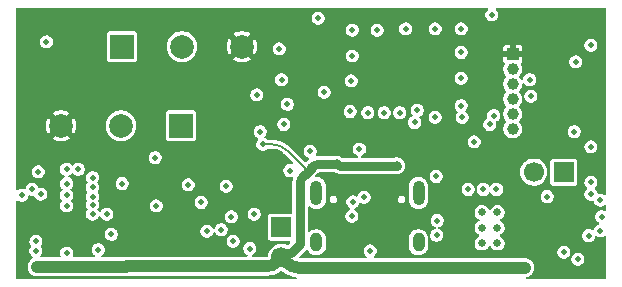
<source format=gbr>
%TF.GenerationSoftware,KiCad,Pcbnew,9.0.7-9.0.7~ubuntu24.04.1*%
%TF.CreationDate,2026-02-26T22:41:37+11:00*%
%TF.ProjectId,flipcab-rounded,666c6970-6361-4622-9d72-6f756e646564,rev?*%
%TF.SameCoordinates,Original*%
%TF.FileFunction,Copper,L3,Inr*%
%TF.FilePolarity,Positive*%
%FSLAX46Y46*%
G04 Gerber Fmt 4.6, Leading zero omitted, Abs format (unit mm)*
G04 Created by KiCad (PCBNEW 9.0.7-9.0.7~ubuntu24.04.1) date 2026-02-26 22:41:37*
%MOMM*%
%LPD*%
G01*
G04 APERTURE LIST*
%TA.AperFunction,ComponentPad*%
%ADD10C,0.630000*%
%TD*%
%TA.AperFunction,ComponentPad*%
%ADD11R,1.000000X1.000000*%
%TD*%
%TA.AperFunction,ComponentPad*%
%ADD12C,1.000000*%
%TD*%
%TA.AperFunction,ComponentPad*%
%ADD13R,2.000000X2.000000*%
%TD*%
%TA.AperFunction,ComponentPad*%
%ADD14C,2.000000*%
%TD*%
%TA.AperFunction,ComponentPad*%
%ADD15R,1.700000X1.700000*%
%TD*%
%TA.AperFunction,ComponentPad*%
%ADD16C,1.700000*%
%TD*%
%TA.AperFunction,HeatsinkPad*%
%ADD17O,1.000000X2.100000*%
%TD*%
%TA.AperFunction,HeatsinkPad*%
%ADD18O,1.000000X1.600000*%
%TD*%
%TA.AperFunction,ViaPad*%
%ADD19C,0.500000*%
%TD*%
%TA.AperFunction,ViaPad*%
%ADD20C,0.800000*%
%TD*%
%TA.AperFunction,Conductor*%
%ADD21C,1.000000*%
%TD*%
%TA.AperFunction,Conductor*%
%ADD22C,0.160000*%
%TD*%
%TA.AperFunction,Conductor*%
%ADD23C,0.750000*%
%TD*%
G04 APERTURE END LIST*
D10*
%TO.N,GND*%
%TO.C,U4*%
X88470000Y-97350000D03*
X88470000Y-98650000D03*
X88470000Y-99950000D03*
X89770000Y-97350000D03*
X89770000Y-98650000D03*
X89770000Y-99950000D03*
%TD*%
D11*
%TO.N,+3V3*%
%TO.C,J2*%
X91080000Y-83930000D03*
D12*
%TO.N,UART_TXD*%
X91080000Y-85200000D03*
%TO.N,UART_RXD*%
X91080000Y-86470000D03*
%TO.N,EN*%
X91080000Y-87740000D03*
%TO.N,IO9{slash}BOOT*%
X91080000Y-89010000D03*
%TO.N,GND*%
X91080000Y-90280000D03*
%TD*%
D13*
%TO.N,Net-(SW2-A)*%
%TO.C,SW2*%
X58000000Y-83300000D03*
D14*
%TO.N,GND*%
X63080000Y-83300000D03*
%TO.N,+3V3*%
X68160000Y-83300000D03*
%TD*%
D15*
%TO.N,Net-(J4-Pin_1)*%
%TO.C,J4*%
X95395000Y-93930000D03*
D16*
%TO.N,Net-(J4-Pin_2)*%
X92855000Y-93930000D03*
%TD*%
D15*
%TO.N,Net-(J1-Pin_1)*%
%TO.C,J1*%
X71490000Y-98610000D03*
D16*
%TO.N,+12V*%
X71490000Y-101150000D03*
%TD*%
D13*
%TO.N,Net-(SW1-A)*%
%TO.C,SW1*%
X63000000Y-90000000D03*
D14*
%TO.N,GND*%
X57920000Y-90000000D03*
%TO.N,+3V3*%
X52840000Y-90000000D03*
%TD*%
D17*
%TO.N,GND*%
%TO.C,J3*%
X74460000Y-95700000D03*
D18*
X74460000Y-99880000D03*
D17*
X83100000Y-95700000D03*
D18*
X83100000Y-99880000D03*
%TD*%
D19*
%TO.N,GND*%
X96400000Y-84600000D03*
X55500000Y-96000000D03*
X80200000Y-88900000D03*
X73920000Y-92180000D03*
X67400000Y-99800000D03*
X60800000Y-92700000D03*
X65181250Y-98918750D03*
X98500000Y-96300000D03*
X88600000Y-95400000D03*
X86700000Y-88300000D03*
X55500000Y-95200000D03*
X97500000Y-99300000D03*
X86700000Y-81800000D03*
X89300000Y-80600000D03*
X53300000Y-100800000D03*
X83000000Y-88700000D03*
X53300000Y-95900000D03*
X56700000Y-97500000D03*
X51600000Y-82900000D03*
X53300000Y-96800000D03*
X54300000Y-93700000D03*
X53300000Y-93700000D03*
X55500000Y-96700000D03*
X49500000Y-95900000D03*
X56000000Y-100500000D03*
X97700000Y-94800000D03*
X96600000Y-101300000D03*
X97700000Y-95800000D03*
X78100000Y-92000000D03*
X86800000Y-89300000D03*
X95400000Y-100700000D03*
X96300000Y-90500000D03*
X87800000Y-91370000D03*
X92600000Y-87500000D03*
X78800000Y-88900000D03*
X68800000Y-100400000D03*
X87300000Y-95400000D03*
X98500000Y-98900000D03*
X79600000Y-81900000D03*
X89700000Y-95400000D03*
X50900000Y-93900000D03*
X82000000Y-81800000D03*
X51100000Y-95800000D03*
X77500000Y-84100000D03*
X81500000Y-88900000D03*
X71300000Y-83500000D03*
X92500000Y-86100000D03*
X84600000Y-94300000D03*
X53300000Y-94900000D03*
X72000000Y-88200000D03*
X77300000Y-88800000D03*
X50700000Y-100600000D03*
X84500000Y-81800000D03*
X69200000Y-97500000D03*
X98600000Y-97700000D03*
X69700000Y-90500000D03*
X86700000Y-86000000D03*
X86700000Y-83800000D03*
X50700000Y-99800000D03*
X72200000Y-93800000D03*
X71500000Y-86100000D03*
X64700000Y-96500000D03*
X55500000Y-97500000D03*
X84500000Y-89300000D03*
X57100000Y-99200000D03*
X97700000Y-91800000D03*
X69400000Y-87400000D03*
X71700000Y-89900000D03*
X60900000Y-96800000D03*
X77500000Y-81900000D03*
X66817500Y-95117500D03*
X94000000Y-96000000D03*
X97700000Y-83200000D03*
X77400000Y-86200000D03*
X58000000Y-94900000D03*
X63600000Y-95000000D03*
X50400000Y-95400000D03*
X74600000Y-80900000D03*
X79000000Y-100600000D03*
X55500000Y-94400000D03*
X66400000Y-98800000D03*
%TO.N,+3V3*%
X52140000Y-91700000D03*
X75100000Y-86200000D03*
X84880000Y-93000000D03*
X84660000Y-100630000D03*
X52140000Y-92700000D03*
X74002500Y-81767500D03*
X52140000Y-93700000D03*
X75150000Y-83160000D03*
%TO.N,EN*%
X75100000Y-87160000D03*
%TO.N,CC1*%
X77540000Y-96460000D03*
X77450000Y-97650000D03*
%TO.N,JTAG_DM*%
X78500000Y-96040000D03*
D20*
%TO.N,+12V*%
X76210000Y-93260000D03*
D19*
X69910000Y-91580000D03*
D20*
X50800000Y-101950000D03*
X58430000Y-101870000D03*
X92100000Y-102020000D03*
X81250000Y-93390000D03*
D19*
%TO.N,LED_CTRL*%
X67260000Y-97720000D03*
X82770000Y-89730000D03*
%TO.N,MOTOR_IN1*%
X89130000Y-89900000D03*
X84630000Y-99290000D03*
%TO.N,MOTOR_IN2*%
X84700000Y-98030000D03*
X89450000Y-89150000D03*
%TD*%
D21*
%TO.N,+12V*%
X71865000Y-101525000D02*
X71925000Y-101585000D01*
D22*
X73447500Y-93793899D02*
X73589332Y-93652067D01*
D21*
X58350000Y-101950000D02*
X50800000Y-101950000D01*
D23*
X76275000Y-93325000D02*
X76210000Y-93260000D01*
X71865000Y-100775000D02*
X71490000Y-101150000D01*
D21*
X58400000Y-101900000D02*
X58350000Y-101950000D01*
D23*
X74042500Y-93557500D02*
X73447500Y-94152500D01*
X71667436Y-101327436D02*
X71739268Y-101327436D01*
X73080000Y-98697645D02*
X73080000Y-100040000D01*
D21*
X58850000Y-101900000D02*
X58400000Y-101900000D01*
D22*
X69910000Y-91580000D02*
X70690000Y-91580000D01*
D23*
X76431923Y-93390000D02*
X81250000Y-93390000D01*
X73080000Y-94990226D02*
X73080000Y-98697645D01*
X73447500Y-94152500D02*
X73412500Y-94187500D01*
D21*
X92100000Y-102020000D02*
X72975182Y-102020000D01*
D22*
X73447500Y-93557500D02*
X73447500Y-94152500D01*
D21*
X70209669Y-101900000D02*
X58481213Y-101900000D01*
D23*
X73080000Y-100040000D02*
X72345000Y-100775000D01*
X71490000Y-101150000D02*
X71667436Y-101327436D01*
X72345000Y-100775000D02*
X71865000Y-100775000D01*
D22*
X72021543Y-92131543D02*
X73447500Y-93557500D01*
X73447500Y-94152500D02*
X73447500Y-93793899D01*
D23*
X76210000Y-93260000D02*
X74760728Y-93260000D01*
D21*
X71865000Y-101525000D02*
G75*
G03*
X71115000Y-101525000I-375000J-374997D01*
G01*
X71925000Y-101585000D02*
G75*
G03*
X72975182Y-102020007I1050200J1050200D01*
G01*
D23*
X74760728Y-93260000D02*
G75*
G03*
X74042492Y-93557492I-28J-1015700D01*
G01*
X73412500Y-94187500D02*
G75*
G03*
X73080011Y-94990226I802700J-802700D01*
G01*
X71739268Y-101327436D02*
G75*
G03*
X71864995Y-101525005I509332J185336D01*
G01*
X76275000Y-93325000D02*
G75*
G03*
X76431923Y-93389990I156900J156900D01*
G01*
D22*
X73589332Y-93652067D02*
G75*
G03*
X74042497Y-93557497I154568J392367D01*
G01*
D21*
X71115000Y-101525000D02*
G75*
G02*
X70209669Y-101899988I-905300J905300D01*
G01*
D22*
X70690000Y-91580000D02*
G75*
G02*
X72021546Y-92131540I0J-1883100D01*
G01*
%TD*%
%TA.AperFunction,Conductor*%
%TO.N,+3V3*%
G36*
X88940160Y-80019407D02*
G01*
X88976124Y-80068907D01*
X88976124Y-80130093D01*
X88951974Y-80169501D01*
X88859491Y-80261985D01*
X88859488Y-80261988D01*
X88859487Y-80261989D01*
X88787017Y-80387510D01*
X88749500Y-80527525D01*
X88749500Y-80672474D01*
X88787017Y-80812489D01*
X88859487Y-80938010D01*
X88859489Y-80938012D01*
X88859491Y-80938015D01*
X88961985Y-81040509D01*
X88961987Y-81040510D01*
X88961989Y-81040512D01*
X89087511Y-81112982D01*
X89087512Y-81112982D01*
X89087515Y-81112984D01*
X89227525Y-81150500D01*
X89227526Y-81150500D01*
X89372474Y-81150500D01*
X89372475Y-81150500D01*
X89512485Y-81112984D01*
X89512487Y-81112982D01*
X89512489Y-81112982D01*
X89638010Y-81040512D01*
X89638010Y-81040511D01*
X89638015Y-81040509D01*
X89740509Y-80938015D01*
X89812984Y-80812485D01*
X89850500Y-80672475D01*
X89850500Y-80527525D01*
X89812984Y-80387515D01*
X89812982Y-80387512D01*
X89812982Y-80387510D01*
X89740512Y-80261989D01*
X89740510Y-80261987D01*
X89740509Y-80261985D01*
X89648025Y-80169501D01*
X89620250Y-80114987D01*
X89629821Y-80054555D01*
X89673086Y-80011290D01*
X89718031Y-80000500D01*
X98900500Y-80000500D01*
X98958691Y-80019407D01*
X98994655Y-80068907D01*
X98999500Y-80099500D01*
X98999500Y-95782650D01*
X98980593Y-95840841D01*
X98931093Y-95876805D01*
X98869907Y-95876805D01*
X98840235Y-95861194D01*
X98838013Y-95859489D01*
X98712488Y-95787017D01*
X98712489Y-95787017D01*
X98624566Y-95763458D01*
X98572475Y-95749500D01*
X98427525Y-95749500D01*
X98363477Y-95766661D01*
X98302376Y-95763458D01*
X98254826Y-95724953D01*
X98242230Y-95696661D01*
X98212984Y-95587515D01*
X98212982Y-95587512D01*
X98212982Y-95587510D01*
X98140512Y-95461989D01*
X98140510Y-95461987D01*
X98140509Y-95461985D01*
X98048525Y-95370001D01*
X98020750Y-95315487D01*
X98030321Y-95255055D01*
X98048524Y-95229999D01*
X98140509Y-95138015D01*
X98140512Y-95138010D01*
X98212982Y-95012489D01*
X98212982Y-95012487D01*
X98212984Y-95012485D01*
X98250500Y-94872475D01*
X98250500Y-94727525D01*
X98212984Y-94587515D01*
X98212982Y-94587512D01*
X98212982Y-94587510D01*
X98140512Y-94461989D01*
X98140510Y-94461987D01*
X98140509Y-94461985D01*
X98038015Y-94359491D01*
X98038012Y-94359489D01*
X98038010Y-94359487D01*
X97912488Y-94287017D01*
X97912489Y-94287017D01*
X97882896Y-94279087D01*
X97772475Y-94249500D01*
X97627525Y-94249500D01*
X97565790Y-94266041D01*
X97487510Y-94287017D01*
X97361989Y-94359487D01*
X97259487Y-94461989D01*
X97187017Y-94587510D01*
X97163042Y-94676987D01*
X97149500Y-94727525D01*
X97149500Y-94872475D01*
X97164251Y-94927525D01*
X97187017Y-95012489D01*
X97259487Y-95138010D01*
X97259489Y-95138012D01*
X97259491Y-95138015D01*
X97351474Y-95229998D01*
X97379250Y-95284513D01*
X97369679Y-95344945D01*
X97351475Y-95370000D01*
X97280967Y-95440509D01*
X97259488Y-95461988D01*
X97259487Y-95461989D01*
X97187017Y-95587510D01*
X97156342Y-95701989D01*
X97149500Y-95727525D01*
X97149500Y-95872475D01*
X97169474Y-95947017D01*
X97187017Y-96012489D01*
X97259487Y-96138010D01*
X97259489Y-96138012D01*
X97259491Y-96138015D01*
X97361985Y-96240509D01*
X97361987Y-96240510D01*
X97361989Y-96240512D01*
X97487511Y-96312982D01*
X97487512Y-96312982D01*
X97487515Y-96312984D01*
X97627525Y-96350500D01*
X97627526Y-96350500D01*
X97772476Y-96350500D01*
X97772476Y-96350499D01*
X97836520Y-96333339D01*
X97897622Y-96336540D01*
X97945172Y-96375045D01*
X97957770Y-96403338D01*
X97987016Y-96512485D01*
X97987017Y-96512487D01*
X97987018Y-96512490D01*
X98059487Y-96638010D01*
X98059489Y-96638012D01*
X98059491Y-96638015D01*
X98161985Y-96740509D01*
X98161987Y-96740510D01*
X98161989Y-96740512D01*
X98287511Y-96812982D01*
X98287512Y-96812982D01*
X98287515Y-96812984D01*
X98427525Y-96850500D01*
X98427526Y-96850500D01*
X98572474Y-96850500D01*
X98572475Y-96850500D01*
X98712485Y-96812984D01*
X98712487Y-96812982D01*
X98712489Y-96812982D01*
X98838007Y-96740514D01*
X98838009Y-96740512D01*
X98838015Y-96740509D01*
X98838019Y-96740504D01*
X98840228Y-96738810D01*
X98842119Y-96738140D01*
X98843635Y-96737265D01*
X98843797Y-96737545D01*
X98897903Y-96718383D01*
X98956570Y-96735757D01*
X98993820Y-96784297D01*
X98999500Y-96817349D01*
X98999500Y-97123515D01*
X98980593Y-97181706D01*
X98931093Y-97217670D01*
X98869907Y-97217670D01*
X98851001Y-97209252D01*
X98812488Y-97187017D01*
X98812485Y-97187016D01*
X98672475Y-97149500D01*
X98527525Y-97149500D01*
X98480931Y-97161985D01*
X98387510Y-97187017D01*
X98261989Y-97259487D01*
X98159487Y-97361989D01*
X98087017Y-97487510D01*
X98060296Y-97587235D01*
X98049500Y-97627525D01*
X98049500Y-97772475D01*
X98079087Y-97882896D01*
X98087017Y-97912489D01*
X98159487Y-98038010D01*
X98159489Y-98038012D01*
X98159491Y-98038015D01*
X98261985Y-98140509D01*
X98354712Y-98194045D01*
X98395652Y-98239514D01*
X98402048Y-98300364D01*
X98371455Y-98353352D01*
X98330836Y-98375407D01*
X98287514Y-98387016D01*
X98287511Y-98387017D01*
X98161989Y-98459487D01*
X98059487Y-98561989D01*
X97987017Y-98687511D01*
X97987015Y-98687515D01*
X97960538Y-98786328D01*
X97927214Y-98837642D01*
X97870092Y-98859568D01*
X97815412Y-98846441D01*
X97712486Y-98787016D01*
X97609761Y-98759491D01*
X97572475Y-98749500D01*
X97427525Y-98749500D01*
X97390239Y-98759491D01*
X97287510Y-98787017D01*
X97161989Y-98859487D01*
X97059487Y-98961989D01*
X96987017Y-99087510D01*
X96952042Y-99218040D01*
X96949500Y-99227525D01*
X96949500Y-99372475D01*
X96975431Y-99469250D01*
X96987017Y-99512489D01*
X97059487Y-99638010D01*
X97059489Y-99638012D01*
X97059491Y-99638015D01*
X97161985Y-99740509D01*
X97161987Y-99740510D01*
X97161989Y-99740512D01*
X97287511Y-99812982D01*
X97287512Y-99812982D01*
X97287515Y-99812984D01*
X97427525Y-99850500D01*
X97427526Y-99850500D01*
X97572474Y-99850500D01*
X97572475Y-99850500D01*
X97712485Y-99812984D01*
X97712487Y-99812982D01*
X97712489Y-99812982D01*
X97838010Y-99740512D01*
X97838010Y-99740511D01*
X97838015Y-99740509D01*
X97940509Y-99638015D01*
X97946283Y-99628015D01*
X98012982Y-99512489D01*
X98012982Y-99512487D01*
X98012984Y-99512485D01*
X98039461Y-99413668D01*
X98072784Y-99362358D01*
X98129905Y-99340431D01*
X98184587Y-99353559D01*
X98287511Y-99412982D01*
X98287512Y-99412982D01*
X98287515Y-99412984D01*
X98427525Y-99450500D01*
X98427526Y-99450500D01*
X98572474Y-99450500D01*
X98572475Y-99450500D01*
X98712485Y-99412984D01*
X98712487Y-99412982D01*
X98712489Y-99412982D01*
X98838007Y-99340514D01*
X98838009Y-99340512D01*
X98838015Y-99340509D01*
X98838019Y-99340504D01*
X98840228Y-99338810D01*
X98842119Y-99338140D01*
X98843635Y-99337265D01*
X98843797Y-99337545D01*
X98897903Y-99318383D01*
X98956570Y-99335757D01*
X98993820Y-99384297D01*
X98999500Y-99417349D01*
X98999500Y-102900500D01*
X98980593Y-102958691D01*
X98931093Y-102994655D01*
X98900500Y-102999500D01*
X92284113Y-102999500D01*
X92225922Y-102980593D01*
X92189958Y-102931093D01*
X92189958Y-102869907D01*
X92225922Y-102820407D01*
X92264799Y-102803402D01*
X92266250Y-102803113D01*
X92333497Y-102789737D01*
X92479179Y-102729394D01*
X92610289Y-102641789D01*
X92721789Y-102530289D01*
X92809394Y-102399179D01*
X92869737Y-102253497D01*
X92900500Y-102098842D01*
X92900500Y-101941158D01*
X92869737Y-101786503D01*
X92840742Y-101716503D01*
X92809396Y-101640825D01*
X92809390Y-101640814D01*
X92762617Y-101570814D01*
X92721789Y-101509711D01*
X92610289Y-101398211D01*
X92558059Y-101363312D01*
X92479185Y-101310609D01*
X92479174Y-101310603D01*
X92333497Y-101250263D01*
X92178844Y-101219500D01*
X92178842Y-101219500D01*
X79396394Y-101219500D01*
X79338203Y-101200593D01*
X79302239Y-101151093D01*
X79302239Y-101089907D01*
X79333708Y-101045379D01*
X79333426Y-101045097D01*
X79335068Y-101043454D01*
X79336126Y-101041958D01*
X79338008Y-101040512D01*
X79338015Y-101040509D01*
X79440509Y-100938015D01*
X79454961Y-100912984D01*
X79512982Y-100812489D01*
X79512982Y-100812487D01*
X79512984Y-100812485D01*
X79550500Y-100672475D01*
X79550500Y-100527525D01*
X79512984Y-100387515D01*
X79512982Y-100387512D01*
X79512982Y-100387510D01*
X79440512Y-100261989D01*
X79440510Y-100261987D01*
X79440509Y-100261985D01*
X79338015Y-100159491D01*
X79338012Y-100159489D01*
X79338010Y-100159487D01*
X79212488Y-100087017D01*
X79212489Y-100087017D01*
X79182896Y-100079087D01*
X79072475Y-100049500D01*
X78927525Y-100049500D01*
X78890239Y-100059491D01*
X78787510Y-100087017D01*
X78661989Y-100159487D01*
X78559487Y-100261989D01*
X78487017Y-100387510D01*
X78450659Y-100523200D01*
X78449500Y-100527525D01*
X78449500Y-100672475D01*
X78454274Y-100690292D01*
X78487017Y-100812489D01*
X78559487Y-100938010D01*
X78559489Y-100938012D01*
X78559491Y-100938015D01*
X78661985Y-101040509D01*
X78661987Y-101040510D01*
X78663874Y-101041958D01*
X78664838Y-101043361D01*
X78666574Y-101045097D01*
X78666252Y-101045418D01*
X78698529Y-101092383D01*
X78696927Y-101153548D01*
X78659680Y-101202089D01*
X78603606Y-101219500D01*
X73094808Y-101219500D01*
X73036617Y-101200593D01*
X73000653Y-101151093D01*
X73000653Y-101089907D01*
X73024804Y-101050496D01*
X73234791Y-100840509D01*
X73577160Y-100498139D01*
X73631676Y-100470364D01*
X73692108Y-100479935D01*
X73735373Y-100523200D01*
X73738627Y-100530260D01*
X73750603Y-100559174D01*
X73750609Y-100559185D01*
X73796273Y-100627525D01*
X73838211Y-100690289D01*
X73949711Y-100801789D01*
X74003927Y-100838015D01*
X74080814Y-100889390D01*
X74080825Y-100889396D01*
X74134638Y-100911685D01*
X74226503Y-100949737D01*
X74381158Y-100980500D01*
X74381159Y-100980500D01*
X74538841Y-100980500D01*
X74538842Y-100980500D01*
X74693497Y-100949737D01*
X74839179Y-100889394D01*
X74970289Y-100801789D01*
X75081789Y-100690289D01*
X75169394Y-100559179D01*
X75229737Y-100413497D01*
X75260500Y-100258842D01*
X75260500Y-99501158D01*
X75260499Y-99501155D01*
X82299500Y-99501155D01*
X82299500Y-100258844D01*
X82330263Y-100413496D01*
X82330263Y-100413498D01*
X82390603Y-100559174D01*
X82390609Y-100559185D01*
X82436273Y-100627525D01*
X82478211Y-100690289D01*
X82589711Y-100801789D01*
X82643927Y-100838015D01*
X82720814Y-100889390D01*
X82720825Y-100889396D01*
X82774638Y-100911685D01*
X82866503Y-100949737D01*
X83021158Y-100980500D01*
X83021159Y-100980500D01*
X83178841Y-100980500D01*
X83178842Y-100980500D01*
X83333497Y-100949737D01*
X83479179Y-100889394D01*
X83610289Y-100801789D01*
X83721789Y-100690289D01*
X83763727Y-100627525D01*
X94849500Y-100627525D01*
X94849500Y-100772475D01*
X94857355Y-100801789D01*
X94887017Y-100912489D01*
X94959487Y-101038010D01*
X94959489Y-101038012D01*
X94959491Y-101038015D01*
X95061985Y-101140509D01*
X95061987Y-101140510D01*
X95061989Y-101140512D01*
X95187511Y-101212982D01*
X95187512Y-101212982D01*
X95187515Y-101212984D01*
X95327525Y-101250500D01*
X95327526Y-101250500D01*
X95472474Y-101250500D01*
X95472475Y-101250500D01*
X95558218Y-101227525D01*
X96049500Y-101227525D01*
X96049500Y-101372474D01*
X96087017Y-101512489D01*
X96159487Y-101638010D01*
X96159489Y-101638012D01*
X96159491Y-101638015D01*
X96261985Y-101740509D01*
X96261987Y-101740510D01*
X96261989Y-101740512D01*
X96387511Y-101812982D01*
X96387512Y-101812982D01*
X96387515Y-101812984D01*
X96527525Y-101850500D01*
X96527526Y-101850500D01*
X96672474Y-101850500D01*
X96672475Y-101850500D01*
X96812485Y-101812984D01*
X96812487Y-101812982D01*
X96812489Y-101812982D01*
X96938010Y-101740512D01*
X96938010Y-101740511D01*
X96938015Y-101740509D01*
X97040509Y-101638015D01*
X97040512Y-101638010D01*
X97112982Y-101512489D01*
X97112982Y-101512487D01*
X97112984Y-101512485D01*
X97150500Y-101372475D01*
X97150500Y-101227525D01*
X97112984Y-101087515D01*
X97112982Y-101087512D01*
X97112982Y-101087510D01*
X97040512Y-100961989D01*
X97040510Y-100961987D01*
X97040509Y-100961985D01*
X96938015Y-100859491D01*
X96938012Y-100859489D01*
X96938010Y-100859487D01*
X96812488Y-100787017D01*
X96812489Y-100787017D01*
X96758214Y-100772474D01*
X96672475Y-100749500D01*
X96527525Y-100749500D01*
X96465790Y-100766041D01*
X96387510Y-100787017D01*
X96261989Y-100859487D01*
X96159487Y-100961989D01*
X96087017Y-101087510D01*
X96049500Y-101227525D01*
X95558218Y-101227525D01*
X95612485Y-101212984D01*
X95612487Y-101212982D01*
X95612489Y-101212982D01*
X95738008Y-101140513D01*
X95738007Y-101140513D01*
X95738015Y-101140509D01*
X95840509Y-101038015D01*
X95840512Y-101038010D01*
X95912982Y-100912489D01*
X95912982Y-100912487D01*
X95912984Y-100912485D01*
X95950500Y-100772475D01*
X95950500Y-100627525D01*
X95912984Y-100487515D01*
X95912982Y-100487512D01*
X95912982Y-100487510D01*
X95840512Y-100361989D01*
X95840510Y-100361987D01*
X95840509Y-100361985D01*
X95738015Y-100259491D01*
X95738012Y-100259489D01*
X95738010Y-100259487D01*
X95612488Y-100187017D01*
X95612489Y-100187017D01*
X95534068Y-100166004D01*
X95472475Y-100149500D01*
X95327525Y-100149500D01*
X95290239Y-100159491D01*
X95187510Y-100187017D01*
X95061989Y-100259487D01*
X94959487Y-100361989D01*
X94887017Y-100487510D01*
X94871075Y-100547006D01*
X94849500Y-100627525D01*
X83763727Y-100627525D01*
X83809394Y-100559179D01*
X83869737Y-100413497D01*
X83900500Y-100258842D01*
X83900500Y-99501158D01*
X83869737Y-99346503D01*
X83847258Y-99292233D01*
X83829318Y-99248921D01*
X83816313Y-99217525D01*
X84079500Y-99217525D01*
X84079500Y-99362475D01*
X84093034Y-99412984D01*
X84117017Y-99502489D01*
X84189487Y-99628010D01*
X84189489Y-99628012D01*
X84189491Y-99628015D01*
X84291985Y-99730509D01*
X84291987Y-99730510D01*
X84291989Y-99730512D01*
X84417511Y-99802982D01*
X84417512Y-99802982D01*
X84417515Y-99802984D01*
X84557525Y-99840500D01*
X84557526Y-99840500D01*
X84702474Y-99840500D01*
X84702475Y-99840500D01*
X84842485Y-99802984D01*
X84842487Y-99802982D01*
X84842489Y-99802982D01*
X84968010Y-99730512D01*
X84968010Y-99730511D01*
X84968015Y-99730509D01*
X85070509Y-99628015D01*
X85122474Y-99538010D01*
X85142982Y-99502489D01*
X85142982Y-99502487D01*
X85142984Y-99502485D01*
X85180500Y-99362475D01*
X85180500Y-99217525D01*
X85142984Y-99077515D01*
X85142982Y-99077512D01*
X85142982Y-99077510D01*
X85070512Y-98951989D01*
X85070510Y-98951987D01*
X85070509Y-98951985D01*
X84968015Y-98849491D01*
X84968012Y-98849489D01*
X84968010Y-98849487D01*
X84842488Y-98777017D01*
X84842484Y-98777015D01*
X84797658Y-98765004D01*
X84746344Y-98731680D01*
X84724418Y-98674559D01*
X84740254Y-98615458D01*
X84787804Y-98576953D01*
X84797643Y-98573756D01*
X84912485Y-98542984D01*
X84912487Y-98542982D01*
X84912489Y-98542982D01*
X85038010Y-98470512D01*
X85038010Y-98470511D01*
X85038015Y-98470509D01*
X85140509Y-98368015D01*
X85151199Y-98349500D01*
X85212982Y-98242489D01*
X85212982Y-98242487D01*
X85212984Y-98242485D01*
X85250500Y-98102475D01*
X85250500Y-97957525D01*
X85212984Y-97817515D01*
X85212982Y-97817512D01*
X85212982Y-97817510D01*
X85140512Y-97691989D01*
X85140510Y-97691987D01*
X85140509Y-97691985D01*
X85038015Y-97589491D01*
X85038012Y-97589489D01*
X85038010Y-97589487D01*
X84912488Y-97517017D01*
X84912489Y-97517017D01*
X84877027Y-97507515D01*
X84772475Y-97479500D01*
X84627525Y-97479500D01*
X84597632Y-97487510D01*
X84487510Y-97517017D01*
X84361989Y-97589487D01*
X84259487Y-97691989D01*
X84187017Y-97817510D01*
X84156208Y-97932489D01*
X84149500Y-97957525D01*
X84149500Y-98102475D01*
X84159691Y-98140509D01*
X84187017Y-98242489D01*
X84259487Y-98368010D01*
X84259489Y-98368012D01*
X84259491Y-98368015D01*
X84361985Y-98470509D01*
X84361987Y-98470510D01*
X84361989Y-98470512D01*
X84487511Y-98542982D01*
X84487509Y-98542982D01*
X84487513Y-98542983D01*
X84487515Y-98542984D01*
X84532342Y-98554995D01*
X84583654Y-98588318D01*
X84605581Y-98645439D01*
X84589746Y-98704540D01*
X84542196Y-98743045D01*
X84532341Y-98746247D01*
X84417515Y-98777015D01*
X84417511Y-98777017D01*
X84291989Y-98849487D01*
X84189487Y-98951989D01*
X84117017Y-99077510D01*
X84101852Y-99134107D01*
X84079500Y-99217525D01*
X83816313Y-99217525D01*
X83809396Y-99200825D01*
X83809390Y-99200814D01*
X83762898Y-99131235D01*
X83721789Y-99069711D01*
X83610289Y-98958211D01*
X83538069Y-98909955D01*
X83479185Y-98870609D01*
X83479174Y-98870603D01*
X83333497Y-98810263D01*
X83178844Y-98779500D01*
X83178842Y-98779500D01*
X83021158Y-98779500D01*
X83021155Y-98779500D01*
X82866503Y-98810263D01*
X82866501Y-98810263D01*
X82720825Y-98870603D01*
X82720814Y-98870609D01*
X82589711Y-98958211D01*
X82589707Y-98958214D01*
X82478214Y-99069707D01*
X82478211Y-99069711D01*
X82390609Y-99200814D01*
X82390603Y-99200825D01*
X82330263Y-99346501D01*
X82330263Y-99346503D01*
X82299500Y-99501155D01*
X75260499Y-99501155D01*
X75229737Y-99346503D01*
X75199074Y-99272475D01*
X75169396Y-99200825D01*
X75169390Y-99200814D01*
X75122898Y-99131235D01*
X75081789Y-99069711D01*
X74970289Y-98958211D01*
X74898069Y-98909955D01*
X74839185Y-98870609D01*
X74839174Y-98870603D01*
X74693497Y-98810263D01*
X74538844Y-98779500D01*
X74538842Y-98779500D01*
X74381158Y-98779500D01*
X74381155Y-98779500D01*
X74226503Y-98810263D01*
X74226501Y-98810263D01*
X74080825Y-98870603D01*
X74080814Y-98870609D01*
X73949711Y-98958211D01*
X73949707Y-98958214D01*
X73924504Y-98983418D01*
X73869987Y-99011195D01*
X73809555Y-99001624D01*
X73766290Y-98958359D01*
X73755500Y-98913414D01*
X73755500Y-97577525D01*
X76899500Y-97577525D01*
X76899500Y-97722475D01*
X76904828Y-97742358D01*
X76937017Y-97862489D01*
X77009487Y-97988010D01*
X77009489Y-97988012D01*
X77009491Y-97988015D01*
X77111985Y-98090509D01*
X77111987Y-98090510D01*
X77111989Y-98090512D01*
X77237511Y-98162982D01*
X77237512Y-98162982D01*
X77237515Y-98162984D01*
X77377525Y-98200500D01*
X77377526Y-98200500D01*
X77522474Y-98200500D01*
X77522475Y-98200500D01*
X77662485Y-98162984D01*
X77662487Y-98162982D01*
X77662489Y-98162982D01*
X77788010Y-98090512D01*
X77788010Y-98090511D01*
X77788015Y-98090509D01*
X77890509Y-97988015D01*
X77903508Y-97965500D01*
X77962982Y-97862489D01*
X77962982Y-97862487D01*
X77962984Y-97862485D01*
X78000500Y-97722475D01*
X78000500Y-97577525D01*
X77962984Y-97437515D01*
X77962982Y-97437512D01*
X77962982Y-97437510D01*
X77903229Y-97334016D01*
X77903228Y-97334015D01*
X77891086Y-97312984D01*
X77890509Y-97311985D01*
X77867900Y-97289376D01*
X87854500Y-97289376D01*
X87854500Y-97410623D01*
X87878153Y-97529534D01*
X87878153Y-97529536D01*
X87924549Y-97641546D01*
X87924549Y-97641547D01*
X87991909Y-97742357D01*
X88077642Y-97828090D01*
X88178451Y-97895449D01*
X88210045Y-97908536D01*
X88256571Y-97948273D01*
X88270854Y-98007768D01*
X88247439Y-98064296D01*
X88210045Y-98091464D01*
X88178451Y-98104550D01*
X88077642Y-98171909D01*
X87991909Y-98257642D01*
X87924549Y-98358452D01*
X87924549Y-98358453D01*
X87878153Y-98470463D01*
X87878153Y-98470465D01*
X87854500Y-98589376D01*
X87854500Y-98710623D01*
X87878153Y-98829534D01*
X87878153Y-98829536D01*
X87924549Y-98941546D01*
X87924549Y-98941547D01*
X87991909Y-99042357D01*
X88077642Y-99128090D01*
X88178451Y-99195449D01*
X88210045Y-99208536D01*
X88256571Y-99248273D01*
X88270854Y-99307768D01*
X88247439Y-99364296D01*
X88210045Y-99391464D01*
X88178451Y-99404550D01*
X88077642Y-99471909D01*
X87991909Y-99557642D01*
X87924549Y-99658452D01*
X87924549Y-99658453D01*
X87878153Y-99770463D01*
X87878153Y-99770465D01*
X87854500Y-99889376D01*
X87854500Y-100010623D01*
X87878153Y-100129534D01*
X87878153Y-100129536D01*
X87924549Y-100241546D01*
X87924549Y-100241547D01*
X87991909Y-100342357D01*
X87991910Y-100342358D01*
X88077642Y-100428090D01*
X88178451Y-100495449D01*
X88290465Y-100541847D01*
X88409379Y-100565500D01*
X88409380Y-100565500D01*
X88530620Y-100565500D01*
X88530621Y-100565500D01*
X88649535Y-100541847D01*
X88761549Y-100495449D01*
X88862358Y-100428090D01*
X88948090Y-100342358D01*
X89015449Y-100241549D01*
X89028536Y-100209955D01*
X89068272Y-100163429D01*
X89127767Y-100149145D01*
X89184295Y-100172560D01*
X89211464Y-100209955D01*
X89224549Y-100241546D01*
X89224549Y-100241547D01*
X89291909Y-100342357D01*
X89291910Y-100342358D01*
X89377642Y-100428090D01*
X89478451Y-100495449D01*
X89590465Y-100541847D01*
X89709379Y-100565500D01*
X89709380Y-100565500D01*
X89830620Y-100565500D01*
X89830621Y-100565500D01*
X89949535Y-100541847D01*
X90061549Y-100495449D01*
X90162358Y-100428090D01*
X90248090Y-100342358D01*
X90315449Y-100241549D01*
X90361847Y-100129535D01*
X90385500Y-100010621D01*
X90385500Y-99889379D01*
X90361847Y-99770465D01*
X90315450Y-99658453D01*
X90315450Y-99658452D01*
X90248090Y-99557642D01*
X90162357Y-99471909D01*
X90061546Y-99404549D01*
X90029955Y-99391464D01*
X89983429Y-99351728D01*
X89969145Y-99292233D01*
X89992560Y-99235705D01*
X90029955Y-99208536D01*
X90048597Y-99200814D01*
X90061549Y-99195449D01*
X90162358Y-99128090D01*
X90248090Y-99042358D01*
X90315449Y-98941549D01*
X90361847Y-98829535D01*
X90385500Y-98710621D01*
X90385500Y-98589379D01*
X90361847Y-98470465D01*
X90328536Y-98390045D01*
X90315450Y-98358453D01*
X90315450Y-98358452D01*
X90248090Y-98257642D01*
X90162357Y-98171909D01*
X90061546Y-98104549D01*
X90029955Y-98091464D01*
X89983429Y-98051728D01*
X89969145Y-97992233D01*
X89992560Y-97935705D01*
X90029955Y-97908536D01*
X90046209Y-97901802D01*
X90061549Y-97895449D01*
X90162358Y-97828090D01*
X90248090Y-97742358D01*
X90315449Y-97641549D01*
X90361847Y-97529535D01*
X90385500Y-97410621D01*
X90385500Y-97289379D01*
X90361847Y-97170465D01*
X90315450Y-97058453D01*
X90315450Y-97058452D01*
X90248090Y-96957642D01*
X90162357Y-96871909D01*
X90061546Y-96804549D01*
X89949535Y-96758153D01*
X89830623Y-96734500D01*
X89830621Y-96734500D01*
X89709379Y-96734500D01*
X89709376Y-96734500D01*
X89590465Y-96758153D01*
X89590463Y-96758153D01*
X89478453Y-96804549D01*
X89478452Y-96804549D01*
X89377642Y-96871909D01*
X89291909Y-96957642D01*
X89224550Y-97058451D01*
X89211464Y-97090045D01*
X89171727Y-97136571D01*
X89112232Y-97150854D01*
X89055704Y-97127439D01*
X89028536Y-97090045D01*
X89015449Y-97058451D01*
X88948090Y-96957642D01*
X88862357Y-96871909D01*
X88761546Y-96804549D01*
X88649535Y-96758153D01*
X88530623Y-96734500D01*
X88530621Y-96734500D01*
X88409379Y-96734500D01*
X88409376Y-96734500D01*
X88290465Y-96758153D01*
X88290463Y-96758153D01*
X88178453Y-96804549D01*
X88178452Y-96804549D01*
X88077642Y-96871909D01*
X87991909Y-96957642D01*
X87924549Y-97058452D01*
X87924549Y-97058453D01*
X87878153Y-97170463D01*
X87878153Y-97170465D01*
X87854500Y-97289376D01*
X77867900Y-97289376D01*
X77788015Y-97209491D01*
X77788012Y-97209489D01*
X77788010Y-97209487D01*
X77703948Y-97160954D01*
X77663007Y-97115485D01*
X77656611Y-97054635D01*
X77687204Y-97001647D01*
X77727822Y-96979592D01*
X77752485Y-96972984D01*
X77752487Y-96972982D01*
X77752489Y-96972982D01*
X77878010Y-96900512D01*
X77878010Y-96900511D01*
X77878015Y-96900509D01*
X77980509Y-96798015D01*
X77995255Y-96772474D01*
X78052982Y-96672489D01*
X78052982Y-96672487D01*
X78052984Y-96672485D01*
X78078743Y-96576349D01*
X78112066Y-96525038D01*
X78169188Y-96503111D01*
X78223869Y-96516238D01*
X78287511Y-96552982D01*
X78287515Y-96552984D01*
X78427525Y-96590500D01*
X78427526Y-96590500D01*
X78572474Y-96590500D01*
X78572475Y-96590500D01*
X78712485Y-96552984D01*
X78712487Y-96552982D01*
X78712489Y-96552982D01*
X78838010Y-96480512D01*
X78838010Y-96480511D01*
X78838015Y-96480509D01*
X78940509Y-96378015D01*
X79012984Y-96252485D01*
X79023702Y-96212485D01*
X79030492Y-96187147D01*
X81344500Y-96187147D01*
X81344500Y-96272853D01*
X81366682Y-96355638D01*
X81409535Y-96429862D01*
X81470138Y-96490465D01*
X81544362Y-96533318D01*
X81627147Y-96555500D01*
X81627149Y-96555500D01*
X81712851Y-96555500D01*
X81712853Y-96555500D01*
X81795638Y-96533318D01*
X81869862Y-96490465D01*
X81930465Y-96429862D01*
X81973318Y-96355638D01*
X81995500Y-96272853D01*
X81995500Y-96187147D01*
X81973318Y-96104362D01*
X81930465Y-96030138D01*
X81869862Y-95969535D01*
X81795638Y-95926682D01*
X81712853Y-95904500D01*
X81627147Y-95904500D01*
X81544362Y-95926682D01*
X81470138Y-95969535D01*
X81409535Y-96030138D01*
X81366682Y-96104362D01*
X81344500Y-96187147D01*
X79030492Y-96187147D01*
X79039096Y-96155037D01*
X79039096Y-96155035D01*
X79043658Y-96138010D01*
X79050500Y-96112475D01*
X79050500Y-95967525D01*
X79012984Y-95827515D01*
X79012982Y-95827511D01*
X79012982Y-95827510D01*
X78940512Y-95701989D01*
X78940510Y-95701987D01*
X78940509Y-95701985D01*
X78838015Y-95599491D01*
X78838012Y-95599489D01*
X78838010Y-95599487D01*
X78712488Y-95527017D01*
X78712489Y-95527017D01*
X78660110Y-95512982D01*
X78572475Y-95489500D01*
X78427525Y-95489500D01*
X78365790Y-95506041D01*
X78287510Y-95527017D01*
X78161989Y-95599487D01*
X78059487Y-95701989D01*
X77987017Y-95827511D01*
X77987015Y-95827515D01*
X77961256Y-95923648D01*
X77927932Y-95974962D01*
X77870810Y-95996888D01*
X77816131Y-95983761D01*
X77752488Y-95947017D01*
X77752485Y-95947016D01*
X77612475Y-95909500D01*
X77467525Y-95909500D01*
X77454523Y-95912984D01*
X77327510Y-95947017D01*
X77201989Y-96019487D01*
X77099487Y-96121989D01*
X77027017Y-96247510D01*
X76995405Y-96365487D01*
X76989500Y-96387525D01*
X76989500Y-96532475D01*
X76995670Y-96555500D01*
X77027017Y-96672489D01*
X77099487Y-96798010D01*
X77099489Y-96798012D01*
X77099491Y-96798015D01*
X77201985Y-96900509D01*
X77286052Y-96949045D01*
X77326992Y-96994514D01*
X77333388Y-97055364D01*
X77302795Y-97108352D01*
X77262177Y-97130407D01*
X77237512Y-97137016D01*
X77237511Y-97137017D01*
X77111989Y-97209487D01*
X77009487Y-97311989D01*
X76937017Y-97437510D01*
X76900853Y-97572474D01*
X76899500Y-97577525D01*
X73755500Y-97577525D01*
X73755500Y-96916586D01*
X73774407Y-96858395D01*
X73823907Y-96822431D01*
X73885093Y-96822431D01*
X73924504Y-96846582D01*
X73949711Y-96871789D01*
X74027876Y-96924017D01*
X74080814Y-96959390D01*
X74080825Y-96959396D01*
X74113630Y-96972984D01*
X74226503Y-97019737D01*
X74381158Y-97050500D01*
X74381159Y-97050500D01*
X74538841Y-97050500D01*
X74538842Y-97050500D01*
X74693497Y-97019737D01*
X74839179Y-96959394D01*
X74970289Y-96871789D01*
X75081789Y-96760289D01*
X75169394Y-96629179D01*
X75229737Y-96483497D01*
X75260500Y-96328842D01*
X75260500Y-96187147D01*
X75564500Y-96187147D01*
X75564500Y-96272853D01*
X75586682Y-96355638D01*
X75629535Y-96429862D01*
X75690138Y-96490465D01*
X75764362Y-96533318D01*
X75847147Y-96555500D01*
X75847149Y-96555500D01*
X75932851Y-96555500D01*
X75932853Y-96555500D01*
X76015638Y-96533318D01*
X76089862Y-96490465D01*
X76150465Y-96429862D01*
X76193318Y-96355638D01*
X76215500Y-96272853D01*
X76215500Y-96187147D01*
X76193318Y-96104362D01*
X76150465Y-96030138D01*
X76089862Y-95969535D01*
X76015638Y-95926682D01*
X75932853Y-95904500D01*
X75847147Y-95904500D01*
X75764362Y-95926682D01*
X75690138Y-95969535D01*
X75629535Y-96030138D01*
X75586682Y-96104362D01*
X75564500Y-96187147D01*
X75260500Y-96187147D01*
X75260500Y-95071158D01*
X75260499Y-95071155D01*
X82299500Y-95071155D01*
X82299500Y-96328844D01*
X82306789Y-96365487D01*
X82323699Y-96450500D01*
X82330263Y-96483496D01*
X82330263Y-96483498D01*
X82390603Y-96629174D01*
X82390609Y-96629185D01*
X82443312Y-96708059D01*
X82478211Y-96760289D01*
X82589711Y-96871789D01*
X82667876Y-96924017D01*
X82720814Y-96959390D01*
X82720825Y-96959396D01*
X82753630Y-96972984D01*
X82866503Y-97019737D01*
X83021158Y-97050500D01*
X83021159Y-97050500D01*
X83178841Y-97050500D01*
X83178842Y-97050500D01*
X83333497Y-97019737D01*
X83479179Y-96959394D01*
X83610289Y-96871789D01*
X83721789Y-96760289D01*
X83809394Y-96629179D01*
X83869737Y-96483497D01*
X83900500Y-96328842D01*
X83900500Y-95327525D01*
X86749500Y-95327525D01*
X86749500Y-95472475D01*
X86779087Y-95582896D01*
X86787017Y-95612489D01*
X86859487Y-95738010D01*
X86859489Y-95738012D01*
X86859491Y-95738015D01*
X86961985Y-95840509D01*
X86961987Y-95840510D01*
X86961989Y-95840512D01*
X87087511Y-95912982D01*
X87087512Y-95912982D01*
X87087515Y-95912984D01*
X87227525Y-95950500D01*
X87227526Y-95950500D01*
X87372474Y-95950500D01*
X87372475Y-95950500D01*
X87512485Y-95912984D01*
X87512487Y-95912982D01*
X87512489Y-95912982D01*
X87638010Y-95840512D01*
X87638010Y-95840511D01*
X87638015Y-95840509D01*
X87740509Y-95738015D01*
X87740512Y-95738010D01*
X87812982Y-95612489D01*
X87812982Y-95612487D01*
X87812984Y-95612485D01*
X87850500Y-95472475D01*
X87850500Y-95327525D01*
X88049500Y-95327525D01*
X88049500Y-95472475D01*
X88079087Y-95582896D01*
X88087017Y-95612489D01*
X88159487Y-95738010D01*
X88159489Y-95738012D01*
X88159491Y-95738015D01*
X88261985Y-95840509D01*
X88261987Y-95840510D01*
X88261989Y-95840512D01*
X88387511Y-95912982D01*
X88387512Y-95912982D01*
X88387515Y-95912984D01*
X88527525Y-95950500D01*
X88527526Y-95950500D01*
X88672474Y-95950500D01*
X88672475Y-95950500D01*
X88812485Y-95912984D01*
X88812487Y-95912982D01*
X88812489Y-95912982D01*
X88938010Y-95840512D01*
X88938010Y-95840511D01*
X88938015Y-95840509D01*
X89040509Y-95738015D01*
X89064264Y-95696869D01*
X89109733Y-95655930D01*
X89170583Y-95649534D01*
X89223571Y-95680127D01*
X89235734Y-95696867D01*
X89259491Y-95738015D01*
X89361985Y-95840509D01*
X89361987Y-95840510D01*
X89361989Y-95840512D01*
X89487511Y-95912982D01*
X89487512Y-95912982D01*
X89487515Y-95912984D01*
X89627525Y-95950500D01*
X89627526Y-95950500D01*
X89772474Y-95950500D01*
X89772475Y-95950500D01*
X89858218Y-95927525D01*
X93449500Y-95927525D01*
X93449500Y-96072475D01*
X93479087Y-96182896D01*
X93487017Y-96212489D01*
X93559487Y-96338010D01*
X93559489Y-96338012D01*
X93559491Y-96338015D01*
X93661985Y-96440509D01*
X93661987Y-96440510D01*
X93661989Y-96440512D01*
X93787511Y-96512982D01*
X93787512Y-96512982D01*
X93787515Y-96512984D01*
X93927525Y-96550500D01*
X93927526Y-96550500D01*
X94072474Y-96550500D01*
X94072475Y-96550500D01*
X94212485Y-96512984D01*
X94212487Y-96512982D01*
X94212489Y-96512982D01*
X94338010Y-96440512D01*
X94338010Y-96440511D01*
X94338015Y-96440509D01*
X94440509Y-96338015D01*
X94459539Y-96305055D01*
X94512982Y-96212489D01*
X94512983Y-96212486D01*
X94512984Y-96212485D01*
X94550500Y-96072475D01*
X94550500Y-95927525D01*
X94512984Y-95787515D01*
X94512982Y-95787512D01*
X94512982Y-95787510D01*
X94440512Y-95661989D01*
X94440510Y-95661987D01*
X94440509Y-95661985D01*
X94338015Y-95559491D01*
X94338012Y-95559489D01*
X94338010Y-95559487D01*
X94212488Y-95487017D01*
X94212489Y-95487017D01*
X94158214Y-95472474D01*
X94072475Y-95449500D01*
X93927525Y-95449500D01*
X93865790Y-95466041D01*
X93787510Y-95487017D01*
X93661989Y-95559487D01*
X93559487Y-95661989D01*
X93487017Y-95787510D01*
X93455899Y-95903644D01*
X93449500Y-95927525D01*
X89858218Y-95927525D01*
X89912485Y-95912984D01*
X89912487Y-95912982D01*
X89912489Y-95912982D01*
X90038008Y-95840513D01*
X90038007Y-95840513D01*
X90038015Y-95840509D01*
X90140509Y-95738015D01*
X90140512Y-95738010D01*
X90212982Y-95612489D01*
X90212982Y-95612487D01*
X90212984Y-95612485D01*
X90250500Y-95472475D01*
X90250500Y-95327525D01*
X90212984Y-95187515D01*
X90212982Y-95187511D01*
X90212982Y-95187510D01*
X90140512Y-95061989D01*
X90140510Y-95061987D01*
X90140509Y-95061985D01*
X90038015Y-94959491D01*
X90038012Y-94959489D01*
X90038010Y-94959487D01*
X89912488Y-94887017D01*
X89912489Y-94887017D01*
X89854803Y-94871560D01*
X89772475Y-94849500D01*
X89627525Y-94849500D01*
X89580931Y-94861985D01*
X89487510Y-94887017D01*
X89361989Y-94959487D01*
X89259489Y-95061987D01*
X89235736Y-95103129D01*
X89190266Y-95144069D01*
X89129416Y-95150464D01*
X89076428Y-95119871D01*
X89064264Y-95103129D01*
X89040510Y-95061987D01*
X89040509Y-95061985D01*
X88938015Y-94959491D01*
X88938012Y-94959489D01*
X88938010Y-94959487D01*
X88812488Y-94887017D01*
X88812489Y-94887017D01*
X88754803Y-94871560D01*
X88672475Y-94849500D01*
X88527525Y-94849500D01*
X88480931Y-94861985D01*
X88387510Y-94887017D01*
X88261989Y-94959487D01*
X88159487Y-95061989D01*
X88087017Y-95187510D01*
X88064251Y-95272474D01*
X88049500Y-95327525D01*
X87850500Y-95327525D01*
X87812984Y-95187515D01*
X87812982Y-95187511D01*
X87812982Y-95187510D01*
X87740512Y-95061989D01*
X87740510Y-95061987D01*
X87740509Y-95061985D01*
X87638015Y-94959491D01*
X87638012Y-94959489D01*
X87638010Y-94959487D01*
X87512488Y-94887017D01*
X87512489Y-94887017D01*
X87454803Y-94871560D01*
X87372475Y-94849500D01*
X87227525Y-94849500D01*
X87180931Y-94861985D01*
X87087510Y-94887017D01*
X86961989Y-94959487D01*
X86859487Y-95061989D01*
X86787017Y-95187510D01*
X86764251Y-95272474D01*
X86749500Y-95327525D01*
X83900500Y-95327525D01*
X83900500Y-95071158D01*
X83869737Y-94916503D01*
X83841984Y-94849500D01*
X83809396Y-94770825D01*
X83809390Y-94770814D01*
X83774017Y-94717876D01*
X83721789Y-94639711D01*
X83610289Y-94528211D01*
X83548638Y-94487017D01*
X83479185Y-94440609D01*
X83479174Y-94440603D01*
X83333497Y-94380263D01*
X83178844Y-94349500D01*
X83178842Y-94349500D01*
X83021158Y-94349500D01*
X83021155Y-94349500D01*
X82866503Y-94380263D01*
X82866501Y-94380263D01*
X82720825Y-94440603D01*
X82720814Y-94440609D01*
X82589711Y-94528211D01*
X82589707Y-94528214D01*
X82478214Y-94639707D01*
X82478211Y-94639711D01*
X82390609Y-94770814D01*
X82390603Y-94770825D01*
X82330263Y-94916501D01*
X82330263Y-94916503D01*
X82299500Y-95071155D01*
X75260499Y-95071155D01*
X75229737Y-94916503D01*
X75201984Y-94849500D01*
X75169396Y-94770825D01*
X75169390Y-94770814D01*
X75134017Y-94717876D01*
X75081789Y-94639711D01*
X74970289Y-94528211D01*
X74908638Y-94487017D01*
X74839185Y-94440609D01*
X74839174Y-94440603D01*
X74693497Y-94380263D01*
X74538844Y-94349500D01*
X74538842Y-94349500D01*
X74444808Y-94349500D01*
X74422760Y-94342336D01*
X74399863Y-94338710D01*
X74394214Y-94333061D01*
X74386617Y-94330593D01*
X74372989Y-94311836D01*
X74356598Y-94295445D01*
X74355348Y-94287555D01*
X74350653Y-94281093D01*
X74350653Y-94257907D01*
X74347027Y-94235013D01*
X74350653Y-94227896D01*
X74350653Y-94227525D01*
X84049500Y-94227525D01*
X84049500Y-94372475D01*
X84076295Y-94472474D01*
X84087017Y-94512489D01*
X84159487Y-94638010D01*
X84159489Y-94638012D01*
X84159491Y-94638015D01*
X84261985Y-94740509D01*
X84261987Y-94740510D01*
X84261989Y-94740512D01*
X84387511Y-94812982D01*
X84387512Y-94812982D01*
X84387515Y-94812984D01*
X84527525Y-94850500D01*
X84527526Y-94850500D01*
X84672474Y-94850500D01*
X84672475Y-94850500D01*
X84812485Y-94812984D01*
X84812487Y-94812982D01*
X84812489Y-94812982D01*
X84938010Y-94740512D01*
X84938010Y-94740511D01*
X84938015Y-94740509D01*
X85040509Y-94638015D01*
X85041547Y-94636218D01*
X85112982Y-94512489D01*
X85112982Y-94512487D01*
X85112984Y-94512485D01*
X85150500Y-94372475D01*
X85150500Y-94227525D01*
X85112984Y-94087515D01*
X85112982Y-94087512D01*
X85112982Y-94087510D01*
X85040512Y-93961989D01*
X85040510Y-93961987D01*
X85040509Y-93961985D01*
X84938015Y-93859491D01*
X84938012Y-93859489D01*
X84938010Y-93859487D01*
X84903305Y-93839450D01*
X91704500Y-93839450D01*
X91704500Y-94020549D01*
X91732828Y-94199406D01*
X91788788Y-94371637D01*
X91868566Y-94528211D01*
X91871004Y-94532994D01*
X91977447Y-94679501D01*
X92105499Y-94807553D01*
X92252006Y-94913996D01*
X92413361Y-94996211D01*
X92585591Y-95052171D01*
X92647567Y-95061987D01*
X92764451Y-95080500D01*
X92764454Y-95080500D01*
X92945549Y-95080500D01*
X93034977Y-95066335D01*
X93124409Y-95052171D01*
X93296639Y-94996211D01*
X93457994Y-94913996D01*
X93604501Y-94807553D01*
X93732553Y-94679501D01*
X93838996Y-94532994D01*
X93921211Y-94371639D01*
X93977171Y-94199409D01*
X93991335Y-94109977D01*
X94005500Y-94020549D01*
X94005500Y-93839450D01*
X93981435Y-93687515D01*
X93977171Y-93660591D01*
X93921211Y-93488361D01*
X93838996Y-93327006D01*
X93732553Y-93180499D01*
X93604501Y-93052447D01*
X93580666Y-93035130D01*
X94244500Y-93035130D01*
X94244500Y-94824860D01*
X94244501Y-94824863D01*
X94247414Y-94849990D01*
X94271708Y-94905010D01*
X94292794Y-94952765D01*
X94372235Y-95032206D01*
X94475009Y-95077585D01*
X94500135Y-95080500D01*
X96289864Y-95080499D01*
X96314991Y-95077585D01*
X96417765Y-95032206D01*
X96497206Y-94952765D01*
X96542585Y-94849991D01*
X96545500Y-94824865D01*
X96545499Y-93035136D01*
X96542585Y-93010009D01*
X96497206Y-92907235D01*
X96417765Y-92827794D01*
X96314991Y-92782415D01*
X96314990Y-92782414D01*
X96314988Y-92782414D01*
X96289868Y-92779500D01*
X94500139Y-92779500D01*
X94500136Y-92779501D01*
X94475009Y-92782414D01*
X94372235Y-92827794D01*
X94292794Y-92907235D01*
X94247414Y-93010011D01*
X94244500Y-93035130D01*
X93580666Y-93035130D01*
X93457994Y-92946004D01*
X93457993Y-92946003D01*
X93457991Y-92946002D01*
X93296637Y-92863788D01*
X93124406Y-92807828D01*
X92945549Y-92779500D01*
X92945546Y-92779500D01*
X92764454Y-92779500D01*
X92764451Y-92779500D01*
X92585593Y-92807828D01*
X92413362Y-92863788D01*
X92252008Y-92946002D01*
X92178752Y-92999225D01*
X92105499Y-93052447D01*
X91977447Y-93180499D01*
X91946145Y-93223583D01*
X91871002Y-93327008D01*
X91788788Y-93488362D01*
X91732828Y-93660593D01*
X91704500Y-93839450D01*
X84903305Y-93839450D01*
X84812488Y-93787017D01*
X84812489Y-93787017D01*
X84758214Y-93772474D01*
X84672475Y-93749500D01*
X84527525Y-93749500D01*
X84465790Y-93766041D01*
X84387510Y-93787017D01*
X84261989Y-93859487D01*
X84159487Y-93961989D01*
X84087017Y-94087510D01*
X84057034Y-94199409D01*
X84049500Y-94227525D01*
X74350653Y-94227525D01*
X74350653Y-94219907D01*
X74374802Y-94180497D01*
X74492395Y-94062906D01*
X74515576Y-94039724D01*
X74525291Y-94031206D01*
X74580270Y-93989020D01*
X74602649Y-93976100D01*
X74636717Y-93961989D01*
X74660620Y-93952088D01*
X74685573Y-93945402D01*
X74754376Y-93936345D01*
X74767288Y-93935500D01*
X74836820Y-93935502D01*
X74836824Y-93935500D01*
X74842217Y-93935501D01*
X74842254Y-93935500D01*
X75937543Y-93935500D01*
X75982485Y-93946289D01*
X76087455Y-93999768D01*
X76087461Y-93999771D01*
X76221822Y-94043418D01*
X76361357Y-94065507D01*
X76431990Y-94065500D01*
X76431994Y-94065500D01*
X81045572Y-94065500D01*
X81064885Y-94067401D01*
X81181007Y-94090500D01*
X81181008Y-94090500D01*
X81318992Y-94090500D01*
X81318993Y-94090500D01*
X81454328Y-94063580D01*
X81581811Y-94010775D01*
X81696542Y-93934114D01*
X81794114Y-93836542D01*
X81870775Y-93721811D01*
X81923580Y-93594328D01*
X81950500Y-93458993D01*
X81950500Y-93321007D01*
X81923580Y-93185672D01*
X81870775Y-93058189D01*
X81870774Y-93058187D01*
X81870771Y-93058182D01*
X81794114Y-92943458D01*
X81696541Y-92845885D01*
X81581817Y-92769228D01*
X81581806Y-92769222D01*
X81454328Y-92716420D01*
X81318995Y-92689500D01*
X81318993Y-92689500D01*
X81181007Y-92689500D01*
X81181004Y-92689500D01*
X81064886Y-92712598D01*
X81045572Y-92714500D01*
X78312397Y-92714500D01*
X78254206Y-92695593D01*
X78218242Y-92646093D01*
X78218242Y-92584907D01*
X78254206Y-92535407D01*
X78286773Y-92519874D01*
X78302333Y-92515704D01*
X78312485Y-92512984D01*
X78438015Y-92440509D01*
X78540509Y-92338015D01*
X78554962Y-92312982D01*
X78612982Y-92212489D01*
X78612982Y-92212487D01*
X78612984Y-92212485D01*
X78650500Y-92072475D01*
X78650500Y-91927525D01*
X78612984Y-91787515D01*
X78612982Y-91787512D01*
X78612982Y-91787510D01*
X78540512Y-91661989D01*
X78540510Y-91661987D01*
X78540509Y-91661985D01*
X78438015Y-91559491D01*
X78438012Y-91559489D01*
X78438010Y-91559487D01*
X78312488Y-91487017D01*
X78312489Y-91487017D01*
X78281886Y-91478817D01*
X78172475Y-91449500D01*
X78027525Y-91449500D01*
X77980931Y-91461985D01*
X77887510Y-91487017D01*
X77761989Y-91559487D01*
X77659487Y-91661989D01*
X77587017Y-91787510D01*
X77566927Y-91862487D01*
X77549500Y-91927525D01*
X77549500Y-92072475D01*
X77558892Y-92107525D01*
X77587017Y-92212489D01*
X77659487Y-92338010D01*
X77659489Y-92338012D01*
X77659491Y-92338015D01*
X77761985Y-92440509D01*
X77761987Y-92440510D01*
X77761989Y-92440512D01*
X77887511Y-92512982D01*
X77887515Y-92512984D01*
X77913227Y-92519874D01*
X77964541Y-92553198D01*
X77986467Y-92610319D01*
X77970631Y-92669420D01*
X77923081Y-92707925D01*
X77887603Y-92714500D01*
X76684499Y-92714500D01*
X76629497Y-92697815D01*
X76541818Y-92639228D01*
X76541806Y-92639222D01*
X76414328Y-92586420D01*
X76278995Y-92559500D01*
X76278993Y-92559500D01*
X76141007Y-92559500D01*
X76141004Y-92559500D01*
X76024886Y-92582598D01*
X76005572Y-92584500D01*
X74689595Y-92584500D01*
X74689387Y-92584509D01*
X74649891Y-92584509D01*
X74494189Y-92605004D01*
X74434028Y-92593853D01*
X74391912Y-92549469D01*
X74383927Y-92488807D01*
X74395531Y-92457355D01*
X74432984Y-92392485D01*
X74470500Y-92252475D01*
X74470500Y-92107525D01*
X74432984Y-91967515D01*
X74432982Y-91967512D01*
X74432982Y-91967510D01*
X74360512Y-91841989D01*
X74360510Y-91841987D01*
X74360509Y-91841985D01*
X74258015Y-91739491D01*
X74258012Y-91739489D01*
X74258010Y-91739487D01*
X74132488Y-91667017D01*
X74132489Y-91667017D01*
X74078214Y-91652474D01*
X73992475Y-91629500D01*
X73847525Y-91629500D01*
X73785790Y-91646041D01*
X73707510Y-91667017D01*
X73581989Y-91739487D01*
X73479487Y-91841989D01*
X73407017Y-91967510D01*
X73392815Y-92020512D01*
X73369500Y-92107525D01*
X73369500Y-92252475D01*
X73385713Y-92312982D01*
X73407017Y-92392489D01*
X73479487Y-92518010D01*
X73479489Y-92518012D01*
X73479491Y-92518015D01*
X73581985Y-92620509D01*
X73581987Y-92620510D01*
X73581989Y-92620512D01*
X73707511Y-92692982D01*
X73707512Y-92692982D01*
X73707515Y-92692984D01*
X73763931Y-92708100D01*
X73815245Y-92741424D01*
X73837171Y-92798546D01*
X73821335Y-92857646D01*
X73798574Y-92882269D01*
X73643234Y-93001465D01*
X73643227Y-93001471D01*
X73606405Y-93038292D01*
X73551888Y-93066069D01*
X73491456Y-93056495D01*
X73466399Y-93038291D01*
X72329281Y-91901173D01*
X72329280Y-91901171D01*
X72329278Y-91901169D01*
X72319591Y-91891481D01*
X72319587Y-91891474D01*
X72200715Y-91772600D01*
X72001937Y-91614082D01*
X71786663Y-91478817D01*
X71581946Y-91380232D01*
X71557603Y-91368509D01*
X71557600Y-91368508D01*
X71354743Y-91297525D01*
X87249500Y-91297525D01*
X87249500Y-91442475D01*
X87261435Y-91487016D01*
X87287017Y-91582489D01*
X87359487Y-91708010D01*
X87359489Y-91708012D01*
X87359491Y-91708015D01*
X87461985Y-91810509D01*
X87461987Y-91810510D01*
X87461989Y-91810512D01*
X87587511Y-91882982D01*
X87587512Y-91882982D01*
X87587515Y-91882984D01*
X87727525Y-91920500D01*
X87727526Y-91920500D01*
X87872474Y-91920500D01*
X87872475Y-91920500D01*
X88012485Y-91882984D01*
X88012487Y-91882982D01*
X88012489Y-91882982D01*
X88138010Y-91810512D01*
X88138010Y-91810511D01*
X88138015Y-91810509D01*
X88220999Y-91727525D01*
X97149500Y-91727525D01*
X97149500Y-91872475D01*
X97164251Y-91927525D01*
X97187017Y-92012489D01*
X97259487Y-92138010D01*
X97259489Y-92138012D01*
X97259491Y-92138015D01*
X97361985Y-92240509D01*
X97361987Y-92240510D01*
X97361989Y-92240512D01*
X97487511Y-92312982D01*
X97487512Y-92312982D01*
X97487515Y-92312984D01*
X97627525Y-92350500D01*
X97627526Y-92350500D01*
X97772474Y-92350500D01*
X97772475Y-92350500D01*
X97912485Y-92312984D01*
X97912487Y-92312982D01*
X97912489Y-92312982D01*
X98038010Y-92240512D01*
X98038010Y-92240511D01*
X98038015Y-92240509D01*
X98140509Y-92138015D01*
X98144848Y-92130500D01*
X98212982Y-92012489D01*
X98212982Y-92012487D01*
X98212984Y-92012485D01*
X98250500Y-91872475D01*
X98250500Y-91727525D01*
X98212984Y-91587515D01*
X98212982Y-91587512D01*
X98212982Y-91587510D01*
X98140512Y-91461989D01*
X98140510Y-91461987D01*
X98140509Y-91461985D01*
X98038015Y-91359491D01*
X98038012Y-91359489D01*
X98038010Y-91359487D01*
X97912488Y-91287017D01*
X97912489Y-91287017D01*
X97843297Y-91268477D01*
X97772475Y-91249500D01*
X97627525Y-91249500D01*
X97565790Y-91266041D01*
X97487510Y-91287017D01*
X97361989Y-91359487D01*
X97259487Y-91461989D01*
X97187017Y-91587510D01*
X97165713Y-91667017D01*
X97149500Y-91727525D01*
X88220999Y-91727525D01*
X88240509Y-91708015D01*
X88240512Y-91708010D01*
X88261571Y-91671536D01*
X88312982Y-91582489D01*
X88312982Y-91582487D01*
X88312984Y-91582485D01*
X88350500Y-91442475D01*
X88350500Y-91297525D01*
X88312984Y-91157515D01*
X88312982Y-91157512D01*
X88312982Y-91157510D01*
X88240512Y-91031989D01*
X88240510Y-91031987D01*
X88240509Y-91031985D01*
X88138015Y-90929491D01*
X88138012Y-90929489D01*
X88138010Y-90929487D01*
X88012488Y-90857017D01*
X88012489Y-90857017D01*
X87982896Y-90849087D01*
X87872475Y-90819500D01*
X87727525Y-90819500D01*
X87665790Y-90836041D01*
X87587510Y-90857017D01*
X87461989Y-90929487D01*
X87359487Y-91031989D01*
X87287017Y-91157510D01*
X87261643Y-91252206D01*
X87249500Y-91297525D01*
X71354743Y-91297525D01*
X71317631Y-91284539D01*
X71069761Y-91227964D01*
X70817121Y-91199500D01*
X70817120Y-91199500D01*
X70740094Y-91199500D01*
X70349032Y-91199500D01*
X70290841Y-91180593D01*
X70279029Y-91170505D01*
X70266034Y-91157510D01*
X70248015Y-91139491D01*
X70248012Y-91139489D01*
X70248011Y-91139488D01*
X70248010Y-91139487D01*
X70122488Y-91067017D01*
X70122484Y-91067015D01*
X70121721Y-91066811D01*
X70121246Y-91066502D01*
X70116493Y-91064534D01*
X70116857Y-91063652D01*
X70070407Y-91033487D01*
X70048481Y-90976366D01*
X70064317Y-90917265D01*
X70077337Y-90901186D01*
X70140509Y-90838015D01*
X70168064Y-90790288D01*
X70212982Y-90712489D01*
X70212982Y-90712487D01*
X70212984Y-90712485D01*
X70250500Y-90572475D01*
X70250500Y-90427525D01*
X70212984Y-90287515D01*
X70212982Y-90287512D01*
X70212982Y-90287510D01*
X70140512Y-90161989D01*
X70140510Y-90161987D01*
X70140509Y-90161985D01*
X70038015Y-90059491D01*
X70038012Y-90059489D01*
X70038010Y-90059487D01*
X69912488Y-89987017D01*
X69912489Y-89987017D01*
X69858214Y-89972474D01*
X69772475Y-89949500D01*
X69627525Y-89949500D01*
X69565790Y-89966041D01*
X69487510Y-89987017D01*
X69361989Y-90059487D01*
X69259487Y-90161989D01*
X69187017Y-90287510D01*
X69149500Y-90427525D01*
X69149500Y-90572474D01*
X69187017Y-90712489D01*
X69259487Y-90838010D01*
X69259489Y-90838012D01*
X69259491Y-90838015D01*
X69361985Y-90940509D01*
X69361987Y-90940510D01*
X69361989Y-90940512D01*
X69451111Y-90991966D01*
X69487515Y-91012984D01*
X69488270Y-91013186D01*
X69488740Y-91013491D01*
X69493507Y-91015466D01*
X69493141Y-91016349D01*
X69539586Y-91046504D01*
X69561518Y-91103624D01*
X69545687Y-91162726D01*
X69532658Y-91178817D01*
X69469491Y-91241984D01*
X69469487Y-91241989D01*
X69397017Y-91367510D01*
X69371701Y-91461989D01*
X69359500Y-91507525D01*
X69359500Y-91652475D01*
X69374381Y-91708010D01*
X69397017Y-91792489D01*
X69469487Y-91918010D01*
X69469489Y-91918012D01*
X69469491Y-91918015D01*
X69571985Y-92020509D01*
X69571987Y-92020510D01*
X69571989Y-92020512D01*
X69697511Y-92092982D01*
X69697512Y-92092982D01*
X69697515Y-92092984D01*
X69837525Y-92130500D01*
X69837526Y-92130500D01*
X69982474Y-92130500D01*
X69982475Y-92130500D01*
X70122485Y-92092984D01*
X70122487Y-92092982D01*
X70122489Y-92092982D01*
X70248010Y-92020512D01*
X70248010Y-92020511D01*
X70248015Y-92020509D01*
X70279029Y-91989495D01*
X70333546Y-91961719D01*
X70349032Y-91960500D01*
X70635292Y-91960500D01*
X70686759Y-91960500D01*
X70693234Y-91960712D01*
X70879657Y-91972930D01*
X70892484Y-91974619D01*
X71072544Y-92010435D01*
X71085037Y-92013782D01*
X71258879Y-92072793D01*
X71270827Y-92077742D01*
X71414914Y-92148798D01*
X71435473Y-92158937D01*
X71446686Y-92165411D01*
X71599326Y-92267399D01*
X71609596Y-92275279D01*
X71743249Y-92392489D01*
X71750005Y-92398414D01*
X71754718Y-92402827D01*
X71791174Y-92439283D01*
X71791176Y-92439284D01*
X72460526Y-93108634D01*
X72488303Y-93163151D01*
X72478732Y-93223583D01*
X72435467Y-93266848D01*
X72375035Y-93276419D01*
X72364899Y-93274265D01*
X72309750Y-93259488D01*
X72272475Y-93249500D01*
X72127525Y-93249500D01*
X72090250Y-93259488D01*
X71987510Y-93287017D01*
X71861989Y-93359487D01*
X71759487Y-93461989D01*
X71687017Y-93587510D01*
X71664770Y-93670536D01*
X71649500Y-93727525D01*
X71649500Y-93872475D01*
X71676295Y-93972474D01*
X71687017Y-94012489D01*
X71759487Y-94138010D01*
X71759489Y-94138012D01*
X71759491Y-94138015D01*
X71861985Y-94240509D01*
X71861987Y-94240510D01*
X71861989Y-94240512D01*
X71987511Y-94312982D01*
X71987512Y-94312982D01*
X71987515Y-94312984D01*
X72127525Y-94350500D01*
X72127526Y-94350500D01*
X72272476Y-94350500D01*
X72272476Y-94350499D01*
X72364931Y-94325726D01*
X72426031Y-94328927D01*
X72473582Y-94367432D01*
X72489418Y-94426532D01*
X72486181Y-94446973D01*
X72435476Y-94636218D01*
X72435475Y-94636222D01*
X72404498Y-94871554D01*
X72404498Y-94871560D01*
X72404500Y-94972475D01*
X72404500Y-97360500D01*
X72385593Y-97418691D01*
X72336093Y-97454655D01*
X72305500Y-97459500D01*
X70595139Y-97459500D01*
X70595136Y-97459501D01*
X70570009Y-97462414D01*
X70467235Y-97507794D01*
X70387794Y-97587235D01*
X70342414Y-97690011D01*
X70339500Y-97715130D01*
X70339500Y-99504860D01*
X70339501Y-99504863D01*
X70342414Y-99529990D01*
X70354624Y-99557642D01*
X70387794Y-99632765D01*
X70467235Y-99712206D01*
X70570009Y-99757585D01*
X70595135Y-99760500D01*
X72165191Y-99760499D01*
X72223382Y-99779406D01*
X72259346Y-99828906D01*
X72259346Y-99890092D01*
X72235195Y-99929502D01*
X72094195Y-100070503D01*
X72087078Y-100074129D01*
X72082382Y-100080593D01*
X72060331Y-100087757D01*
X72039678Y-100098281D01*
X72024191Y-100099500D01*
X71986241Y-100099500D01*
X71941297Y-100088710D01*
X71931639Y-100083789D01*
X71931638Y-100083788D01*
X71931635Y-100083787D01*
X71759406Y-100027828D01*
X71580549Y-99999500D01*
X71580546Y-99999500D01*
X71399454Y-99999500D01*
X71399451Y-99999500D01*
X71220593Y-100027828D01*
X71048362Y-100083788D01*
X70887008Y-100166002D01*
X70857405Y-100187510D01*
X70740499Y-100272447D01*
X70612447Y-100400499D01*
X70603003Y-100413498D01*
X70506002Y-100547008D01*
X70423788Y-100708362D01*
X70367828Y-100880593D01*
X70347079Y-101011594D01*
X70345699Y-101014301D01*
X70345997Y-101017326D01*
X70331929Y-101041325D01*
X70319301Y-101066111D01*
X70316593Y-101067490D01*
X70315057Y-101070112D01*
X70289568Y-101081260D01*
X70264785Y-101093888D01*
X70258999Y-101094631D01*
X70214395Y-101099023D01*
X70204693Y-101099499D01*
X70130898Y-101099498D01*
X70125552Y-101099498D01*
X70125551Y-101099498D01*
X70120154Y-101099498D01*
X70120118Y-101099500D01*
X69058903Y-101099500D01*
X69000712Y-101080593D01*
X68964748Y-101031093D01*
X68964748Y-100969907D01*
X69000712Y-100920407D01*
X69009403Y-100914764D01*
X69138010Y-100840512D01*
X69138010Y-100840511D01*
X69138015Y-100840509D01*
X69240509Y-100738015D01*
X69240512Y-100738010D01*
X69312982Y-100612489D01*
X69312982Y-100612487D01*
X69312984Y-100612485D01*
X69350500Y-100472475D01*
X69350500Y-100327525D01*
X69312984Y-100187515D01*
X69312982Y-100187512D01*
X69312982Y-100187510D01*
X69240512Y-100061989D01*
X69240510Y-100061987D01*
X69240509Y-100061985D01*
X69138015Y-99959491D01*
X69138012Y-99959489D01*
X69138010Y-99959487D01*
X69012488Y-99887017D01*
X69012489Y-99887017D01*
X68958214Y-99872474D01*
X68872475Y-99849500D01*
X68727525Y-99849500D01*
X68665790Y-99866041D01*
X68587510Y-99887017D01*
X68461989Y-99959487D01*
X68359487Y-100061989D01*
X68287017Y-100187510D01*
X68249500Y-100327525D01*
X68249500Y-100472474D01*
X68287017Y-100612489D01*
X68359487Y-100738010D01*
X68359489Y-100738012D01*
X68359491Y-100738015D01*
X68461985Y-100840509D01*
X68461987Y-100840510D01*
X68461989Y-100840512D01*
X68590597Y-100914764D01*
X68631538Y-100960233D01*
X68637934Y-101021083D01*
X68607341Y-101074071D01*
X68551445Y-101098958D01*
X68541097Y-101099500D01*
X58321155Y-101099500D01*
X58166505Y-101130261D01*
X58166499Y-101130263D01*
X58138252Y-101141964D01*
X58100366Y-101149500D01*
X56345506Y-101149500D01*
X56287315Y-101130593D01*
X56251351Y-101081093D01*
X56251351Y-101019907D01*
X56287315Y-100970407D01*
X56296005Y-100964764D01*
X56320710Y-100950500D01*
X56338015Y-100940509D01*
X56440509Y-100838015D01*
X56440512Y-100838010D01*
X56512982Y-100712489D01*
X56512982Y-100712487D01*
X56512984Y-100712485D01*
X56550500Y-100572475D01*
X56550500Y-100427525D01*
X56512984Y-100287515D01*
X56512982Y-100287512D01*
X56512982Y-100287510D01*
X56440512Y-100161989D01*
X56440510Y-100161987D01*
X56440509Y-100161985D01*
X56338015Y-100059491D01*
X56338012Y-100059489D01*
X56338010Y-100059487D01*
X56212488Y-99987017D01*
X56212489Y-99987017D01*
X56109761Y-99959491D01*
X56072475Y-99949500D01*
X55927525Y-99949500D01*
X55890239Y-99959491D01*
X55787510Y-99987017D01*
X55661989Y-100059487D01*
X55559487Y-100161989D01*
X55487017Y-100287510D01*
X55449500Y-100427525D01*
X55449500Y-100572474D01*
X55487017Y-100712489D01*
X55559487Y-100838010D01*
X55559489Y-100838012D01*
X55559491Y-100838015D01*
X55661985Y-100940509D01*
X55661987Y-100940510D01*
X55703995Y-100964764D01*
X55744935Y-101010234D01*
X55751330Y-101071084D01*
X55720737Y-101124072D01*
X55664842Y-101148958D01*
X55654494Y-101149500D01*
X53904395Y-101149500D01*
X53846204Y-101130593D01*
X53810240Y-101081093D01*
X53810240Y-101019907D01*
X53812928Y-101012623D01*
X53812980Y-101012496D01*
X53812982Y-101012488D01*
X53812984Y-101012485D01*
X53850500Y-100872475D01*
X53850500Y-100727525D01*
X53812984Y-100587515D01*
X53812982Y-100587512D01*
X53812982Y-100587510D01*
X53740512Y-100461989D01*
X53740510Y-100461987D01*
X53740509Y-100461985D01*
X53638015Y-100359491D01*
X53638012Y-100359489D01*
X53638010Y-100359487D01*
X53512488Y-100287017D01*
X53512489Y-100287017D01*
X53458113Y-100272447D01*
X53372475Y-100249500D01*
X53227525Y-100249500D01*
X53180931Y-100261985D01*
X53087510Y-100287017D01*
X52961989Y-100359487D01*
X52859487Y-100461989D01*
X52787017Y-100587510D01*
X52787016Y-100587515D01*
X52749500Y-100727525D01*
X52749500Y-100872475D01*
X52778445Y-100980499D01*
X52787019Y-101012496D01*
X52787072Y-101012623D01*
X52787079Y-101012721D01*
X52788696Y-101018753D01*
X52787577Y-101019052D01*
X52791868Y-101073620D01*
X52759894Y-101125786D01*
X52703364Y-101149196D01*
X52695605Y-101149500D01*
X51168031Y-101149500D01*
X51109840Y-101130593D01*
X51073876Y-101081093D01*
X51073876Y-101019907D01*
X51098025Y-100980498D01*
X51140509Y-100938015D01*
X51154961Y-100912984D01*
X51212982Y-100812489D01*
X51212982Y-100812487D01*
X51212984Y-100812485D01*
X51250500Y-100672475D01*
X51250500Y-100527525D01*
X51212984Y-100387515D01*
X51212982Y-100387512D01*
X51212982Y-100387510D01*
X51140511Y-100261988D01*
X51139193Y-100260270D01*
X51138674Y-100258806D01*
X51137265Y-100256365D01*
X51137717Y-100256103D01*
X51118767Y-100202594D01*
X51136143Y-100143928D01*
X51139193Y-100139730D01*
X51140504Y-100138019D01*
X51140509Y-100138015D01*
X51212984Y-100012485D01*
X51250500Y-99872475D01*
X51250500Y-99727525D01*
X51212984Y-99587515D01*
X51212982Y-99587512D01*
X51212982Y-99587510D01*
X51140512Y-99461989D01*
X51140510Y-99461987D01*
X51140509Y-99461985D01*
X51038015Y-99359491D01*
X51038012Y-99359489D01*
X51038010Y-99359487D01*
X50912488Y-99287017D01*
X50912489Y-99287017D01*
X50832187Y-99265500D01*
X50772475Y-99249500D01*
X50627525Y-99249500D01*
X50567813Y-99265500D01*
X50487510Y-99287017D01*
X50361989Y-99359487D01*
X50259487Y-99461989D01*
X50187017Y-99587510D01*
X50168008Y-99658452D01*
X50149500Y-99727525D01*
X50149500Y-99872475D01*
X50154221Y-99890092D01*
X50187017Y-100012489D01*
X50259490Y-100138016D01*
X50260812Y-100139738D01*
X50261330Y-100141202D01*
X50262735Y-100143635D01*
X50262283Y-100143895D01*
X50281232Y-100197415D01*
X50263851Y-100256079D01*
X50260812Y-100260262D01*
X50259490Y-100261983D01*
X50187017Y-100387510D01*
X50150659Y-100523200D01*
X50149500Y-100527525D01*
X50149500Y-100672475D01*
X50154274Y-100690292D01*
X50187017Y-100812489D01*
X50259487Y-100938010D01*
X50259489Y-100938012D01*
X50259491Y-100938015D01*
X50361985Y-101040509D01*
X50416325Y-101071882D01*
X50457265Y-101117351D01*
X50463661Y-101178201D01*
X50433068Y-101231189D01*
X50421826Y-101239933D01*
X50289711Y-101328210D01*
X50178214Y-101439707D01*
X50178211Y-101439711D01*
X50090609Y-101570814D01*
X50090603Y-101570825D01*
X50030263Y-101716501D01*
X50030263Y-101716503D01*
X49999500Y-101871155D01*
X49999500Y-102028844D01*
X50030263Y-102183496D01*
X50030263Y-102183498D01*
X50090603Y-102329174D01*
X50090609Y-102329185D01*
X50139170Y-102401860D01*
X50178211Y-102460289D01*
X50289711Y-102571789D01*
X50365342Y-102622324D01*
X50420814Y-102659390D01*
X50420825Y-102659396D01*
X50474638Y-102681685D01*
X50566503Y-102719737D01*
X50721158Y-102750500D01*
X50721159Y-102750500D01*
X58428841Y-102750500D01*
X58428842Y-102750500D01*
X58583497Y-102719737D01*
X58611746Y-102708035D01*
X58649631Y-102700500D01*
X70293294Y-102700500D01*
X70293510Y-102700489D01*
X70326508Y-102700490D01*
X70558755Y-102674327D01*
X70786612Y-102622324D01*
X71007214Y-102545136D01*
X71217786Y-102443732D01*
X71415680Y-102319389D01*
X71415697Y-102319375D01*
X71416570Y-102318757D01*
X71416804Y-102318682D01*
X71418032Y-102317911D01*
X71418230Y-102318227D01*
X71473856Y-102300500D01*
X71488698Y-102300500D01*
X71546889Y-102319407D01*
X71550424Y-102322099D01*
X71650442Y-102401861D01*
X71867813Y-102538445D01*
X72099110Y-102649833D01*
X72099116Y-102649835D01*
X72341416Y-102734622D01*
X72341419Y-102734622D01*
X72341423Y-102734624D01*
X72591706Y-102791752D01*
X72662314Y-102799708D01*
X72683743Y-102802123D01*
X72739451Y-102827427D01*
X72769646Y-102880642D01*
X72762795Y-102941443D01*
X72721515Y-102986605D01*
X72672658Y-102999500D01*
X49099500Y-102999500D01*
X49041309Y-102980593D01*
X49005345Y-102931093D01*
X49000500Y-102900500D01*
X49000500Y-99127525D01*
X56549500Y-99127525D01*
X56549500Y-99272475D01*
X56569336Y-99346503D01*
X56587017Y-99412489D01*
X56659487Y-99538010D01*
X56659489Y-99538012D01*
X56659491Y-99538015D01*
X56761985Y-99640509D01*
X56761987Y-99640510D01*
X56761989Y-99640512D01*
X56887511Y-99712982D01*
X56887512Y-99712982D01*
X56887515Y-99712984D01*
X57027525Y-99750500D01*
X57027526Y-99750500D01*
X57172474Y-99750500D01*
X57172475Y-99750500D01*
X57258218Y-99727525D01*
X66849500Y-99727525D01*
X66849500Y-99872475D01*
X66854221Y-99890092D01*
X66887017Y-100012489D01*
X66959487Y-100138010D01*
X66959489Y-100138012D01*
X66959491Y-100138015D01*
X67061985Y-100240509D01*
X67061987Y-100240510D01*
X67061989Y-100240512D01*
X67187511Y-100312982D01*
X67187512Y-100312982D01*
X67187515Y-100312984D01*
X67327525Y-100350500D01*
X67327526Y-100350500D01*
X67472474Y-100350500D01*
X67472475Y-100350500D01*
X67612485Y-100312984D01*
X67612487Y-100312982D01*
X67612489Y-100312982D01*
X67738010Y-100240512D01*
X67738010Y-100240511D01*
X67738015Y-100240509D01*
X67840509Y-100138015D01*
X67863450Y-100098281D01*
X67912982Y-100012489D01*
X67912982Y-100012487D01*
X67912984Y-100012485D01*
X67950500Y-99872475D01*
X67950500Y-99727525D01*
X67912984Y-99587515D01*
X67912982Y-99587512D01*
X67912982Y-99587510D01*
X67840512Y-99461989D01*
X67840510Y-99461987D01*
X67840509Y-99461985D01*
X67738015Y-99359491D01*
X67738012Y-99359489D01*
X67738010Y-99359487D01*
X67612488Y-99287017D01*
X67612489Y-99287017D01*
X67532187Y-99265500D01*
X67472475Y-99249500D01*
X67327525Y-99249500D01*
X67267813Y-99265500D01*
X67187510Y-99287017D01*
X67061989Y-99359487D01*
X66959487Y-99461989D01*
X66887017Y-99587510D01*
X66868008Y-99658452D01*
X66849500Y-99727525D01*
X57258218Y-99727525D01*
X57312485Y-99712984D01*
X57312487Y-99712982D01*
X57312489Y-99712982D01*
X57438008Y-99640513D01*
X57438007Y-99640513D01*
X57438015Y-99640509D01*
X57540509Y-99538015D01*
X57545142Y-99529990D01*
X57612982Y-99412489D01*
X57612982Y-99412487D01*
X57612984Y-99412485D01*
X57650500Y-99272475D01*
X57650500Y-99127525D01*
X57612984Y-98987515D01*
X57612982Y-98987512D01*
X57612982Y-98987510D01*
X57556272Y-98889286D01*
X57540512Y-98861989D01*
X57540510Y-98861987D01*
X57540509Y-98861985D01*
X57524799Y-98846275D01*
X64630750Y-98846275D01*
X64630750Y-98991225D01*
X64651781Y-99069711D01*
X64668267Y-99131239D01*
X64740737Y-99256760D01*
X64740739Y-99256762D01*
X64740741Y-99256765D01*
X64843235Y-99359259D01*
X64843237Y-99359260D01*
X64843239Y-99359262D01*
X64968761Y-99431732D01*
X64968762Y-99431732D01*
X64968765Y-99431734D01*
X65108775Y-99469250D01*
X65108776Y-99469250D01*
X65253724Y-99469250D01*
X65253725Y-99469250D01*
X65393735Y-99431734D01*
X65393737Y-99431732D01*
X65393739Y-99431732D01*
X65519260Y-99359262D01*
X65519260Y-99359261D01*
X65519265Y-99359259D01*
X65621759Y-99256765D01*
X65621762Y-99256760D01*
X65694232Y-99131239D01*
X65694232Y-99131237D01*
X65694234Y-99131235D01*
X65715217Y-99052924D01*
X65748540Y-99001613D01*
X65805662Y-98979686D01*
X65864762Y-98995522D01*
X65896579Y-99029050D01*
X65959487Y-99138010D01*
X65959489Y-99138012D01*
X65959491Y-99138015D01*
X66061985Y-99240509D01*
X66061987Y-99240510D01*
X66061989Y-99240512D01*
X66187511Y-99312982D01*
X66187512Y-99312982D01*
X66187515Y-99312984D01*
X66327525Y-99350500D01*
X66327526Y-99350500D01*
X66472474Y-99350500D01*
X66472475Y-99350500D01*
X66612485Y-99312984D01*
X66612487Y-99312982D01*
X66612489Y-99312982D01*
X66738010Y-99240512D01*
X66738010Y-99240511D01*
X66738015Y-99240509D01*
X66840509Y-99138015D01*
X66844421Y-99131239D01*
X66912982Y-99012489D01*
X66912982Y-99012487D01*
X66912984Y-99012485D01*
X66950500Y-98872475D01*
X66950500Y-98727525D01*
X66912984Y-98587515D01*
X66912982Y-98587511D01*
X66912982Y-98587510D01*
X66840512Y-98461989D01*
X66840510Y-98461987D01*
X66840509Y-98461985D01*
X66738015Y-98359491D01*
X66738012Y-98359489D01*
X66738010Y-98359487D01*
X66612488Y-98287017D01*
X66612489Y-98287017D01*
X66550847Y-98270500D01*
X66472475Y-98249500D01*
X66327525Y-98249500D01*
X66265790Y-98266041D01*
X66187510Y-98287017D01*
X66061989Y-98359487D01*
X65959487Y-98461989D01*
X65887017Y-98587511D01*
X65887015Y-98587515D01*
X65866032Y-98665823D01*
X65832708Y-98717137D01*
X65775586Y-98739063D01*
X65716486Y-98723227D01*
X65684670Y-98689700D01*
X65621759Y-98580735D01*
X65519265Y-98478241D01*
X65519262Y-98478239D01*
X65519260Y-98478237D01*
X65393738Y-98405767D01*
X65393739Y-98405767D01*
X65335064Y-98390045D01*
X65253725Y-98368250D01*
X65108775Y-98368250D01*
X65047040Y-98384791D01*
X64968760Y-98405767D01*
X64843239Y-98478237D01*
X64740737Y-98580739D01*
X64668267Y-98706260D01*
X64635235Y-98829536D01*
X64630750Y-98846275D01*
X57524799Y-98846275D01*
X57438015Y-98759491D01*
X57438012Y-98759489D01*
X57438010Y-98759487D01*
X57312488Y-98687017D01*
X57312489Y-98687017D01*
X57233650Y-98665892D01*
X57172475Y-98649500D01*
X57027525Y-98649500D01*
X56972814Y-98664160D01*
X56887510Y-98687017D01*
X56761989Y-98759487D01*
X56659487Y-98861989D01*
X56587017Y-98987510D01*
X56569489Y-99052927D01*
X56549500Y-99127525D01*
X49000500Y-99127525D01*
X49000500Y-96417349D01*
X49019407Y-96359158D01*
X49068907Y-96323194D01*
X49130093Y-96323194D01*
X49159772Y-96338810D01*
X49161992Y-96340514D01*
X49287511Y-96412982D01*
X49287512Y-96412982D01*
X49287515Y-96412984D01*
X49427525Y-96450500D01*
X49427526Y-96450500D01*
X49572474Y-96450500D01*
X49572475Y-96450500D01*
X49712485Y-96412984D01*
X49712487Y-96412982D01*
X49712489Y-96412982D01*
X49838010Y-96340512D01*
X49838010Y-96340511D01*
X49838015Y-96340509D01*
X49940509Y-96238015D01*
X49940512Y-96238010D01*
X50012982Y-96112489D01*
X50012982Y-96112487D01*
X50012984Y-96112485D01*
X50049318Y-95976884D01*
X50082643Y-95925570D01*
X50139764Y-95903644D01*
X50182828Y-95911043D01*
X50187510Y-95912982D01*
X50187512Y-95912982D01*
X50187515Y-95912984D01*
X50327525Y-95950500D01*
X50327526Y-95950500D01*
X50472476Y-95950500D01*
X50478909Y-95949653D01*
X50479231Y-95952100D01*
X50529674Y-95954729D01*
X50577236Y-95993219D01*
X50585690Y-96009283D01*
X50587018Y-96012490D01*
X50659487Y-96138010D01*
X50659489Y-96138012D01*
X50659491Y-96138015D01*
X50761985Y-96240509D01*
X50761987Y-96240510D01*
X50761989Y-96240512D01*
X50887511Y-96312982D01*
X50887512Y-96312982D01*
X50887515Y-96312984D01*
X51027525Y-96350500D01*
X51027526Y-96350500D01*
X51172474Y-96350500D01*
X51172475Y-96350500D01*
X51312485Y-96312984D01*
X51312487Y-96312982D01*
X51312489Y-96312982D01*
X51438010Y-96240512D01*
X51438010Y-96240511D01*
X51438015Y-96240509D01*
X51540509Y-96138015D01*
X51549764Y-96121985D01*
X51612982Y-96012489D01*
X51612982Y-96012487D01*
X51612984Y-96012485D01*
X51650500Y-95872475D01*
X51650500Y-95727525D01*
X51612984Y-95587515D01*
X51612982Y-95587512D01*
X51612982Y-95587510D01*
X51540512Y-95461989D01*
X51540510Y-95461987D01*
X51540509Y-95461985D01*
X51438015Y-95359491D01*
X51438012Y-95359489D01*
X51438010Y-95359487D01*
X51312488Y-95287017D01*
X51312489Y-95287017D01*
X51258214Y-95272474D01*
X51172475Y-95249500D01*
X51027525Y-95249500D01*
X51027524Y-95249500D01*
X51021093Y-95250347D01*
X51020771Y-95247908D01*
X50970281Y-95245253D01*
X50922738Y-95206739D01*
X50914311Y-95190719D01*
X50912984Y-95187518D01*
X50912984Y-95187515D01*
X50891593Y-95150464D01*
X50840512Y-95061989D01*
X50840510Y-95061987D01*
X50840509Y-95061985D01*
X50738015Y-94959491D01*
X50738012Y-94959489D01*
X50738010Y-94959487D01*
X50612488Y-94887017D01*
X50612489Y-94887017D01*
X50554803Y-94871560D01*
X50472475Y-94849500D01*
X50327525Y-94849500D01*
X50280931Y-94861985D01*
X50187510Y-94887017D01*
X50061989Y-94959487D01*
X49959487Y-95061989D01*
X49887017Y-95187511D01*
X49887015Y-95187515D01*
X49850680Y-95323115D01*
X49817356Y-95374429D01*
X49760234Y-95396355D01*
X49717175Y-95388958D01*
X49712489Y-95387017D01*
X49609761Y-95359491D01*
X49572475Y-95349500D01*
X49427525Y-95349500D01*
X49390239Y-95359491D01*
X49287510Y-95387017D01*
X49161986Y-95459489D01*
X49159765Y-95461194D01*
X49157874Y-95461863D01*
X49156365Y-95462735D01*
X49156203Y-95462455D01*
X49102088Y-95481616D01*
X49043423Y-95464237D01*
X49006177Y-95415694D01*
X49000500Y-95382650D01*
X49000500Y-93827525D01*
X50349500Y-93827525D01*
X50349500Y-93972475D01*
X50373731Y-94062906D01*
X50387017Y-94112489D01*
X50459487Y-94238010D01*
X50459489Y-94238012D01*
X50459491Y-94238015D01*
X50561985Y-94340509D01*
X50561987Y-94340510D01*
X50561989Y-94340512D01*
X50687511Y-94412982D01*
X50687512Y-94412982D01*
X50687515Y-94412984D01*
X50827525Y-94450500D01*
X50827526Y-94450500D01*
X50972474Y-94450500D01*
X50972475Y-94450500D01*
X51112485Y-94412984D01*
X51112487Y-94412982D01*
X51112489Y-94412982D01*
X51238010Y-94340512D01*
X51238010Y-94340511D01*
X51238015Y-94340509D01*
X51340509Y-94238015D01*
X51346351Y-94227896D01*
X51412982Y-94112489D01*
X51412982Y-94112487D01*
X51412984Y-94112485D01*
X51450500Y-93972475D01*
X51450500Y-93827525D01*
X51412984Y-93687515D01*
X51412982Y-93687512D01*
X51412982Y-93687510D01*
X51403182Y-93670536D01*
X51378349Y-93627525D01*
X52749500Y-93627525D01*
X52749500Y-93772475D01*
X52764251Y-93827525D01*
X52787017Y-93912489D01*
X52859487Y-94038010D01*
X52859489Y-94038012D01*
X52859491Y-94038015D01*
X52961985Y-94140509D01*
X52961987Y-94140510D01*
X52961989Y-94140512D01*
X53089730Y-94214264D01*
X53130671Y-94259733D01*
X53137067Y-94320584D01*
X53106474Y-94373572D01*
X53089730Y-94385736D01*
X52961989Y-94459487D01*
X52859487Y-94561989D01*
X52787017Y-94687510D01*
X52753397Y-94812982D01*
X52749500Y-94827525D01*
X52749500Y-94972475D01*
X52775942Y-95071155D01*
X52787017Y-95112489D01*
X52859487Y-95238010D01*
X52859489Y-95238012D01*
X52859491Y-95238015D01*
X52951474Y-95329998D01*
X52979250Y-95384513D01*
X52969679Y-95444945D01*
X52951475Y-95470000D01*
X52894460Y-95527016D01*
X52859488Y-95561988D01*
X52859487Y-95561989D01*
X52787017Y-95687510D01*
X52776984Y-95724953D01*
X52749500Y-95827525D01*
X52749500Y-95972475D01*
X52756042Y-95996888D01*
X52787017Y-96112489D01*
X52859487Y-96238010D01*
X52859489Y-96238012D01*
X52859491Y-96238015D01*
X52901474Y-96279998D01*
X52929250Y-96334513D01*
X52919679Y-96394945D01*
X52901475Y-96420000D01*
X52870976Y-96450500D01*
X52859488Y-96461988D01*
X52859487Y-96461989D01*
X52787017Y-96587510D01*
X52749500Y-96727525D01*
X52749500Y-96872474D01*
X52787017Y-97012489D01*
X52859487Y-97138010D01*
X52859489Y-97138012D01*
X52859491Y-97138015D01*
X52961985Y-97240509D01*
X52961987Y-97240510D01*
X52961989Y-97240512D01*
X53087511Y-97312982D01*
X53087512Y-97312982D01*
X53087515Y-97312984D01*
X53227525Y-97350500D01*
X53227526Y-97350500D01*
X53372474Y-97350500D01*
X53372475Y-97350500D01*
X53512485Y-97312984D01*
X53512487Y-97312982D01*
X53512489Y-97312982D01*
X53638010Y-97240512D01*
X53638010Y-97240511D01*
X53638015Y-97240509D01*
X53740509Y-97138015D01*
X53741343Y-97136571D01*
X53812982Y-97012489D01*
X53812982Y-97012487D01*
X53812984Y-97012485D01*
X53850500Y-96872475D01*
X53850500Y-96727525D01*
X53812984Y-96587515D01*
X53812982Y-96587512D01*
X53812982Y-96587510D01*
X53740512Y-96461989D01*
X53740510Y-96461987D01*
X53740509Y-96461985D01*
X53698525Y-96420001D01*
X53670750Y-96365487D01*
X53680321Y-96305055D01*
X53698524Y-96279999D01*
X53740509Y-96238015D01*
X53740512Y-96238010D01*
X53812982Y-96112489D01*
X53812982Y-96112487D01*
X53812984Y-96112485D01*
X53850500Y-95972475D01*
X53850500Y-95827525D01*
X53812984Y-95687515D01*
X53812982Y-95687512D01*
X53812982Y-95687510D01*
X53740512Y-95561989D01*
X53740510Y-95561987D01*
X53740509Y-95561985D01*
X53648525Y-95470001D01*
X53620750Y-95415487D01*
X53630321Y-95355055D01*
X53648524Y-95329999D01*
X53740509Y-95238015D01*
X53745139Y-95229996D01*
X53812982Y-95112489D01*
X53812982Y-95112487D01*
X53812984Y-95112485D01*
X53850500Y-94972475D01*
X53850500Y-94827525D01*
X53812984Y-94687515D01*
X53812982Y-94687512D01*
X53812982Y-94687510D01*
X53740512Y-94561989D01*
X53740510Y-94561987D01*
X53740509Y-94561985D01*
X53638015Y-94459491D01*
X53638012Y-94459489D01*
X53638010Y-94459487D01*
X53510269Y-94385736D01*
X53469328Y-94340267D01*
X53467989Y-94327525D01*
X54949500Y-94327525D01*
X54949500Y-94472475D01*
X54974828Y-94567000D01*
X54987017Y-94612489D01*
X55059490Y-94738016D01*
X55060812Y-94739738D01*
X55061330Y-94741202D01*
X55062735Y-94743635D01*
X55062283Y-94743895D01*
X55081232Y-94797415D01*
X55063851Y-94856079D01*
X55060812Y-94860262D01*
X55059490Y-94861983D01*
X54987017Y-94987510D01*
X54962101Y-95080498D01*
X54949500Y-95127525D01*
X54949500Y-95272475D01*
X54961025Y-95315487D01*
X54987017Y-95412489D01*
X55059490Y-95538016D01*
X55060812Y-95539738D01*
X55061330Y-95541202D01*
X55062735Y-95543635D01*
X55062283Y-95543895D01*
X55081232Y-95597415D01*
X55063851Y-95656079D01*
X55060812Y-95660262D01*
X55059490Y-95661983D01*
X54987017Y-95787510D01*
X54955899Y-95903644D01*
X54949500Y-95927525D01*
X54949500Y-96072475D01*
X54958044Y-96104362D01*
X54987016Y-96212486D01*
X55037831Y-96300500D01*
X55050552Y-96360349D01*
X55037831Y-96399500D01*
X54987016Y-96487513D01*
X54969473Y-96552984D01*
X54949500Y-96627525D01*
X54949500Y-96772475D01*
X54976110Y-96871785D01*
X54987017Y-96912489D01*
X55059490Y-97038016D01*
X55060812Y-97039738D01*
X55061330Y-97041202D01*
X55062735Y-97043635D01*
X55062283Y-97043895D01*
X55081232Y-97097415D01*
X55063851Y-97156079D01*
X55060812Y-97160262D01*
X55059490Y-97161983D01*
X54987017Y-97287510D01*
X54961701Y-97381989D01*
X54949500Y-97427525D01*
X54949500Y-97572475D01*
X54954819Y-97592326D01*
X54987017Y-97712489D01*
X55059487Y-97838010D01*
X55059489Y-97838012D01*
X55059491Y-97838015D01*
X55161985Y-97940509D01*
X55161987Y-97940510D01*
X55161989Y-97940512D01*
X55287511Y-98012982D01*
X55287512Y-98012982D01*
X55287515Y-98012984D01*
X55427525Y-98050500D01*
X55427526Y-98050500D01*
X55572474Y-98050500D01*
X55572475Y-98050500D01*
X55712485Y-98012984D01*
X55712487Y-98012982D01*
X55712489Y-98012982D01*
X55838010Y-97940512D01*
X55838010Y-97940511D01*
X55838015Y-97940509D01*
X55940509Y-97838015D01*
X55978349Y-97772475D01*
X56014264Y-97710269D01*
X56059733Y-97669328D01*
X56120583Y-97662932D01*
X56173571Y-97693525D01*
X56185736Y-97710269D01*
X56259487Y-97838010D01*
X56259489Y-97838012D01*
X56259491Y-97838015D01*
X56361985Y-97940509D01*
X56361987Y-97940510D01*
X56361989Y-97940512D01*
X56487511Y-98012982D01*
X56487512Y-98012982D01*
X56487515Y-98012984D01*
X56627525Y-98050500D01*
X56627526Y-98050500D01*
X56772474Y-98050500D01*
X56772475Y-98050500D01*
X56912485Y-98012984D01*
X56912487Y-98012982D01*
X56912489Y-98012982D01*
X57038010Y-97940512D01*
X57038010Y-97940511D01*
X57038015Y-97940509D01*
X57140509Y-97838015D01*
X57195737Y-97742358D01*
X57212982Y-97712489D01*
X57212982Y-97712487D01*
X57212984Y-97712485D01*
X57230390Y-97647525D01*
X66709500Y-97647525D01*
X66709500Y-97792475D01*
X66737092Y-97895449D01*
X66747017Y-97932489D01*
X66819487Y-98058010D01*
X66819489Y-98058012D01*
X66819491Y-98058015D01*
X66921985Y-98160509D01*
X66921987Y-98160510D01*
X66921989Y-98160512D01*
X67047511Y-98232982D01*
X67047512Y-98232982D01*
X67047515Y-98232984D01*
X67187525Y-98270500D01*
X67187526Y-98270500D01*
X67332474Y-98270500D01*
X67332475Y-98270500D01*
X67472485Y-98232984D01*
X67472487Y-98232982D01*
X67472489Y-98232982D01*
X67598010Y-98160512D01*
X67598010Y-98160511D01*
X67598015Y-98160509D01*
X67700509Y-98058015D01*
X67712059Y-98038010D01*
X67772982Y-97932489D01*
X67772982Y-97932487D01*
X67772984Y-97932485D01*
X67810500Y-97792475D01*
X67810500Y-97647525D01*
X67772984Y-97507515D01*
X67772982Y-97507512D01*
X67772982Y-97507510D01*
X67751635Y-97470536D01*
X67726802Y-97427525D01*
X68649500Y-97427525D01*
X68649500Y-97572475D01*
X68654819Y-97592326D01*
X68687017Y-97712489D01*
X68759487Y-97838010D01*
X68759489Y-97838012D01*
X68759491Y-97838015D01*
X68861985Y-97940509D01*
X68861987Y-97940510D01*
X68861989Y-97940512D01*
X68987511Y-98012982D01*
X68987512Y-98012982D01*
X68987515Y-98012984D01*
X69127525Y-98050500D01*
X69127526Y-98050500D01*
X69272474Y-98050500D01*
X69272475Y-98050500D01*
X69412485Y-98012984D01*
X69412487Y-98012982D01*
X69412489Y-98012982D01*
X69538010Y-97940512D01*
X69538010Y-97940511D01*
X69538015Y-97940509D01*
X69640509Y-97838015D01*
X69695737Y-97742358D01*
X69712982Y-97712489D01*
X69712982Y-97712487D01*
X69712984Y-97712485D01*
X69750500Y-97572475D01*
X69750500Y-97427525D01*
X69712984Y-97287515D01*
X69712982Y-97287512D01*
X69712982Y-97287510D01*
X69640512Y-97161989D01*
X69640510Y-97161987D01*
X69640509Y-97161985D01*
X69538015Y-97059491D01*
X69538012Y-97059489D01*
X69538010Y-97059487D01*
X69412488Y-96987017D01*
X69412489Y-96987017D01*
X69360110Y-96972982D01*
X69272475Y-96949500D01*
X69127525Y-96949500D01*
X69090601Y-96959394D01*
X68987510Y-96987017D01*
X68861989Y-97059487D01*
X68759487Y-97161989D01*
X68687017Y-97287510D01*
X68661701Y-97381989D01*
X68649500Y-97427525D01*
X67726802Y-97427525D01*
X67700512Y-97381989D01*
X67700510Y-97381987D01*
X67700509Y-97381985D01*
X67598015Y-97279491D01*
X67598012Y-97279489D01*
X67598010Y-97279487D01*
X67472488Y-97207017D01*
X67472489Y-97207017D01*
X67442896Y-97199087D01*
X67332475Y-97169500D01*
X67187525Y-97169500D01*
X67141972Y-97181706D01*
X67047510Y-97207017D01*
X66921989Y-97279487D01*
X66819487Y-97381989D01*
X66747017Y-97507510D01*
X66725655Y-97587235D01*
X66709500Y-97647525D01*
X57230390Y-97647525D01*
X57250500Y-97572475D01*
X57250500Y-97427525D01*
X57212984Y-97287515D01*
X57212982Y-97287512D01*
X57212982Y-97287510D01*
X57140512Y-97161989D01*
X57140510Y-97161987D01*
X57140509Y-97161985D01*
X57038015Y-97059491D01*
X57038012Y-97059489D01*
X57038010Y-97059487D01*
X56912488Y-96987017D01*
X56912489Y-96987017D01*
X56860110Y-96972982D01*
X56772475Y-96949500D01*
X56627525Y-96949500D01*
X56590601Y-96959394D01*
X56487510Y-96987017D01*
X56361989Y-97059487D01*
X56259487Y-97161989D01*
X56185736Y-97289730D01*
X56178129Y-97296579D01*
X56174030Y-97305961D01*
X56155892Y-97316601D01*
X56140267Y-97330671D01*
X56130085Y-97331741D01*
X56121256Y-97336921D01*
X56100330Y-97334868D01*
X56079416Y-97337067D01*
X56070549Y-97331948D01*
X56060363Y-97330949D01*
X56044950Y-97317168D01*
X56026428Y-97306474D01*
X56014610Y-97290325D01*
X56013002Y-97287585D01*
X56012984Y-97287515D01*
X55940509Y-97161985D01*
X55937628Y-97159104D01*
X55932343Y-97150095D01*
X55927029Y-97125924D01*
X55918767Y-97102594D01*
X55920565Y-97096521D01*
X55919206Y-97090336D01*
X55929114Y-97067658D01*
X55936143Y-97043928D01*
X55939193Y-97039730D01*
X55940504Y-97038019D01*
X55940509Y-97038015D01*
X55996804Y-96940509D01*
X56012982Y-96912489D01*
X56012982Y-96912487D01*
X56012984Y-96912485D01*
X56050500Y-96772475D01*
X56050500Y-96727525D01*
X60349500Y-96727525D01*
X60349500Y-96872474D01*
X60387017Y-97012489D01*
X60459487Y-97138010D01*
X60459489Y-97138012D01*
X60459491Y-97138015D01*
X60561985Y-97240509D01*
X60561987Y-97240510D01*
X60561989Y-97240512D01*
X60687511Y-97312982D01*
X60687512Y-97312982D01*
X60687515Y-97312984D01*
X60827525Y-97350500D01*
X60827526Y-97350500D01*
X60972474Y-97350500D01*
X60972475Y-97350500D01*
X61112485Y-97312984D01*
X61112487Y-97312982D01*
X61112489Y-97312982D01*
X61238010Y-97240512D01*
X61238010Y-97240511D01*
X61238015Y-97240509D01*
X61340509Y-97138015D01*
X61341343Y-97136571D01*
X61412982Y-97012489D01*
X61412982Y-97012487D01*
X61412984Y-97012485D01*
X61450500Y-96872475D01*
X61450500Y-96727525D01*
X61412984Y-96587515D01*
X61393047Y-96552984D01*
X61345446Y-96470536D01*
X61340511Y-96461989D01*
X61340509Y-96461985D01*
X61306049Y-96427525D01*
X64149500Y-96427525D01*
X64149500Y-96572475D01*
X64167060Y-96638010D01*
X64187017Y-96712489D01*
X64259487Y-96838010D01*
X64259489Y-96838012D01*
X64259491Y-96838015D01*
X64361985Y-96940509D01*
X64361987Y-96940510D01*
X64361989Y-96940512D01*
X64487511Y-97012982D01*
X64487512Y-97012982D01*
X64487515Y-97012984D01*
X64627525Y-97050500D01*
X64627526Y-97050500D01*
X64772474Y-97050500D01*
X64772475Y-97050500D01*
X64912485Y-97012984D01*
X64912487Y-97012982D01*
X64912489Y-97012982D01*
X65038010Y-96940512D01*
X65038010Y-96940511D01*
X65038015Y-96940509D01*
X65140509Y-96838015D01*
X65140512Y-96838010D01*
X65212982Y-96712489D01*
X65212982Y-96712487D01*
X65212984Y-96712485D01*
X65250500Y-96572475D01*
X65250500Y-96427525D01*
X65212984Y-96287515D01*
X65212982Y-96287512D01*
X65212982Y-96287510D01*
X65140512Y-96161989D01*
X65140510Y-96161987D01*
X65140509Y-96161985D01*
X65038015Y-96059491D01*
X65038012Y-96059489D01*
X65038010Y-96059487D01*
X64912488Y-95987017D01*
X64912489Y-95987017D01*
X64858214Y-95972474D01*
X64772475Y-95949500D01*
X64627525Y-95949500D01*
X64580931Y-95961985D01*
X64487510Y-95987017D01*
X64361989Y-96059487D01*
X64259487Y-96161989D01*
X64187017Y-96287510D01*
X64166123Y-96365487D01*
X64149500Y-96427525D01*
X61306049Y-96427525D01*
X61238015Y-96359491D01*
X61238012Y-96359489D01*
X61238010Y-96359487D01*
X61112488Y-96287017D01*
X61112489Y-96287017D01*
X61082896Y-96279087D01*
X60972475Y-96249500D01*
X60827525Y-96249500D01*
X60765790Y-96266041D01*
X60687510Y-96287017D01*
X60561989Y-96359487D01*
X60459487Y-96461989D01*
X60387017Y-96587510D01*
X60349500Y-96727525D01*
X56050500Y-96727525D01*
X56050500Y-96627525D01*
X56012984Y-96487515D01*
X56012982Y-96487512D01*
X56012982Y-96487510D01*
X55962169Y-96399500D01*
X55949447Y-96339652D01*
X55962169Y-96300500D01*
X56012982Y-96212489D01*
X56012983Y-96212486D01*
X56012984Y-96212485D01*
X56050500Y-96072475D01*
X56050500Y-95927525D01*
X56012984Y-95787515D01*
X56012982Y-95787512D01*
X56012982Y-95787510D01*
X55940511Y-95661988D01*
X55939193Y-95660270D01*
X55938674Y-95658806D01*
X55937265Y-95656365D01*
X55937717Y-95656103D01*
X55918767Y-95602594D01*
X55936143Y-95543928D01*
X55939193Y-95539730D01*
X55940504Y-95538019D01*
X55940509Y-95538015D01*
X55988141Y-95455515D01*
X56012982Y-95412489D01*
X56012982Y-95412487D01*
X56012984Y-95412485D01*
X56050500Y-95272475D01*
X56050500Y-95127525D01*
X56012984Y-94987515D01*
X55992921Y-94952765D01*
X55946561Y-94872467D01*
X55946558Y-94872463D01*
X55940509Y-94861985D01*
X55938706Y-94860182D01*
X55934325Y-94853330D01*
X55927633Y-94827629D01*
X55927596Y-94827525D01*
X57449500Y-94827525D01*
X57449500Y-94972475D01*
X57475942Y-95071155D01*
X57487017Y-95112489D01*
X57559487Y-95238010D01*
X57559489Y-95238012D01*
X57559491Y-95238015D01*
X57661985Y-95340509D01*
X57661987Y-95340510D01*
X57661989Y-95340512D01*
X57787511Y-95412982D01*
X57787512Y-95412982D01*
X57787515Y-95412984D01*
X57927525Y-95450500D01*
X57927526Y-95450500D01*
X58072474Y-95450500D01*
X58072475Y-95450500D01*
X58212485Y-95412984D01*
X58212487Y-95412982D01*
X58212489Y-95412982D01*
X58338010Y-95340512D01*
X58338010Y-95340511D01*
X58338015Y-95340509D01*
X58440509Y-95238015D01*
X58445139Y-95229996D01*
X58512982Y-95112489D01*
X58512982Y-95112487D01*
X58512984Y-95112485D01*
X58550500Y-94972475D01*
X58550500Y-94927525D01*
X63049500Y-94927525D01*
X63049500Y-95072475D01*
X63057714Y-95103129D01*
X63087017Y-95212489D01*
X63159487Y-95338010D01*
X63159489Y-95338012D01*
X63159491Y-95338015D01*
X63261985Y-95440509D01*
X63261987Y-95440510D01*
X63261989Y-95440512D01*
X63387511Y-95512982D01*
X63387512Y-95512982D01*
X63387515Y-95512984D01*
X63527525Y-95550500D01*
X63527526Y-95550500D01*
X63672474Y-95550500D01*
X63672475Y-95550500D01*
X63812485Y-95512984D01*
X63812487Y-95512982D01*
X63812489Y-95512982D01*
X63938010Y-95440512D01*
X63938010Y-95440511D01*
X63938015Y-95440509D01*
X64040509Y-95338015D01*
X64045145Y-95329985D01*
X64112982Y-95212489D01*
X64112982Y-95212487D01*
X64112984Y-95212485D01*
X64150500Y-95072475D01*
X64150500Y-95045025D01*
X66267000Y-95045025D01*
X66267000Y-95189975D01*
X66280541Y-95240509D01*
X66304517Y-95329989D01*
X66376987Y-95455510D01*
X66376989Y-95455512D01*
X66376991Y-95455515D01*
X66479485Y-95558009D01*
X66479487Y-95558010D01*
X66479489Y-95558012D01*
X66605011Y-95630482D01*
X66605012Y-95630482D01*
X66605015Y-95630484D01*
X66745025Y-95668000D01*
X66745026Y-95668000D01*
X66889974Y-95668000D01*
X66889975Y-95668000D01*
X67029985Y-95630484D01*
X67029987Y-95630482D01*
X67029989Y-95630482D01*
X67155510Y-95558012D01*
X67155510Y-95558011D01*
X67155515Y-95558009D01*
X67258009Y-95455515D01*
X67258012Y-95455510D01*
X67330482Y-95329989D01*
X67330482Y-95329987D01*
X67330484Y-95329985D01*
X67368000Y-95189975D01*
X67368000Y-95045025D01*
X67330484Y-94905015D01*
X67330482Y-94905012D01*
X67330482Y-94905010D01*
X67258012Y-94779489D01*
X67258010Y-94779487D01*
X67258009Y-94779485D01*
X67155515Y-94676991D01*
X67155512Y-94676989D01*
X67155510Y-94676987D01*
X67029988Y-94604517D01*
X67029989Y-94604517D01*
X66966518Y-94587510D01*
X66889975Y-94567000D01*
X66745025Y-94567000D01*
X66683290Y-94583541D01*
X66605010Y-94604517D01*
X66479489Y-94676987D01*
X66376987Y-94779489D01*
X66304517Y-94905010D01*
X66291721Y-94952765D01*
X66267000Y-95045025D01*
X64150500Y-95045025D01*
X64150500Y-94927525D01*
X64112984Y-94787515D01*
X64112982Y-94787512D01*
X64112982Y-94787510D01*
X64040512Y-94661989D01*
X64040510Y-94661987D01*
X64040509Y-94661985D01*
X63938015Y-94559491D01*
X63938012Y-94559489D01*
X63938010Y-94559487D01*
X63812488Y-94487017D01*
X63812489Y-94487017D01*
X63758214Y-94472474D01*
X63672475Y-94449500D01*
X63527525Y-94449500D01*
X63490239Y-94459491D01*
X63387510Y-94487017D01*
X63261989Y-94559487D01*
X63159487Y-94661989D01*
X63087017Y-94787510D01*
X63064496Y-94871558D01*
X63049500Y-94927525D01*
X58550500Y-94927525D01*
X58550500Y-94827525D01*
X58512984Y-94687515D01*
X58512982Y-94687512D01*
X58512982Y-94687510D01*
X58440512Y-94561989D01*
X58440510Y-94561987D01*
X58440509Y-94561985D01*
X58338015Y-94459491D01*
X58338012Y-94459489D01*
X58338010Y-94459487D01*
X58212488Y-94387017D01*
X58212489Y-94387017D01*
X58109761Y-94359491D01*
X58072475Y-94349500D01*
X57927525Y-94349500D01*
X57890239Y-94359491D01*
X57787510Y-94387017D01*
X57661989Y-94459487D01*
X57559487Y-94561989D01*
X57487017Y-94687510D01*
X57453397Y-94812982D01*
X57449500Y-94827525D01*
X55927596Y-94827525D01*
X55918767Y-94802594D01*
X55920016Y-94798375D01*
X55918908Y-94794118D01*
X55928600Y-94769393D01*
X55936143Y-94743928D01*
X55939193Y-94739730D01*
X55940504Y-94738019D01*
X55940509Y-94738015D01*
X55999279Y-94636223D01*
X56012982Y-94612489D01*
X56012982Y-94612487D01*
X56012984Y-94612485D01*
X56050500Y-94472475D01*
X56050500Y-94327525D01*
X56012984Y-94187515D01*
X56012982Y-94187512D01*
X56012982Y-94187510D01*
X55940512Y-94061989D01*
X55940510Y-94061987D01*
X55940509Y-94061985D01*
X55838015Y-93959491D01*
X55838012Y-93959489D01*
X55838010Y-93959487D01*
X55712488Y-93887017D01*
X55712489Y-93887017D01*
X55609761Y-93859491D01*
X55572475Y-93849500D01*
X55427525Y-93849500D01*
X55390239Y-93859491D01*
X55287510Y-93887017D01*
X55161989Y-93959487D01*
X55059487Y-94061989D01*
X54987017Y-94187510D01*
X54960354Y-94287016D01*
X54949500Y-94327525D01*
X53467989Y-94327525D01*
X53462932Y-94279417D01*
X53493525Y-94226429D01*
X53510269Y-94214264D01*
X53638010Y-94140512D01*
X53638010Y-94140511D01*
X53638015Y-94140509D01*
X53729998Y-94048525D01*
X53784513Y-94020750D01*
X53844945Y-94030321D01*
X53870000Y-94048524D01*
X53961985Y-94140509D01*
X53961987Y-94140510D01*
X53961989Y-94140512D01*
X54087511Y-94212982D01*
X54087512Y-94212982D01*
X54087515Y-94212984D01*
X54227525Y-94250500D01*
X54227526Y-94250500D01*
X54372473Y-94250500D01*
X54372475Y-94250500D01*
X54512485Y-94212984D01*
X54512488Y-94212982D01*
X54512489Y-94212982D01*
X54638010Y-94140512D01*
X54638010Y-94140511D01*
X54638015Y-94140509D01*
X54740509Y-94038015D01*
X54750595Y-94020546D01*
X54812982Y-93912489D01*
X54812982Y-93912487D01*
X54812984Y-93912485D01*
X54850500Y-93772475D01*
X54850500Y-93627525D01*
X54812984Y-93487515D01*
X54812982Y-93487512D01*
X54812982Y-93487510D01*
X54740512Y-93361989D01*
X54740510Y-93361987D01*
X54740509Y-93361985D01*
X54638015Y-93259491D01*
X54638012Y-93259489D01*
X54638010Y-93259487D01*
X54512488Y-93187017D01*
X54512489Y-93187017D01*
X54482896Y-93179087D01*
X54372475Y-93149500D01*
X54227525Y-93149500D01*
X54165790Y-93166041D01*
X54087510Y-93187017D01*
X53961989Y-93259487D01*
X53961988Y-93259488D01*
X53961985Y-93259490D01*
X53961985Y-93259491D01*
X53870001Y-93351474D01*
X53815487Y-93379250D01*
X53755055Y-93369679D01*
X53729999Y-93351475D01*
X53638015Y-93259491D01*
X53638012Y-93259489D01*
X53638010Y-93259487D01*
X53512488Y-93187017D01*
X53512489Y-93187017D01*
X53482896Y-93179087D01*
X53372475Y-93149500D01*
X53227525Y-93149500D01*
X53165790Y-93166041D01*
X53087510Y-93187017D01*
X52961989Y-93259487D01*
X52859487Y-93361989D01*
X52787017Y-93487510D01*
X52760222Y-93587510D01*
X52749500Y-93627525D01*
X51378349Y-93627525D01*
X51340512Y-93561989D01*
X51340510Y-93561987D01*
X51340509Y-93561985D01*
X51238015Y-93459491D01*
X51238012Y-93459489D01*
X51238010Y-93459487D01*
X51112488Y-93387017D01*
X51112489Y-93387017D01*
X51047783Y-93369679D01*
X50972475Y-93349500D01*
X50827525Y-93349500D01*
X50790239Y-93359491D01*
X50687510Y-93387017D01*
X50561989Y-93459487D01*
X50459487Y-93561989D01*
X50387017Y-93687510D01*
X50376295Y-93727525D01*
X50349500Y-93827525D01*
X49000500Y-93827525D01*
X49000500Y-92627525D01*
X60249500Y-92627525D01*
X60249500Y-92772475D01*
X60256486Y-92798546D01*
X60287017Y-92912489D01*
X60359487Y-93038010D01*
X60359489Y-93038012D01*
X60359491Y-93038015D01*
X60461985Y-93140509D01*
X60461987Y-93140510D01*
X60461989Y-93140512D01*
X60587511Y-93212982D01*
X60587512Y-93212982D01*
X60587515Y-93212984D01*
X60727525Y-93250500D01*
X60727526Y-93250500D01*
X60872474Y-93250500D01*
X60872475Y-93250500D01*
X61012485Y-93212984D01*
X61012487Y-93212982D01*
X61012489Y-93212982D01*
X61138010Y-93140512D01*
X61138010Y-93140511D01*
X61138015Y-93140509D01*
X61240509Y-93038015D01*
X61240512Y-93038010D01*
X61312982Y-92912489D01*
X61312982Y-92912487D01*
X61312984Y-92912485D01*
X61350500Y-92772475D01*
X61350500Y-92627525D01*
X61312984Y-92487515D01*
X61312982Y-92487512D01*
X61312982Y-92487510D01*
X61240512Y-92361989D01*
X61240510Y-92361987D01*
X61240509Y-92361985D01*
X61138015Y-92259491D01*
X61138012Y-92259489D01*
X61138010Y-92259487D01*
X61012488Y-92187017D01*
X61012489Y-92187017D01*
X60931855Y-92165411D01*
X60872475Y-92149500D01*
X60727525Y-92149500D01*
X60668145Y-92165411D01*
X60587510Y-92187017D01*
X60461989Y-92259487D01*
X60359487Y-92361989D01*
X60287017Y-92487510D01*
X60254110Y-92610319D01*
X60249500Y-92627525D01*
X49000500Y-92627525D01*
X49000500Y-89897684D01*
X51540000Y-89897684D01*
X51540000Y-90102315D01*
X51572008Y-90304412D01*
X51635243Y-90499027D01*
X51728139Y-90681348D01*
X51728143Y-90681353D01*
X51760523Y-90725920D01*
X51760524Y-90725920D01*
X52316212Y-90170232D01*
X52327482Y-90212292D01*
X52399890Y-90337708D01*
X52502292Y-90440110D01*
X52627708Y-90512518D01*
X52669765Y-90523787D01*
X52114078Y-91079475D01*
X52158647Y-91111858D01*
X52340972Y-91204756D01*
X52535587Y-91267991D01*
X52737685Y-91300000D01*
X52942315Y-91300000D01*
X53144412Y-91267991D01*
X53339027Y-91204756D01*
X53521342Y-91111863D01*
X53521350Y-91111858D01*
X53565920Y-91079475D01*
X53010232Y-90523787D01*
X53052292Y-90512518D01*
X53177708Y-90440110D01*
X53280110Y-90337708D01*
X53352518Y-90212292D01*
X53363787Y-90170232D01*
X53919475Y-90725920D01*
X53951858Y-90681350D01*
X53951863Y-90681342D01*
X54044756Y-90499027D01*
X54107991Y-90304412D01*
X54140000Y-90102315D01*
X54140000Y-89897684D01*
X54139994Y-89897644D01*
X56619500Y-89897644D01*
X56619500Y-90102355D01*
X56651521Y-90304529D01*
X56714780Y-90499219D01*
X56807712Y-90681609D01*
X56807714Y-90681613D01*
X56928029Y-90847213D01*
X56928031Y-90847215D01*
X56928034Y-90847219D01*
X57072781Y-90991966D01*
X57072784Y-90991968D01*
X57072786Y-90991970D01*
X57238386Y-91112285D01*
X57238390Y-91112287D01*
X57420781Y-91205220D01*
X57615466Y-91268477D01*
X57615467Y-91268477D01*
X57615470Y-91268478D01*
X57817645Y-91300500D01*
X57817648Y-91300500D01*
X58022355Y-91300500D01*
X58224529Y-91268478D01*
X58224530Y-91268477D01*
X58224534Y-91268477D01*
X58419219Y-91205220D01*
X58601610Y-91112287D01*
X58602201Y-91111858D01*
X58694409Y-91044865D01*
X58767219Y-90991966D01*
X58911966Y-90847219D01*
X59032287Y-90681610D01*
X59125220Y-90499219D01*
X59188477Y-90304534D01*
X59188478Y-90304529D01*
X59220500Y-90102355D01*
X59220500Y-89897644D01*
X59188478Y-89695470D01*
X59186147Y-89688296D01*
X59125220Y-89500781D01*
X59032287Y-89318390D01*
X59032285Y-89318386D01*
X58911970Y-89152786D01*
X58911968Y-89152784D01*
X58911966Y-89152781D01*
X58767219Y-89008034D01*
X58767215Y-89008031D01*
X58767213Y-89008029D01*
X58694404Y-88955130D01*
X61699500Y-88955130D01*
X61699500Y-91044860D01*
X61699501Y-91044863D01*
X61702414Y-91069990D01*
X61721090Y-91112287D01*
X61747794Y-91172765D01*
X61827235Y-91252206D01*
X61930009Y-91297585D01*
X61955135Y-91300500D01*
X64044864Y-91300499D01*
X64069991Y-91297585D01*
X64172765Y-91252206D01*
X64252206Y-91172765D01*
X64297585Y-91069991D01*
X64300500Y-91044865D01*
X64300499Y-89827525D01*
X71149500Y-89827525D01*
X71149500Y-89972475D01*
X71169336Y-90046503D01*
X71187017Y-90112489D01*
X71259487Y-90238010D01*
X71259489Y-90238012D01*
X71259491Y-90238015D01*
X71361985Y-90340509D01*
X71361987Y-90340510D01*
X71361989Y-90340512D01*
X71487511Y-90412982D01*
X71487512Y-90412982D01*
X71487515Y-90412984D01*
X71627525Y-90450500D01*
X71627526Y-90450500D01*
X71772474Y-90450500D01*
X71772475Y-90450500D01*
X71912485Y-90412984D01*
X71912487Y-90412982D01*
X71912489Y-90412982D01*
X72038010Y-90340512D01*
X72038010Y-90340511D01*
X72038015Y-90340509D01*
X72140509Y-90238015D01*
X72161788Y-90201159D01*
X72212982Y-90112489D01*
X72212982Y-90112487D01*
X72212984Y-90112485D01*
X72250500Y-89972475D01*
X72250500Y-89827525D01*
X72212984Y-89687515D01*
X72212982Y-89687512D01*
X72212982Y-89687510D01*
X72195670Y-89657525D01*
X82219500Y-89657525D01*
X82219500Y-89802475D01*
X82245850Y-89900814D01*
X82257017Y-89942489D01*
X82329487Y-90068010D01*
X82329489Y-90068012D01*
X82329491Y-90068015D01*
X82431985Y-90170509D01*
X82431987Y-90170510D01*
X82431989Y-90170512D01*
X82557511Y-90242982D01*
X82557512Y-90242982D01*
X82557515Y-90242984D01*
X82697525Y-90280500D01*
X82697526Y-90280500D01*
X82842474Y-90280500D01*
X82842475Y-90280500D01*
X82982485Y-90242984D01*
X82982487Y-90242982D01*
X82982489Y-90242982D01*
X83108010Y-90170512D01*
X83108010Y-90170511D01*
X83108015Y-90170509D01*
X83210509Y-90068015D01*
X83249778Y-89999999D01*
X83282982Y-89942489D01*
X83282982Y-89942487D01*
X83282984Y-89942485D01*
X83320500Y-89802475D01*
X83320500Y-89657525D01*
X83282984Y-89517515D01*
X83282982Y-89517512D01*
X83282982Y-89517510D01*
X83210512Y-89391989D01*
X83210510Y-89391987D01*
X83210509Y-89391985D01*
X83188978Y-89370454D01*
X83176265Y-89345502D01*
X83162203Y-89321294D01*
X83162492Y-89318470D01*
X83161203Y-89315940D01*
X83165583Y-89288278D01*
X83168436Y-89260427D01*
X83170328Y-89258319D01*
X83170774Y-89255508D01*
X83197259Y-89227525D01*
X83949500Y-89227525D01*
X83949500Y-89372475D01*
X83970273Y-89450000D01*
X83987017Y-89512489D01*
X84059487Y-89638010D01*
X84059489Y-89638012D01*
X84059491Y-89638015D01*
X84161985Y-89740509D01*
X84161987Y-89740510D01*
X84161989Y-89740512D01*
X84287511Y-89812982D01*
X84287512Y-89812982D01*
X84287515Y-89812984D01*
X84427525Y-89850500D01*
X84427526Y-89850500D01*
X84572474Y-89850500D01*
X84572475Y-89850500D01*
X84712485Y-89812984D01*
X84712487Y-89812982D01*
X84712489Y-89812982D01*
X84838010Y-89740512D01*
X84838010Y-89740511D01*
X84838015Y-89740509D01*
X84940509Y-89638015D01*
X85008477Y-89520292D01*
X85012982Y-89512489D01*
X85012982Y-89512487D01*
X85012984Y-89512485D01*
X85050500Y-89372475D01*
X85050500Y-89227525D01*
X85012984Y-89087515D01*
X85012982Y-89087512D01*
X85012982Y-89087510D01*
X84940512Y-88961989D01*
X84940510Y-88961987D01*
X84940509Y-88961985D01*
X84838015Y-88859491D01*
X84838012Y-88859489D01*
X84838010Y-88859487D01*
X84712488Y-88787017D01*
X84712489Y-88787017D01*
X84658214Y-88772474D01*
X84572475Y-88749500D01*
X84427525Y-88749500D01*
X84365790Y-88766041D01*
X84287510Y-88787017D01*
X84161989Y-88859487D01*
X84059487Y-88961989D01*
X83987017Y-89087510D01*
X83962368Y-89179500D01*
X83949500Y-89227525D01*
X83197259Y-89227525D01*
X83209256Y-89214849D01*
X83209482Y-89214717D01*
X83209484Y-89214716D01*
X83209639Y-89214626D01*
X83212448Y-89212993D01*
X83212485Y-89212984D01*
X83338015Y-89140509D01*
X83440509Y-89038015D01*
X83440512Y-89038010D01*
X83512982Y-88912489D01*
X83512982Y-88912487D01*
X83512984Y-88912485D01*
X83550500Y-88772475D01*
X83550500Y-88627525D01*
X83512984Y-88487515D01*
X83512982Y-88487512D01*
X83512982Y-88487510D01*
X83440512Y-88361989D01*
X83440510Y-88361987D01*
X83440509Y-88361985D01*
X83338015Y-88259491D01*
X83338012Y-88259489D01*
X83338010Y-88259487D01*
X83282650Y-88227525D01*
X86149500Y-88227525D01*
X86149500Y-88372475D01*
X86179087Y-88482896D01*
X86187017Y-88512489D01*
X86259487Y-88638010D01*
X86259489Y-88638012D01*
X86259491Y-88638015D01*
X86361985Y-88740509D01*
X86361987Y-88740510D01*
X86389078Y-88756151D01*
X86430020Y-88801620D01*
X86436416Y-88862470D01*
X86409584Y-88911890D01*
X86359492Y-88961983D01*
X86359487Y-88961989D01*
X86287017Y-89087510D01*
X86262368Y-89179500D01*
X86249500Y-89227525D01*
X86249500Y-89372475D01*
X86270273Y-89450000D01*
X86287017Y-89512489D01*
X86359487Y-89638010D01*
X86359489Y-89638012D01*
X86359491Y-89638015D01*
X86461985Y-89740509D01*
X86461987Y-89740510D01*
X86461989Y-89740512D01*
X86587511Y-89812982D01*
X86587512Y-89812982D01*
X86587515Y-89812984D01*
X86727525Y-89850500D01*
X86727526Y-89850500D01*
X86872474Y-89850500D01*
X86872475Y-89850500D01*
X86958218Y-89827525D01*
X88579500Y-89827525D01*
X88579500Y-89972475D01*
X88599336Y-90046503D01*
X88617017Y-90112489D01*
X88689487Y-90238010D01*
X88689489Y-90238012D01*
X88689491Y-90238015D01*
X88791985Y-90340509D01*
X88791987Y-90340510D01*
X88791989Y-90340512D01*
X88917511Y-90412982D01*
X88917512Y-90412982D01*
X88917515Y-90412984D01*
X89057525Y-90450500D01*
X89057526Y-90450500D01*
X89202474Y-90450500D01*
X89202475Y-90450500D01*
X89342485Y-90412984D01*
X89342487Y-90412982D01*
X89342489Y-90412982D01*
X89468010Y-90340512D01*
X89468010Y-90340511D01*
X89468015Y-90340509D01*
X89570509Y-90238015D01*
X89591788Y-90201159D01*
X89642982Y-90112489D01*
X89642982Y-90112487D01*
X89642984Y-90112485D01*
X89680500Y-89972475D01*
X89680500Y-89827525D01*
X89659565Y-89749395D01*
X89662767Y-89688296D01*
X89701272Y-89640746D01*
X89705671Y-89638050D01*
X89788015Y-89590509D01*
X89890509Y-89488015D01*
X89890817Y-89487482D01*
X89962982Y-89362489D01*
X89962982Y-89362487D01*
X89962984Y-89362485D01*
X90000500Y-89222475D01*
X90000500Y-89077525D01*
X89962984Y-88937515D01*
X89962982Y-88937512D01*
X89962982Y-88937510D01*
X89890512Y-88811989D01*
X89890510Y-88811987D01*
X89890509Y-88811985D01*
X89788015Y-88709491D01*
X89788012Y-88709489D01*
X89788010Y-88709487D01*
X89662488Y-88637017D01*
X89662489Y-88637017D01*
X89632896Y-88629087D01*
X89522475Y-88599500D01*
X89377525Y-88599500D01*
X89315790Y-88616041D01*
X89237510Y-88637017D01*
X89111989Y-88709487D01*
X89009487Y-88811989D01*
X88937017Y-88937510D01*
X88910088Y-89038010D01*
X88899500Y-89077525D01*
X88899500Y-89222475D01*
X88909669Y-89260427D01*
X88920434Y-89300601D01*
X88917231Y-89361702D01*
X88878726Y-89409252D01*
X88874308Y-89411960D01*
X88791987Y-89459489D01*
X88689487Y-89561989D01*
X88617017Y-89687510D01*
X88614884Y-89695470D01*
X88579500Y-89827525D01*
X86958218Y-89827525D01*
X87012485Y-89812984D01*
X87012487Y-89812982D01*
X87012489Y-89812982D01*
X87138008Y-89740513D01*
X87138007Y-89740513D01*
X87138015Y-89740509D01*
X87240509Y-89638015D01*
X87308477Y-89520292D01*
X87312982Y-89512489D01*
X87312982Y-89512487D01*
X87312984Y-89512485D01*
X87350500Y-89372475D01*
X87350500Y-89227525D01*
X87312984Y-89087515D01*
X87312982Y-89087512D01*
X87312982Y-89087510D01*
X87240512Y-88961989D01*
X87240510Y-88961987D01*
X87240509Y-88961985D01*
X87138015Y-88859491D01*
X87138012Y-88859489D01*
X87138010Y-88859487D01*
X87110918Y-88843845D01*
X87069978Y-88798375D01*
X87063584Y-88737525D01*
X87090415Y-88688108D01*
X87140509Y-88638015D01*
X87144660Y-88630825D01*
X87212982Y-88512489D01*
X87212982Y-88512487D01*
X87212984Y-88512485D01*
X87250500Y-88372475D01*
X87250500Y-88227525D01*
X87212984Y-88087515D01*
X87212982Y-88087512D01*
X87212982Y-88087510D01*
X87140512Y-87961989D01*
X87140510Y-87961987D01*
X87140509Y-87961985D01*
X87038015Y-87859491D01*
X87038012Y-87859489D01*
X87038010Y-87859487D01*
X86912488Y-87787017D01*
X86912489Y-87787017D01*
X86809761Y-87759491D01*
X86772475Y-87749500D01*
X86627525Y-87749500D01*
X86590239Y-87759491D01*
X86487510Y-87787017D01*
X86361989Y-87859487D01*
X86259487Y-87961989D01*
X86187017Y-88087510D01*
X86178530Y-88119185D01*
X86149500Y-88227525D01*
X83282650Y-88227525D01*
X83212488Y-88187017D01*
X83212489Y-88187017D01*
X83182896Y-88179087D01*
X83072475Y-88149500D01*
X82927525Y-88149500D01*
X82865790Y-88166041D01*
X82787510Y-88187017D01*
X82661989Y-88259487D01*
X82559487Y-88361989D01*
X82487017Y-88487510D01*
X82460222Y-88587510D01*
X82449500Y-88627525D01*
X82449500Y-88772475D01*
X82464173Y-88827235D01*
X82487017Y-88912489D01*
X82559487Y-89038010D01*
X82559489Y-89038012D01*
X82559491Y-89038015D01*
X82581020Y-89059544D01*
X82608796Y-89114059D01*
X82599225Y-89174491D01*
X82560516Y-89215282D01*
X82431987Y-89289489D01*
X82329487Y-89391989D01*
X82257017Y-89517510D01*
X82245100Y-89561985D01*
X82219500Y-89657525D01*
X72195670Y-89657525D01*
X72140512Y-89561989D01*
X72140510Y-89561987D01*
X72140509Y-89561985D01*
X72038015Y-89459491D01*
X72038012Y-89459489D01*
X72038010Y-89459487D01*
X71912488Y-89387017D01*
X71912489Y-89387017D01*
X71858214Y-89372474D01*
X71772475Y-89349500D01*
X71627525Y-89349500D01*
X71581987Y-89361702D01*
X71487510Y-89387017D01*
X71361989Y-89459487D01*
X71259487Y-89561989D01*
X71187017Y-89687510D01*
X71184884Y-89695470D01*
X71149500Y-89827525D01*
X64300499Y-89827525D01*
X64300499Y-88955136D01*
X64297585Y-88930009D01*
X64252206Y-88827235D01*
X64172765Y-88747794D01*
X64069991Y-88702415D01*
X64069990Y-88702414D01*
X64069988Y-88702414D01*
X64044868Y-88699500D01*
X61955139Y-88699500D01*
X61955136Y-88699501D01*
X61930009Y-88702414D01*
X61827235Y-88747794D01*
X61747794Y-88827235D01*
X61702414Y-88930011D01*
X61699500Y-88955130D01*
X58694404Y-88955130D01*
X58601613Y-88887714D01*
X58601609Y-88887712D01*
X58419219Y-88794780D01*
X58224529Y-88731521D01*
X58022355Y-88699500D01*
X58022352Y-88699500D01*
X57817648Y-88699500D01*
X57817645Y-88699500D01*
X57615470Y-88731521D01*
X57420780Y-88794780D01*
X57238390Y-88887712D01*
X57238386Y-88887714D01*
X57072786Y-89008029D01*
X56928029Y-89152786D01*
X56807714Y-89318386D01*
X56807712Y-89318390D01*
X56714780Y-89500780D01*
X56651521Y-89695470D01*
X56619500Y-89897644D01*
X54139994Y-89897644D01*
X54107991Y-89695587D01*
X54044756Y-89500972D01*
X53951858Y-89318647D01*
X53919475Y-89274078D01*
X53363787Y-89829765D01*
X53352518Y-89787708D01*
X53280110Y-89662292D01*
X53177708Y-89559890D01*
X53052292Y-89487482D01*
X53010232Y-89476212D01*
X53565920Y-88920524D01*
X53565920Y-88920523D01*
X53521353Y-88888143D01*
X53521348Y-88888139D01*
X53339027Y-88795243D01*
X53144412Y-88732008D01*
X52942315Y-88700000D01*
X52737685Y-88700000D01*
X52535587Y-88732008D01*
X52340972Y-88795243D01*
X52158651Y-88888139D01*
X52158647Y-88888141D01*
X52114078Y-88920523D01*
X52669767Y-89476212D01*
X52627708Y-89487482D01*
X52502292Y-89559890D01*
X52399890Y-89662292D01*
X52327482Y-89787708D01*
X52316212Y-89829767D01*
X51760523Y-89274078D01*
X51728141Y-89318647D01*
X51728139Y-89318651D01*
X51635243Y-89500972D01*
X51572008Y-89695587D01*
X51540000Y-89897684D01*
X49000500Y-89897684D01*
X49000500Y-88127525D01*
X71449500Y-88127525D01*
X71449500Y-88272475D01*
X71476295Y-88372474D01*
X71487017Y-88412489D01*
X71559487Y-88538010D01*
X71559489Y-88538012D01*
X71559491Y-88538015D01*
X71661985Y-88640509D01*
X71661987Y-88640510D01*
X71661989Y-88640512D01*
X71787511Y-88712982D01*
X71787512Y-88712982D01*
X71787515Y-88712984D01*
X71927525Y-88750500D01*
X71927526Y-88750500D01*
X72072474Y-88750500D01*
X72072475Y-88750500D01*
X72158218Y-88727525D01*
X76749500Y-88727525D01*
X76749500Y-88872475D01*
X76776295Y-88972474D01*
X76787017Y-89012489D01*
X76859487Y-89138010D01*
X76859489Y-89138012D01*
X76859491Y-89138015D01*
X76961985Y-89240509D01*
X76961987Y-89240510D01*
X76961989Y-89240512D01*
X77087511Y-89312982D01*
X77087512Y-89312982D01*
X77087515Y-89312984D01*
X77227525Y-89350500D01*
X77227526Y-89350500D01*
X77372474Y-89350500D01*
X77372475Y-89350500D01*
X77512485Y-89312984D01*
X77512487Y-89312982D01*
X77512489Y-89312982D01*
X77638010Y-89240512D01*
X77638010Y-89240511D01*
X77638015Y-89240509D01*
X77740509Y-89138015D01*
X77754340Y-89114059D01*
X77812982Y-89012489D01*
X77812982Y-89012487D01*
X77812984Y-89012485D01*
X77850500Y-88872475D01*
X77850500Y-88827525D01*
X78249500Y-88827525D01*
X78249500Y-88972474D01*
X78287017Y-89112489D01*
X78359487Y-89238010D01*
X78359489Y-89238012D01*
X78359491Y-89238015D01*
X78461985Y-89340509D01*
X78461987Y-89340510D01*
X78461989Y-89340512D01*
X78587511Y-89412982D01*
X78587512Y-89412982D01*
X78587515Y-89412984D01*
X78727525Y-89450500D01*
X78727526Y-89450500D01*
X78872474Y-89450500D01*
X78872475Y-89450500D01*
X79012485Y-89412984D01*
X79012487Y-89412982D01*
X79012489Y-89412982D01*
X79138010Y-89340512D01*
X79138010Y-89340511D01*
X79138015Y-89340509D01*
X79240509Y-89238015D01*
X79240512Y-89238010D01*
X79312982Y-89112489D01*
X79312982Y-89112487D01*
X79312984Y-89112485D01*
X79350500Y-88972475D01*
X79350500Y-88827525D01*
X79649500Y-88827525D01*
X79649500Y-88972474D01*
X79687017Y-89112489D01*
X79759487Y-89238010D01*
X79759489Y-89238012D01*
X79759491Y-89238015D01*
X79861985Y-89340509D01*
X79861987Y-89340510D01*
X79861989Y-89340512D01*
X79987511Y-89412982D01*
X79987512Y-89412982D01*
X79987515Y-89412984D01*
X80127525Y-89450500D01*
X80127526Y-89450500D01*
X80272474Y-89450500D01*
X80272475Y-89450500D01*
X80412485Y-89412984D01*
X80412487Y-89412982D01*
X80412489Y-89412982D01*
X80538010Y-89340512D01*
X80538010Y-89340511D01*
X80538015Y-89340509D01*
X80640509Y-89238015D01*
X80640512Y-89238010D01*
X80712982Y-89112489D01*
X80712982Y-89112487D01*
X80712984Y-89112485D01*
X80750500Y-88972475D01*
X80750500Y-88827525D01*
X80949500Y-88827525D01*
X80949500Y-88972474D01*
X80987017Y-89112489D01*
X81059487Y-89238010D01*
X81059489Y-89238012D01*
X81059491Y-89238015D01*
X81161985Y-89340509D01*
X81161987Y-89340510D01*
X81161989Y-89340512D01*
X81287511Y-89412982D01*
X81287512Y-89412982D01*
X81287515Y-89412984D01*
X81427525Y-89450500D01*
X81427526Y-89450500D01*
X81572474Y-89450500D01*
X81572475Y-89450500D01*
X81712485Y-89412984D01*
X81712487Y-89412982D01*
X81712489Y-89412982D01*
X81838010Y-89340512D01*
X81838010Y-89340511D01*
X81838015Y-89340509D01*
X81940509Y-89238015D01*
X81940512Y-89238010D01*
X82012982Y-89112489D01*
X82012982Y-89112487D01*
X82012984Y-89112485D01*
X82050500Y-88972475D01*
X82050500Y-88827525D01*
X82012984Y-88687515D01*
X82012982Y-88687512D01*
X82012982Y-88687510D01*
X81940512Y-88561989D01*
X81940510Y-88561987D01*
X81940509Y-88561985D01*
X81838015Y-88459491D01*
X81838012Y-88459489D01*
X81838010Y-88459487D01*
X81712488Y-88387017D01*
X81712489Y-88387017D01*
X81658214Y-88372474D01*
X81572475Y-88349500D01*
X81427525Y-88349500D01*
X81380931Y-88361985D01*
X81287510Y-88387017D01*
X81161989Y-88459487D01*
X81059487Y-88561989D01*
X80987017Y-88687510D01*
X80949500Y-88827525D01*
X80750500Y-88827525D01*
X80712984Y-88687515D01*
X80712982Y-88687512D01*
X80712982Y-88687510D01*
X80640512Y-88561989D01*
X80640510Y-88561987D01*
X80640509Y-88561985D01*
X80538015Y-88459491D01*
X80538012Y-88459489D01*
X80538010Y-88459487D01*
X80412488Y-88387017D01*
X80412489Y-88387017D01*
X80358214Y-88372474D01*
X80272475Y-88349500D01*
X80127525Y-88349500D01*
X80080931Y-88361985D01*
X79987510Y-88387017D01*
X79861989Y-88459487D01*
X79759487Y-88561989D01*
X79687017Y-88687510D01*
X79649500Y-88827525D01*
X79350500Y-88827525D01*
X79312984Y-88687515D01*
X79312982Y-88687512D01*
X79312982Y-88687510D01*
X79240512Y-88561989D01*
X79240510Y-88561987D01*
X79240509Y-88561985D01*
X79138015Y-88459491D01*
X79138012Y-88459489D01*
X79138010Y-88459487D01*
X79012488Y-88387017D01*
X79012489Y-88387017D01*
X78958214Y-88372474D01*
X78872475Y-88349500D01*
X78727525Y-88349500D01*
X78680931Y-88361985D01*
X78587510Y-88387017D01*
X78461989Y-88459487D01*
X78359487Y-88561989D01*
X78287017Y-88687510D01*
X78249500Y-88827525D01*
X77850500Y-88827525D01*
X77850500Y-88727525D01*
X77812984Y-88587515D01*
X77812982Y-88587512D01*
X77812982Y-88587510D01*
X77740512Y-88461989D01*
X77740510Y-88461987D01*
X77740509Y-88461985D01*
X77638015Y-88359491D01*
X77638012Y-88359489D01*
X77638010Y-88359487D01*
X77512488Y-88287017D01*
X77512489Y-88287017D01*
X77409761Y-88259491D01*
X77372475Y-88249500D01*
X77227525Y-88249500D01*
X77190239Y-88259491D01*
X77087510Y-88287017D01*
X76961989Y-88359487D01*
X76859487Y-88461989D01*
X76787017Y-88587510D01*
X76756228Y-88702415D01*
X76749500Y-88727525D01*
X72158218Y-88727525D01*
X72212485Y-88712984D01*
X72212487Y-88712982D01*
X72212489Y-88712982D01*
X72338008Y-88640513D01*
X72338007Y-88640513D01*
X72338015Y-88640509D01*
X72440509Y-88538015D01*
X72440512Y-88538010D01*
X72512982Y-88412489D01*
X72512982Y-88412487D01*
X72512984Y-88412485D01*
X72550500Y-88272475D01*
X72550500Y-88127525D01*
X72512984Y-87987515D01*
X72512982Y-87987512D01*
X72512982Y-87987510D01*
X72440512Y-87861989D01*
X72440510Y-87861987D01*
X72440509Y-87861985D01*
X72338015Y-87759491D01*
X72338012Y-87759489D01*
X72338010Y-87759487D01*
X72212488Y-87687017D01*
X72212489Y-87687017D01*
X72160110Y-87672982D01*
X72072475Y-87649500D01*
X71927525Y-87649500D01*
X71865790Y-87666041D01*
X71787510Y-87687017D01*
X71661989Y-87759487D01*
X71559487Y-87861989D01*
X71487017Y-87987510D01*
X71470139Y-88050500D01*
X71449500Y-88127525D01*
X49000500Y-88127525D01*
X49000500Y-87327525D01*
X68849500Y-87327525D01*
X68849500Y-87472475D01*
X68858618Y-87506503D01*
X68887017Y-87612489D01*
X68959487Y-87738010D01*
X68959489Y-87738012D01*
X68959491Y-87738015D01*
X69061985Y-87840509D01*
X69061987Y-87840510D01*
X69061989Y-87840512D01*
X69187511Y-87912982D01*
X69187512Y-87912982D01*
X69187515Y-87912984D01*
X69327525Y-87950500D01*
X69327526Y-87950500D01*
X69472474Y-87950500D01*
X69472475Y-87950500D01*
X69612485Y-87912984D01*
X69612487Y-87912982D01*
X69612489Y-87912982D01*
X69738010Y-87840512D01*
X69738010Y-87840511D01*
X69738015Y-87840509D01*
X69840509Y-87738015D01*
X69840512Y-87738010D01*
X69912982Y-87612489D01*
X69912982Y-87612487D01*
X69912984Y-87612485D01*
X69950500Y-87472475D01*
X69950500Y-87327525D01*
X69912984Y-87187515D01*
X69912982Y-87187512D01*
X69912982Y-87187510D01*
X69880088Y-87130536D01*
X69855255Y-87087525D01*
X74549500Y-87087525D01*
X74549500Y-87232474D01*
X74587017Y-87372489D01*
X74659487Y-87498010D01*
X74659489Y-87498012D01*
X74659491Y-87498015D01*
X74761985Y-87600509D01*
X74761987Y-87600510D01*
X74761989Y-87600512D01*
X74887511Y-87672982D01*
X74887512Y-87672982D01*
X74887515Y-87672984D01*
X75027525Y-87710500D01*
X75027526Y-87710500D01*
X75172474Y-87710500D01*
X75172475Y-87710500D01*
X75312485Y-87672984D01*
X75312487Y-87672982D01*
X75312489Y-87672982D01*
X75438010Y-87600512D01*
X75438010Y-87600511D01*
X75438015Y-87600509D01*
X75540509Y-87498015D01*
X75612984Y-87372485D01*
X75650500Y-87232475D01*
X75650500Y-87087525D01*
X75612984Y-86947515D01*
X75612982Y-86947512D01*
X75612982Y-86947510D01*
X75540512Y-86821989D01*
X75540510Y-86821987D01*
X75540509Y-86821985D01*
X75438015Y-86719491D01*
X75438012Y-86719489D01*
X75438010Y-86719487D01*
X75312488Y-86647017D01*
X75312489Y-86647017D01*
X75282896Y-86639087D01*
X75172475Y-86609500D01*
X75027525Y-86609500D01*
X75014523Y-86612984D01*
X74887510Y-86647017D01*
X74761989Y-86719487D01*
X74659487Y-86821989D01*
X74587017Y-86947510D01*
X74549500Y-87087525D01*
X69855255Y-87087525D01*
X69840512Y-87061989D01*
X69840510Y-87061987D01*
X69840509Y-87061985D01*
X69738015Y-86959491D01*
X69738012Y-86959489D01*
X69738010Y-86959487D01*
X69612488Y-86887017D01*
X69612489Y-86887017D01*
X69582896Y-86879087D01*
X69472475Y-86849500D01*
X69327525Y-86849500D01*
X69265790Y-86866041D01*
X69187510Y-86887017D01*
X69061989Y-86959487D01*
X68959487Y-87061989D01*
X68887017Y-87187510D01*
X68875709Y-87229711D01*
X68849500Y-87327525D01*
X49000500Y-87327525D01*
X49000500Y-86027525D01*
X70949500Y-86027525D01*
X70949500Y-86172475D01*
X70976295Y-86272474D01*
X70987017Y-86312489D01*
X71059487Y-86438010D01*
X71059489Y-86438012D01*
X71059491Y-86438015D01*
X71161985Y-86540509D01*
X71161987Y-86540510D01*
X71161989Y-86540512D01*
X71287511Y-86612982D01*
X71287512Y-86612982D01*
X71287515Y-86612984D01*
X71427525Y-86650500D01*
X71427526Y-86650500D01*
X71572474Y-86650500D01*
X71572475Y-86650500D01*
X71712485Y-86612984D01*
X71712487Y-86612982D01*
X71712489Y-86612982D01*
X71838010Y-86540512D01*
X71838010Y-86540511D01*
X71838015Y-86540509D01*
X71940509Y-86438015D01*
X71941600Y-86436126D01*
X72012982Y-86312489D01*
X72012982Y-86312487D01*
X72012984Y-86312485D01*
X72050500Y-86172475D01*
X72050500Y-86127525D01*
X76849500Y-86127525D01*
X76849500Y-86272474D01*
X76887017Y-86412489D01*
X76959487Y-86538010D01*
X76959489Y-86538012D01*
X76959491Y-86538015D01*
X77061985Y-86640509D01*
X77061987Y-86640510D01*
X77061989Y-86640512D01*
X77187511Y-86712982D01*
X77187512Y-86712982D01*
X77187515Y-86712984D01*
X77327525Y-86750500D01*
X77327526Y-86750500D01*
X77472474Y-86750500D01*
X77472475Y-86750500D01*
X77612485Y-86712984D01*
X77612487Y-86712982D01*
X77612489Y-86712982D01*
X77738010Y-86640512D01*
X77738010Y-86640511D01*
X77738015Y-86640509D01*
X77840509Y-86538015D01*
X77896803Y-86440512D01*
X77912982Y-86412489D01*
X77912982Y-86412487D01*
X77912984Y-86412485D01*
X77950500Y-86272475D01*
X77950500Y-86127525D01*
X77912984Y-85987515D01*
X77912982Y-85987512D01*
X77912982Y-85987510D01*
X77903182Y-85970536D01*
X77878349Y-85927525D01*
X86149500Y-85927525D01*
X86149500Y-86072474D01*
X86187017Y-86212489D01*
X86259487Y-86338010D01*
X86259489Y-86338012D01*
X86259491Y-86338015D01*
X86361985Y-86440509D01*
X86361987Y-86440510D01*
X86361989Y-86440512D01*
X86487511Y-86512982D01*
X86487512Y-86512982D01*
X86487515Y-86512984D01*
X86627525Y-86550500D01*
X86627526Y-86550500D01*
X86772474Y-86550500D01*
X86772475Y-86550500D01*
X86912485Y-86512984D01*
X86912487Y-86512982D01*
X86912489Y-86512982D01*
X87038010Y-86440512D01*
X87038010Y-86440511D01*
X87038015Y-86440509D01*
X87140509Y-86338015D01*
X87140512Y-86338010D01*
X87212982Y-86212489D01*
X87212982Y-86212487D01*
X87212984Y-86212485D01*
X87250500Y-86072475D01*
X87250500Y-85927525D01*
X87212984Y-85787515D01*
X87212982Y-85787512D01*
X87212982Y-85787510D01*
X87140512Y-85661989D01*
X87140510Y-85661987D01*
X87140509Y-85661985D01*
X87038015Y-85559491D01*
X87038012Y-85559489D01*
X87038010Y-85559487D01*
X86912488Y-85487017D01*
X86912489Y-85487017D01*
X86882896Y-85479087D01*
X86772475Y-85449500D01*
X86627525Y-85449500D01*
X86565790Y-85466041D01*
X86487510Y-85487017D01*
X86361989Y-85559487D01*
X86259487Y-85661989D01*
X86187017Y-85787510D01*
X86149500Y-85927525D01*
X77878349Y-85927525D01*
X77840512Y-85861989D01*
X77840510Y-85861987D01*
X77840509Y-85861985D01*
X77738015Y-85759491D01*
X77738012Y-85759489D01*
X77738010Y-85759487D01*
X77612488Y-85687017D01*
X77612489Y-85687017D01*
X77582896Y-85679087D01*
X77472475Y-85649500D01*
X77327525Y-85649500D01*
X77290239Y-85659491D01*
X77187510Y-85687017D01*
X77061989Y-85759487D01*
X76959487Y-85861989D01*
X76887017Y-85987510D01*
X76849500Y-86127525D01*
X72050500Y-86127525D01*
X72050500Y-86027525D01*
X72012984Y-85887515D01*
X72012982Y-85887511D01*
X72012982Y-85887510D01*
X71940512Y-85761989D01*
X71940510Y-85761987D01*
X71940509Y-85761985D01*
X71838015Y-85659491D01*
X71838012Y-85659489D01*
X71838010Y-85659487D01*
X71712488Y-85587017D01*
X71712489Y-85587017D01*
X71609761Y-85559491D01*
X71572475Y-85549500D01*
X71427525Y-85549500D01*
X71390239Y-85559491D01*
X71287510Y-85587017D01*
X71161989Y-85659487D01*
X71059487Y-85761989D01*
X70987017Y-85887510D01*
X70976295Y-85927525D01*
X70949500Y-86027525D01*
X49000500Y-86027525D01*
X49000500Y-85121155D01*
X90279500Y-85121155D01*
X90279500Y-85278844D01*
X90310263Y-85433496D01*
X90310263Y-85433498D01*
X90370603Y-85579174D01*
X90370609Y-85579185D01*
X90417593Y-85649500D01*
X90458211Y-85710289D01*
X90458214Y-85710292D01*
X90512918Y-85764996D01*
X90540695Y-85819513D01*
X90531124Y-85879945D01*
X90512918Y-85905004D01*
X90458214Y-85959707D01*
X90458211Y-85959711D01*
X90370609Y-86090814D01*
X90370603Y-86090825D01*
X90310263Y-86236501D01*
X90310263Y-86236503D01*
X90279500Y-86391155D01*
X90279500Y-86548844D01*
X90310263Y-86703496D01*
X90310263Y-86703498D01*
X90370603Y-86849174D01*
X90370609Y-86849185D01*
X90423312Y-86928059D01*
X90458211Y-86980289D01*
X90458214Y-86980292D01*
X90512918Y-87034996D01*
X90540695Y-87089513D01*
X90531124Y-87149945D01*
X90512918Y-87175004D01*
X90458214Y-87229707D01*
X90458211Y-87229711D01*
X90370609Y-87360814D01*
X90370603Y-87360825D01*
X90310263Y-87506501D01*
X90310263Y-87506503D01*
X90279500Y-87661155D01*
X90279500Y-87818844D01*
X90310263Y-87973496D01*
X90310263Y-87973498D01*
X90370603Y-88119174D01*
X90370609Y-88119185D01*
X90415933Y-88187016D01*
X90458211Y-88250289D01*
X90458214Y-88250292D01*
X90512918Y-88304996D01*
X90540695Y-88359513D01*
X90531124Y-88419945D01*
X90512918Y-88445004D01*
X90458214Y-88499707D01*
X90458211Y-88499711D01*
X90370609Y-88630814D01*
X90370603Y-88630825D01*
X90310263Y-88776501D01*
X90310263Y-88776503D01*
X90279500Y-88931155D01*
X90279500Y-89088844D01*
X90284516Y-89114059D01*
X90306081Y-89222475D01*
X90310263Y-89243496D01*
X90310263Y-89243498D01*
X90370603Y-89389174D01*
X90370609Y-89389185D01*
X90411245Y-89450000D01*
X90458211Y-89520289D01*
X90458214Y-89520292D01*
X90512918Y-89574996D01*
X90540695Y-89629513D01*
X90531124Y-89689945D01*
X90512918Y-89715004D01*
X90458214Y-89769707D01*
X90458211Y-89769711D01*
X90370609Y-89900814D01*
X90370603Y-89900825D01*
X90310263Y-90046501D01*
X90310263Y-90046503D01*
X90279500Y-90201155D01*
X90279500Y-90358844D01*
X90310263Y-90513496D01*
X90310263Y-90513498D01*
X90370603Y-90659174D01*
X90370609Y-90659185D01*
X90415201Y-90725920D01*
X90458211Y-90790289D01*
X90569711Y-90901789D01*
X90627660Y-90940509D01*
X90700814Y-90989390D01*
X90700825Y-90989396D01*
X90754638Y-91011685D01*
X90846503Y-91049737D01*
X91001158Y-91080500D01*
X91001159Y-91080500D01*
X91158841Y-91080500D01*
X91158842Y-91080500D01*
X91313497Y-91049737D01*
X91459179Y-90989394D01*
X91590289Y-90901789D01*
X91701789Y-90790289D01*
X91789394Y-90659179D01*
X91849737Y-90513497D01*
X91866837Y-90427525D01*
X95749500Y-90427525D01*
X95749500Y-90572474D01*
X95787017Y-90712489D01*
X95859487Y-90838010D01*
X95859489Y-90838012D01*
X95859491Y-90838015D01*
X95961985Y-90940509D01*
X95961987Y-90940510D01*
X95961989Y-90940512D01*
X96087511Y-91012982D01*
X96087512Y-91012982D01*
X96087515Y-91012984D01*
X96227525Y-91050500D01*
X96227526Y-91050500D01*
X96372474Y-91050500D01*
X96372475Y-91050500D01*
X96512485Y-91012984D01*
X96512487Y-91012982D01*
X96512489Y-91012982D01*
X96638010Y-90940512D01*
X96638010Y-90940511D01*
X96638015Y-90940509D01*
X96740509Y-90838015D01*
X96768064Y-90790288D01*
X96812982Y-90712489D01*
X96812982Y-90712487D01*
X96812984Y-90712485D01*
X96850500Y-90572475D01*
X96850500Y-90427525D01*
X96812984Y-90287515D01*
X96812982Y-90287512D01*
X96812982Y-90287510D01*
X96740512Y-90161989D01*
X96740510Y-90161987D01*
X96740509Y-90161985D01*
X96638015Y-90059491D01*
X96638012Y-90059489D01*
X96638010Y-90059487D01*
X96512488Y-89987017D01*
X96512489Y-89987017D01*
X96458214Y-89972474D01*
X96372475Y-89949500D01*
X96227525Y-89949500D01*
X96165790Y-89966041D01*
X96087510Y-89987017D01*
X95961989Y-90059487D01*
X95859487Y-90161989D01*
X95787017Y-90287510D01*
X95749500Y-90427525D01*
X91866837Y-90427525D01*
X91867162Y-90425891D01*
X91871971Y-90401721D01*
X91871971Y-90401720D01*
X91880499Y-90358845D01*
X91880500Y-90358844D01*
X91880500Y-90358842D01*
X91880500Y-90201158D01*
X91849737Y-90046503D01*
X91819074Y-89972475D01*
X91789396Y-89900825D01*
X91789390Y-89900814D01*
X91730703Y-89812984D01*
X91701789Y-89769711D01*
X91701784Y-89769706D01*
X91701781Y-89769702D01*
X91647082Y-89715004D01*
X91619304Y-89660488D01*
X91628875Y-89600056D01*
X91647082Y-89574996D01*
X91701781Y-89520297D01*
X91701789Y-89520289D01*
X91789394Y-89389179D01*
X91849737Y-89243497D01*
X91880500Y-89088842D01*
X91880500Y-88931158D01*
X91849737Y-88776503D01*
X91792372Y-88638010D01*
X91789396Y-88630825D01*
X91789390Y-88630814D01*
X91743399Y-88561985D01*
X91701789Y-88499711D01*
X91701784Y-88499706D01*
X91701781Y-88499702D01*
X91647082Y-88445004D01*
X91619304Y-88390488D01*
X91628875Y-88330056D01*
X91647082Y-88304996D01*
X91701781Y-88250297D01*
X91701789Y-88250289D01*
X91789394Y-88119179D01*
X91849737Y-87973497D01*
X91880500Y-87818842D01*
X91880500Y-87661158D01*
X91849737Y-87506503D01*
X91829622Y-87457942D01*
X91817023Y-87427525D01*
X92049500Y-87427525D01*
X92049500Y-87572475D01*
X92076521Y-87673317D01*
X92087017Y-87712489D01*
X92159487Y-87838010D01*
X92159489Y-87838012D01*
X92159491Y-87838015D01*
X92261985Y-87940509D01*
X92261987Y-87940510D01*
X92261989Y-87940512D01*
X92387511Y-88012982D01*
X92387512Y-88012982D01*
X92387515Y-88012984D01*
X92527525Y-88050500D01*
X92527526Y-88050500D01*
X92672474Y-88050500D01*
X92672475Y-88050500D01*
X92812485Y-88012984D01*
X92812487Y-88012982D01*
X92812489Y-88012982D01*
X92938010Y-87940512D01*
X92938010Y-87940511D01*
X92938015Y-87940509D01*
X93040509Y-87838015D01*
X93040512Y-87838010D01*
X93112982Y-87712489D01*
X93112982Y-87712487D01*
X93112984Y-87712485D01*
X93150500Y-87572475D01*
X93150500Y-87427525D01*
X93112984Y-87287515D01*
X93112982Y-87287512D01*
X93112982Y-87287510D01*
X93040512Y-87161989D01*
X93040510Y-87161987D01*
X93040509Y-87161985D01*
X92938015Y-87059491D01*
X92938012Y-87059489D01*
X92938010Y-87059487D01*
X92812488Y-86987017D01*
X92812489Y-86987017D01*
X92709761Y-86959491D01*
X92672475Y-86949500D01*
X92527525Y-86949500D01*
X92490239Y-86959491D01*
X92387510Y-86987017D01*
X92261989Y-87059487D01*
X92159487Y-87161989D01*
X92087017Y-87287510D01*
X92087016Y-87287515D01*
X92049500Y-87427525D01*
X91817023Y-87427525D01*
X91789396Y-87360825D01*
X91789390Y-87360814D01*
X91740409Y-87287510D01*
X91701789Y-87229711D01*
X91701784Y-87229706D01*
X91701781Y-87229702D01*
X91647082Y-87175004D01*
X91619304Y-87120488D01*
X91628875Y-87060056D01*
X91647082Y-87034996D01*
X91701781Y-86980297D01*
X91701789Y-86980289D01*
X91789394Y-86849179D01*
X91849737Y-86703497D01*
X91880500Y-86548842D01*
X91880500Y-86496394D01*
X91899407Y-86438203D01*
X91948907Y-86402239D01*
X92010093Y-86402239D01*
X92054620Y-86433708D01*
X92054903Y-86433426D01*
X92056545Y-86435068D01*
X92058042Y-86436126D01*
X92059489Y-86438012D01*
X92059491Y-86438015D01*
X92161985Y-86540509D01*
X92161987Y-86540510D01*
X92161989Y-86540512D01*
X92287511Y-86612982D01*
X92287512Y-86612982D01*
X92287515Y-86612984D01*
X92427525Y-86650500D01*
X92427526Y-86650500D01*
X92572474Y-86650500D01*
X92572475Y-86650500D01*
X92712485Y-86612984D01*
X92712487Y-86612982D01*
X92712489Y-86612982D01*
X92838010Y-86540512D01*
X92838010Y-86540511D01*
X92838015Y-86540509D01*
X92940509Y-86438015D01*
X92941600Y-86436126D01*
X93012982Y-86312489D01*
X93012982Y-86312487D01*
X93012984Y-86312485D01*
X93050500Y-86172475D01*
X93050500Y-86027525D01*
X93012984Y-85887515D01*
X93012982Y-85887511D01*
X93012982Y-85887510D01*
X92940512Y-85761989D01*
X92940510Y-85761987D01*
X92940509Y-85761985D01*
X92838015Y-85659491D01*
X92838012Y-85659489D01*
X92838010Y-85659487D01*
X92712488Y-85587017D01*
X92712489Y-85587017D01*
X92609761Y-85559491D01*
X92572475Y-85549500D01*
X92427525Y-85549500D01*
X92390239Y-85559491D01*
X92287510Y-85587017D01*
X92161989Y-85659487D01*
X92059487Y-85761989D01*
X91987017Y-85887511D01*
X91987015Y-85887515D01*
X91948117Y-86032681D01*
X91914793Y-86083995D01*
X91857671Y-86105921D01*
X91798571Y-86090085D01*
X91770176Y-86062059D01*
X91747101Y-86027525D01*
X91701789Y-85959711D01*
X91701784Y-85959706D01*
X91701781Y-85959702D01*
X91647082Y-85905004D01*
X91619304Y-85850488D01*
X91628875Y-85790056D01*
X91647082Y-85764996D01*
X91701781Y-85710297D01*
X91701789Y-85710289D01*
X91789394Y-85579179D01*
X91849737Y-85433497D01*
X91880500Y-85278842D01*
X91880500Y-85121158D01*
X91849737Y-84966503D01*
X91789394Y-84820821D01*
X91764056Y-84782900D01*
X91747448Y-84724012D01*
X91768626Y-84666609D01*
X91776369Y-84657895D01*
X91831785Y-84602478D01*
X91864880Y-84527525D01*
X95849500Y-84527525D01*
X95849500Y-84672475D01*
X95876394Y-84772844D01*
X95887017Y-84812489D01*
X95959487Y-84938010D01*
X95959489Y-84938012D01*
X95959491Y-84938015D01*
X96061985Y-85040509D01*
X96061987Y-85040510D01*
X96061989Y-85040512D01*
X96187511Y-85112982D01*
X96187512Y-85112982D01*
X96187515Y-85112984D01*
X96327525Y-85150500D01*
X96327526Y-85150500D01*
X96472474Y-85150500D01*
X96472475Y-85150500D01*
X96612485Y-85112984D01*
X96612487Y-85112982D01*
X96612489Y-85112982D01*
X96738010Y-85040512D01*
X96738010Y-85040511D01*
X96738015Y-85040509D01*
X96840509Y-84938015D01*
X96840512Y-84938010D01*
X96912982Y-84812489D01*
X96912982Y-84812487D01*
X96912984Y-84812485D01*
X96950500Y-84672475D01*
X96950500Y-84527525D01*
X96912984Y-84387515D01*
X96912982Y-84387512D01*
X96912982Y-84387510D01*
X96840512Y-84261989D01*
X96840510Y-84261987D01*
X96840509Y-84261985D01*
X96738015Y-84159491D01*
X96738012Y-84159489D01*
X96738010Y-84159487D01*
X96612488Y-84087017D01*
X96612489Y-84087017D01*
X96582896Y-84079087D01*
X96472475Y-84049500D01*
X96327525Y-84049500D01*
X96265790Y-84066041D01*
X96187510Y-84087017D01*
X96061989Y-84159487D01*
X95959487Y-84261989D01*
X95887017Y-84387510D01*
X95856910Y-84499872D01*
X95849500Y-84527525D01*
X91864880Y-84527525D01*
X91877090Y-84499872D01*
X91879999Y-84474797D01*
X91880000Y-84474795D01*
X91880000Y-84180001D01*
X91879999Y-84180000D01*
X91289618Y-84180000D01*
X91340064Y-84129554D01*
X91382851Y-84055445D01*
X91405000Y-83972787D01*
X91405000Y-83887213D01*
X91382851Y-83804555D01*
X91340064Y-83730446D01*
X91279554Y-83669936D01*
X91205445Y-83627149D01*
X91122787Y-83605000D01*
X91037213Y-83605000D01*
X90954555Y-83627149D01*
X90880446Y-83669936D01*
X90819936Y-83730446D01*
X90777149Y-83804555D01*
X90755000Y-83887213D01*
X90755000Y-83972787D01*
X90777149Y-84055445D01*
X90819936Y-84129554D01*
X90870382Y-84180000D01*
X90280002Y-84180000D01*
X90280001Y-84180001D01*
X90280001Y-84474791D01*
X90282909Y-84499874D01*
X90328213Y-84602477D01*
X90383631Y-84657895D01*
X90411408Y-84712412D01*
X90401837Y-84772844D01*
X90395944Y-84782899D01*
X90370604Y-84820824D01*
X90310263Y-84966501D01*
X90310263Y-84966503D01*
X90279500Y-85121155D01*
X49000500Y-85121155D01*
X49000500Y-82827525D01*
X51049500Y-82827525D01*
X51049500Y-82972475D01*
X51055662Y-82995470D01*
X51087017Y-83112489D01*
X51159487Y-83238010D01*
X51159489Y-83238012D01*
X51159491Y-83238015D01*
X51261985Y-83340509D01*
X51261987Y-83340510D01*
X51261989Y-83340512D01*
X51387511Y-83412982D01*
X51387512Y-83412982D01*
X51387515Y-83412984D01*
X51527525Y-83450500D01*
X51527526Y-83450500D01*
X51672474Y-83450500D01*
X51672475Y-83450500D01*
X51812485Y-83412984D01*
X51812487Y-83412982D01*
X51812489Y-83412982D01*
X51938010Y-83340512D01*
X51938010Y-83340511D01*
X51938015Y-83340509D01*
X52040509Y-83238015D01*
X52112984Y-83112485D01*
X52150500Y-82972475D01*
X52150500Y-82827525D01*
X52112984Y-82687515D01*
X52112982Y-82687512D01*
X52112982Y-82687510D01*
X52040512Y-82561989D01*
X52040510Y-82561987D01*
X52040509Y-82561985D01*
X51938015Y-82459491D01*
X51938012Y-82459489D01*
X51938010Y-82459487D01*
X51812488Y-82387017D01*
X51812489Y-82387017D01*
X51782896Y-82379087D01*
X51672475Y-82349500D01*
X51527525Y-82349500D01*
X51465790Y-82366041D01*
X51387510Y-82387017D01*
X51261989Y-82459487D01*
X51159487Y-82561989D01*
X51087017Y-82687510D01*
X51087016Y-82687515D01*
X51049500Y-82827525D01*
X49000500Y-82827525D01*
X49000500Y-82255130D01*
X56699500Y-82255130D01*
X56699500Y-84344860D01*
X56699501Y-84344863D01*
X56702414Y-84369990D01*
X56721090Y-84412287D01*
X56747794Y-84472765D01*
X56827235Y-84552206D01*
X56930009Y-84597585D01*
X56955135Y-84600500D01*
X59044864Y-84600499D01*
X59069991Y-84597585D01*
X59172765Y-84552206D01*
X59252206Y-84472765D01*
X59297585Y-84369991D01*
X59300500Y-84344865D01*
X59300499Y-83197644D01*
X61779500Y-83197644D01*
X61779500Y-83402355D01*
X61811521Y-83604529D01*
X61874780Y-83799219D01*
X61967712Y-83981609D01*
X61967714Y-83981613D01*
X62088029Y-84147213D01*
X62088031Y-84147215D01*
X62088034Y-84147219D01*
X62232781Y-84291966D01*
X62232784Y-84291968D01*
X62232786Y-84291970D01*
X62398386Y-84412285D01*
X62398390Y-84412287D01*
X62580781Y-84505220D01*
X62775466Y-84568477D01*
X62775467Y-84568477D01*
X62775470Y-84568478D01*
X62977645Y-84600500D01*
X62977648Y-84600500D01*
X63182355Y-84600500D01*
X63384529Y-84568478D01*
X63384530Y-84568477D01*
X63384534Y-84568477D01*
X63579219Y-84505220D01*
X63761610Y-84412287D01*
X63762201Y-84411858D01*
X63854409Y-84344865D01*
X63927219Y-84291966D01*
X64071966Y-84147219D01*
X64192287Y-83981610D01*
X64285220Y-83799219D01*
X64348477Y-83604534D01*
X64348478Y-83604529D01*
X64380500Y-83402355D01*
X64380500Y-83197684D01*
X66860000Y-83197684D01*
X66860000Y-83402315D01*
X66892008Y-83604412D01*
X66955243Y-83799027D01*
X67048139Y-83981348D01*
X67048143Y-83981353D01*
X67080523Y-84025920D01*
X67080524Y-84025920D01*
X67636212Y-83470232D01*
X67647482Y-83512292D01*
X67719890Y-83637708D01*
X67822292Y-83740110D01*
X67947708Y-83812518D01*
X67989765Y-83823787D01*
X67434078Y-84379475D01*
X67478647Y-84411858D01*
X67660972Y-84504756D01*
X67855587Y-84567991D01*
X68057685Y-84600000D01*
X68262315Y-84600000D01*
X68464412Y-84567991D01*
X68659027Y-84504756D01*
X68841342Y-84411863D01*
X68841350Y-84411858D01*
X68885920Y-84379475D01*
X68330232Y-83823787D01*
X68372292Y-83812518D01*
X68497708Y-83740110D01*
X68600110Y-83637708D01*
X68672518Y-83512292D01*
X68683787Y-83470232D01*
X69239475Y-84025920D01*
X69271858Y-83981350D01*
X69271863Y-83981342D01*
X69364756Y-83799027D01*
X69427991Y-83604412D01*
X69456007Y-83427525D01*
X70749500Y-83427525D01*
X70749500Y-83572475D01*
X70753397Y-83587017D01*
X70787017Y-83712489D01*
X70859487Y-83838010D01*
X70859489Y-83838012D01*
X70859491Y-83838015D01*
X70961985Y-83940509D01*
X70961987Y-83940510D01*
X70961989Y-83940512D01*
X71087511Y-84012982D01*
X71087512Y-84012982D01*
X71087515Y-84012984D01*
X71227525Y-84050500D01*
X71227526Y-84050500D01*
X71372474Y-84050500D01*
X71372475Y-84050500D01*
X71458218Y-84027525D01*
X76949500Y-84027525D01*
X76949500Y-84172475D01*
X76976098Y-84271739D01*
X76987017Y-84312489D01*
X77059487Y-84438010D01*
X77059489Y-84438012D01*
X77059491Y-84438015D01*
X77161985Y-84540509D01*
X77161987Y-84540510D01*
X77161989Y-84540512D01*
X77287511Y-84612982D01*
X77287512Y-84612982D01*
X77287515Y-84612984D01*
X77427525Y-84650500D01*
X77427526Y-84650500D01*
X77572474Y-84650500D01*
X77572475Y-84650500D01*
X77712485Y-84612984D01*
X77712487Y-84612982D01*
X77712489Y-84612982D01*
X77838010Y-84540512D01*
X77838010Y-84540511D01*
X77838015Y-84540509D01*
X77940509Y-84438015D01*
X77979783Y-84369991D01*
X78012982Y-84312489D01*
X78012982Y-84312487D01*
X78012984Y-84312485D01*
X78050500Y-84172475D01*
X78050500Y-84027525D01*
X78012984Y-83887515D01*
X77940509Y-83761985D01*
X77906049Y-83727525D01*
X86149500Y-83727525D01*
X86149500Y-83872475D01*
X86153530Y-83887515D01*
X86187017Y-84012489D01*
X86259487Y-84138010D01*
X86259489Y-84138012D01*
X86259491Y-84138015D01*
X86361985Y-84240509D01*
X86361987Y-84240510D01*
X86361989Y-84240512D01*
X86487511Y-84312982D01*
X86487512Y-84312982D01*
X86487515Y-84312984D01*
X86627525Y-84350500D01*
X86627526Y-84350500D01*
X86772474Y-84350500D01*
X86772475Y-84350500D01*
X86912485Y-84312984D01*
X86912487Y-84312982D01*
X86912489Y-84312982D01*
X87038010Y-84240512D01*
X87038010Y-84240511D01*
X87038015Y-84240509D01*
X87140509Y-84138015D01*
X87169953Y-84087017D01*
X87212982Y-84012489D01*
X87212982Y-84012487D01*
X87212984Y-84012485D01*
X87250500Y-83872475D01*
X87250500Y-83727525D01*
X87212984Y-83587515D01*
X87212982Y-83587512D01*
X87212982Y-83587510D01*
X87140512Y-83461989D01*
X87140510Y-83461987D01*
X87140509Y-83461985D01*
X87063726Y-83385202D01*
X90280000Y-83385202D01*
X90280000Y-83679999D01*
X90280001Y-83680000D01*
X90829999Y-83680000D01*
X90830000Y-83679999D01*
X90830000Y-83130001D01*
X91330000Y-83130001D01*
X91330000Y-83679999D01*
X91330001Y-83680000D01*
X91879998Y-83680000D01*
X91879999Y-83679999D01*
X91879999Y-83385210D01*
X91879998Y-83385208D01*
X91877090Y-83360125D01*
X91831786Y-83257522D01*
X91752477Y-83178213D01*
X91649872Y-83132909D01*
X91624797Y-83130000D01*
X91330001Y-83130000D01*
X91330000Y-83130001D01*
X90830000Y-83130001D01*
X90829999Y-83130000D01*
X90535210Y-83130000D01*
X90535207Y-83130001D01*
X90510125Y-83132909D01*
X90407522Y-83178213D01*
X90328213Y-83257522D01*
X90282909Y-83360127D01*
X90280000Y-83385202D01*
X87063726Y-83385202D01*
X87038015Y-83359491D01*
X87038012Y-83359489D01*
X87038010Y-83359487D01*
X86912488Y-83287017D01*
X86912489Y-83287017D01*
X86858214Y-83272474D01*
X86772475Y-83249500D01*
X86627525Y-83249500D01*
X86597587Y-83257522D01*
X86487510Y-83287017D01*
X86361989Y-83359487D01*
X86259487Y-83461989D01*
X86187017Y-83587510D01*
X86172816Y-83640509D01*
X86149500Y-83727525D01*
X77906049Y-83727525D01*
X77838015Y-83659491D01*
X77838012Y-83659489D01*
X77838010Y-83659487D01*
X77712488Y-83587017D01*
X77712489Y-83587017D01*
X77658214Y-83572474D01*
X77572475Y-83549500D01*
X77427525Y-83549500D01*
X77365790Y-83566041D01*
X77287510Y-83587017D01*
X77161989Y-83659487D01*
X77059487Y-83761989D01*
X76987017Y-83887510D01*
X76987016Y-83887515D01*
X76949500Y-84027525D01*
X71458218Y-84027525D01*
X71512485Y-84012984D01*
X71512487Y-84012982D01*
X71512489Y-84012982D01*
X71638008Y-83940513D01*
X71638007Y-83940513D01*
X71638015Y-83940509D01*
X71740509Y-83838015D01*
X71784403Y-83761989D01*
X71812982Y-83712489D01*
X71812982Y-83712487D01*
X71812984Y-83712485D01*
X71850500Y-83572475D01*
X71850500Y-83427525D01*
X71812984Y-83287515D01*
X71812982Y-83287512D01*
X71812982Y-83287510D01*
X71740512Y-83161989D01*
X71740510Y-83161987D01*
X71740509Y-83161985D01*
X71706049Y-83127525D01*
X97149500Y-83127525D01*
X97149500Y-83272475D01*
X97167730Y-83340509D01*
X97187017Y-83412489D01*
X97259487Y-83538010D01*
X97259489Y-83538012D01*
X97259491Y-83538015D01*
X97361985Y-83640509D01*
X97361987Y-83640510D01*
X97361989Y-83640512D01*
X97487511Y-83712982D01*
X97487512Y-83712982D01*
X97487515Y-83712984D01*
X97627525Y-83750500D01*
X97627526Y-83750500D01*
X97772474Y-83750500D01*
X97772475Y-83750500D01*
X97912485Y-83712984D01*
X97912487Y-83712982D01*
X97912489Y-83712982D01*
X98038010Y-83640512D01*
X98038010Y-83640511D01*
X98038015Y-83640509D01*
X98140509Y-83538015D01*
X98212984Y-83412485D01*
X98250500Y-83272475D01*
X98250500Y-83127525D01*
X98212984Y-82987515D01*
X98212982Y-82987512D01*
X98212982Y-82987510D01*
X98140512Y-82861989D01*
X98140510Y-82861987D01*
X98140509Y-82861985D01*
X98038015Y-82759491D01*
X98038012Y-82759489D01*
X98038010Y-82759487D01*
X97912488Y-82687017D01*
X97912489Y-82687017D01*
X97882896Y-82679087D01*
X97772475Y-82649500D01*
X97627525Y-82649500D01*
X97565790Y-82666041D01*
X97487510Y-82687017D01*
X97361989Y-82759487D01*
X97259487Y-82861989D01*
X97187017Y-82987510D01*
X97184884Y-82995470D01*
X97149500Y-83127525D01*
X71706049Y-83127525D01*
X71638015Y-83059491D01*
X71638012Y-83059489D01*
X71638010Y-83059487D01*
X71512488Y-82987017D01*
X71512489Y-82987017D01*
X71458214Y-82972474D01*
X71372475Y-82949500D01*
X71227525Y-82949500D01*
X71179785Y-82962292D01*
X71087510Y-82987017D01*
X70961989Y-83059487D01*
X70859487Y-83161989D01*
X70787017Y-83287510D01*
X70760839Y-83385208D01*
X70749500Y-83427525D01*
X69456007Y-83427525D01*
X69459487Y-83405554D01*
X69459487Y-83405552D01*
X69460000Y-83402312D01*
X69460000Y-83197684D01*
X69427991Y-82995587D01*
X69364756Y-82800972D01*
X69271858Y-82618647D01*
X69239475Y-82574078D01*
X68683787Y-83129765D01*
X68672518Y-83087708D01*
X68600110Y-82962292D01*
X68497708Y-82859890D01*
X68372292Y-82787482D01*
X68330232Y-82776212D01*
X68885920Y-82220524D01*
X68885920Y-82220523D01*
X68841353Y-82188143D01*
X68841348Y-82188139D01*
X68659027Y-82095243D01*
X68464412Y-82032008D01*
X68262315Y-82000000D01*
X68057685Y-82000000D01*
X67855587Y-82032008D01*
X67660972Y-82095243D01*
X67478651Y-82188139D01*
X67478647Y-82188141D01*
X67434078Y-82220523D01*
X67989767Y-82776212D01*
X67947708Y-82787482D01*
X67822292Y-82859890D01*
X67719890Y-82962292D01*
X67647482Y-83087708D01*
X67636212Y-83129767D01*
X67080523Y-82574078D01*
X67048141Y-82618647D01*
X67048139Y-82618651D01*
X66955243Y-82800972D01*
X66892008Y-82995587D01*
X66860000Y-83197684D01*
X64380500Y-83197684D01*
X64380500Y-83197644D01*
X64348478Y-82995470D01*
X64348477Y-82995466D01*
X64285220Y-82800781D01*
X64192287Y-82618390D01*
X64192285Y-82618386D01*
X64071970Y-82452786D01*
X64071968Y-82452784D01*
X64071966Y-82452781D01*
X63927219Y-82308034D01*
X63927215Y-82308031D01*
X63927213Y-82308029D01*
X63761613Y-82187714D01*
X63761609Y-82187712D01*
X63579219Y-82094780D01*
X63384529Y-82031521D01*
X63182355Y-81999500D01*
X63182352Y-81999500D01*
X62977648Y-81999500D01*
X62977645Y-81999500D01*
X62775470Y-82031521D01*
X62580780Y-82094780D01*
X62398390Y-82187712D01*
X62398386Y-82187714D01*
X62232786Y-82308029D01*
X62088029Y-82452786D01*
X61967714Y-82618386D01*
X61967712Y-82618390D01*
X61874780Y-82800780D01*
X61811521Y-82995470D01*
X61779500Y-83197644D01*
X59300499Y-83197644D01*
X59300499Y-82255136D01*
X59297585Y-82230009D01*
X59252206Y-82127235D01*
X59172765Y-82047794D01*
X59069991Y-82002415D01*
X59069990Y-82002414D01*
X59069988Y-82002414D01*
X59044868Y-81999500D01*
X56955139Y-81999500D01*
X56955136Y-81999501D01*
X56930009Y-82002414D01*
X56827235Y-82047794D01*
X56747794Y-82127235D01*
X56702414Y-82230011D01*
X56699500Y-82255130D01*
X49000500Y-82255130D01*
X49000500Y-81827525D01*
X76949500Y-81827525D01*
X76949500Y-81972475D01*
X76960221Y-82012485D01*
X76987017Y-82112489D01*
X77059487Y-82238010D01*
X77059489Y-82238012D01*
X77059491Y-82238015D01*
X77161985Y-82340509D01*
X77161987Y-82340510D01*
X77161989Y-82340512D01*
X77287511Y-82412982D01*
X77287512Y-82412982D01*
X77287515Y-82412984D01*
X77427525Y-82450500D01*
X77427526Y-82450500D01*
X77572474Y-82450500D01*
X77572475Y-82450500D01*
X77712485Y-82412984D01*
X77712487Y-82412982D01*
X77712489Y-82412982D01*
X77838010Y-82340512D01*
X77838010Y-82340511D01*
X77838015Y-82340509D01*
X77940509Y-82238015D01*
X77945131Y-82230009D01*
X78012982Y-82112489D01*
X78012982Y-82112487D01*
X78012984Y-82112485D01*
X78050500Y-81972475D01*
X78050500Y-81827525D01*
X79049500Y-81827525D01*
X79049500Y-81972475D01*
X79060221Y-82012485D01*
X79087017Y-82112489D01*
X79159487Y-82238010D01*
X79159489Y-82238012D01*
X79159491Y-82238015D01*
X79261985Y-82340509D01*
X79261987Y-82340510D01*
X79261989Y-82340512D01*
X79387511Y-82412982D01*
X79387512Y-82412982D01*
X79387515Y-82412984D01*
X79527525Y-82450500D01*
X79527526Y-82450500D01*
X79672474Y-82450500D01*
X79672475Y-82450500D01*
X79812485Y-82412984D01*
X79812487Y-82412982D01*
X79812489Y-82412982D01*
X79938010Y-82340512D01*
X79938010Y-82340511D01*
X79938015Y-82340509D01*
X80040509Y-82238015D01*
X80045131Y-82230009D01*
X80112982Y-82112489D01*
X80112982Y-82112487D01*
X80112984Y-82112485D01*
X80150500Y-81972475D01*
X80150500Y-81827525D01*
X80123705Y-81727525D01*
X81449500Y-81727525D01*
X81449500Y-81872474D01*
X81487017Y-82012489D01*
X81559487Y-82138010D01*
X81559489Y-82138012D01*
X81559491Y-82138015D01*
X81661985Y-82240509D01*
X81661987Y-82240510D01*
X81661989Y-82240512D01*
X81787511Y-82312982D01*
X81787512Y-82312982D01*
X81787515Y-82312984D01*
X81927525Y-82350500D01*
X81927526Y-82350500D01*
X82072474Y-82350500D01*
X82072475Y-82350500D01*
X82212485Y-82312984D01*
X82212487Y-82312982D01*
X82212489Y-82312982D01*
X82338010Y-82240512D01*
X82338010Y-82240511D01*
X82338015Y-82240509D01*
X82440509Y-82138015D01*
X82446733Y-82127235D01*
X82512982Y-82012489D01*
X82512982Y-82012487D01*
X82512984Y-82012485D01*
X82550500Y-81872475D01*
X82550500Y-81727525D01*
X83949500Y-81727525D01*
X83949500Y-81872474D01*
X83987017Y-82012489D01*
X84059487Y-82138010D01*
X84059489Y-82138012D01*
X84059491Y-82138015D01*
X84161985Y-82240509D01*
X84161987Y-82240510D01*
X84161989Y-82240512D01*
X84287511Y-82312982D01*
X84287512Y-82312982D01*
X84287515Y-82312984D01*
X84427525Y-82350500D01*
X84427526Y-82350500D01*
X84572474Y-82350500D01*
X84572475Y-82350500D01*
X84712485Y-82312984D01*
X84712487Y-82312982D01*
X84712489Y-82312982D01*
X84838010Y-82240512D01*
X84838010Y-82240511D01*
X84838015Y-82240509D01*
X84940509Y-82138015D01*
X84946733Y-82127235D01*
X85012982Y-82012489D01*
X85012982Y-82012487D01*
X85012984Y-82012485D01*
X85050500Y-81872475D01*
X85050500Y-81727525D01*
X86149500Y-81727525D01*
X86149500Y-81872474D01*
X86187017Y-82012489D01*
X86259487Y-82138010D01*
X86259489Y-82138012D01*
X86259491Y-82138015D01*
X86361985Y-82240509D01*
X86361987Y-82240510D01*
X86361989Y-82240512D01*
X86487511Y-82312982D01*
X86487512Y-82312982D01*
X86487515Y-82312984D01*
X86627525Y-82350500D01*
X86627526Y-82350500D01*
X86772474Y-82350500D01*
X86772475Y-82350500D01*
X86912485Y-82312984D01*
X86912487Y-82312982D01*
X86912489Y-82312982D01*
X87038010Y-82240512D01*
X87038010Y-82240511D01*
X87038015Y-82240509D01*
X87140509Y-82138015D01*
X87146733Y-82127235D01*
X87212982Y-82012489D01*
X87212982Y-82012487D01*
X87212984Y-82012485D01*
X87250500Y-81872475D01*
X87250500Y-81727525D01*
X87212984Y-81587515D01*
X87212982Y-81587512D01*
X87212982Y-81587510D01*
X87140512Y-81461989D01*
X87140510Y-81461987D01*
X87140509Y-81461985D01*
X87038015Y-81359491D01*
X87038012Y-81359489D01*
X87038010Y-81359487D01*
X86912488Y-81287017D01*
X86912489Y-81287017D01*
X86882896Y-81279087D01*
X86772475Y-81249500D01*
X86627525Y-81249500D01*
X86565790Y-81266041D01*
X86487510Y-81287017D01*
X86361989Y-81359487D01*
X86259487Y-81461989D01*
X86187017Y-81587510D01*
X86149500Y-81727525D01*
X85050500Y-81727525D01*
X85012984Y-81587515D01*
X85012982Y-81587512D01*
X85012982Y-81587510D01*
X84940512Y-81461989D01*
X84940510Y-81461987D01*
X84940509Y-81461985D01*
X84838015Y-81359491D01*
X84838012Y-81359489D01*
X84838010Y-81359487D01*
X84712488Y-81287017D01*
X84712489Y-81287017D01*
X84682896Y-81279087D01*
X84572475Y-81249500D01*
X84427525Y-81249500D01*
X84365790Y-81266041D01*
X84287510Y-81287017D01*
X84161989Y-81359487D01*
X84059487Y-81461989D01*
X83987017Y-81587510D01*
X83949500Y-81727525D01*
X82550500Y-81727525D01*
X82512984Y-81587515D01*
X82512982Y-81587512D01*
X82512982Y-81587510D01*
X82440512Y-81461989D01*
X82440510Y-81461987D01*
X82440509Y-81461985D01*
X82338015Y-81359491D01*
X82338012Y-81359489D01*
X82338010Y-81359487D01*
X82212488Y-81287017D01*
X82212489Y-81287017D01*
X82182896Y-81279087D01*
X82072475Y-81249500D01*
X81927525Y-81249500D01*
X81865790Y-81266041D01*
X81787510Y-81287017D01*
X81661989Y-81359487D01*
X81559487Y-81461989D01*
X81487017Y-81587510D01*
X81449500Y-81727525D01*
X80123705Y-81727525D01*
X80112984Y-81687515D01*
X80112982Y-81687512D01*
X80112982Y-81687510D01*
X80040512Y-81561989D01*
X80040510Y-81561987D01*
X80040509Y-81561985D01*
X79938015Y-81459491D01*
X79938012Y-81459489D01*
X79938010Y-81459487D01*
X79812488Y-81387017D01*
X79812489Y-81387017D01*
X79709761Y-81359491D01*
X79672475Y-81349500D01*
X79527525Y-81349500D01*
X79490239Y-81359491D01*
X79387510Y-81387017D01*
X79261989Y-81459487D01*
X79159487Y-81561989D01*
X79087017Y-81687510D01*
X79049501Y-81827522D01*
X79049500Y-81827525D01*
X78050500Y-81827525D01*
X78012984Y-81687515D01*
X78012982Y-81687512D01*
X78012982Y-81687510D01*
X77940512Y-81561989D01*
X77940510Y-81561987D01*
X77940509Y-81561985D01*
X77838015Y-81459491D01*
X77838012Y-81459489D01*
X77838010Y-81459487D01*
X77712488Y-81387017D01*
X77712489Y-81387017D01*
X77609761Y-81359491D01*
X77572475Y-81349500D01*
X77427525Y-81349500D01*
X77390239Y-81359491D01*
X77287510Y-81387017D01*
X77161989Y-81459487D01*
X77059487Y-81561989D01*
X76987017Y-81687510D01*
X76949501Y-81827522D01*
X76949500Y-81827525D01*
X49000500Y-81827525D01*
X49000500Y-80827525D01*
X74049500Y-80827525D01*
X74049500Y-80972474D01*
X74087017Y-81112489D01*
X74159487Y-81238010D01*
X74159489Y-81238012D01*
X74159491Y-81238015D01*
X74261985Y-81340509D01*
X74261987Y-81340510D01*
X74261989Y-81340512D01*
X74387511Y-81412982D01*
X74387512Y-81412982D01*
X74387515Y-81412984D01*
X74527525Y-81450500D01*
X74527526Y-81450500D01*
X74672474Y-81450500D01*
X74672475Y-81450500D01*
X74812485Y-81412984D01*
X74812487Y-81412982D01*
X74812489Y-81412982D01*
X74938010Y-81340512D01*
X74938010Y-81340511D01*
X74938015Y-81340509D01*
X75040509Y-81238015D01*
X75112984Y-81112485D01*
X75150500Y-80972475D01*
X75150500Y-80827525D01*
X75112984Y-80687515D01*
X75112982Y-80687512D01*
X75112982Y-80687510D01*
X75040512Y-80561989D01*
X75040510Y-80561987D01*
X75040509Y-80561985D01*
X74938015Y-80459491D01*
X74938012Y-80459489D01*
X74938010Y-80459487D01*
X74812488Y-80387017D01*
X74812489Y-80387017D01*
X74782896Y-80379087D01*
X74672475Y-80349500D01*
X74527525Y-80349500D01*
X74465790Y-80366041D01*
X74387510Y-80387017D01*
X74261989Y-80459487D01*
X74159487Y-80561989D01*
X74087017Y-80687510D01*
X74049500Y-80827525D01*
X49000500Y-80827525D01*
X49000500Y-80099500D01*
X49019407Y-80041309D01*
X49068907Y-80005345D01*
X49099500Y-80000500D01*
X88881969Y-80000500D01*
X88940160Y-80019407D01*
G37*
%TD.AperFunction*%
%TD*%
M02*

</source>
